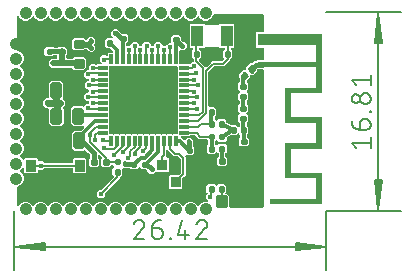
<source format=gbr>
G04 EAGLE Gerber RS-274X export*
G75*
%MOMM*%
%FSLAX34Y34*%
%LPD*%
%INTop Copper*%
%IPPOS*%
%AMOC8*
5,1,8,0,0,1.08239X$1,22.5*%
G01*
%ADD10C,0.130000*%
%ADD11C,0.152400*%
%ADD12R,0.850000X0.300000*%
%ADD13R,0.300000X0.850000*%
%ADD14C,0.157500*%
%ADD15C,0.280800*%
%ADD16C,0.500000*%
%ADD17C,0.402900*%
%ADD18R,1.000000X1.800000*%
%ADD19R,0.850000X0.950000*%
%ADD20R,0.500000X0.900000*%
%ADD21R,0.500000X0.500000*%
%ADD22C,0.270000*%
%ADD23R,0.900000X1.000000*%
%ADD24C,0.300000*%
%ADD25C,1.050000*%
%ADD26C,0.450000*%
%ADD27C,0.304800*%
%ADD28C,0.457200*%
%ADD29C,0.431800*%
%ADD30C,0.609600*%
%ADD31C,0.406400*%
%ADD32C,0.254000*%
%ADD33C,0.330200*%
%ADD34C,0.453200*%
%ADD35C,0.508000*%
%ADD36C,0.203200*%
%ADD37C,0.200000*%

G36*
X211879Y3763D02*
X211879Y3763D01*
X211898Y3761D01*
X212000Y3783D01*
X212102Y3799D01*
X212119Y3809D01*
X212139Y3813D01*
X212228Y3866D01*
X212319Y3915D01*
X212333Y3929D01*
X212350Y3939D01*
X212417Y4018D01*
X212489Y4093D01*
X212497Y4111D01*
X212510Y4126D01*
X212549Y4222D01*
X212592Y4316D01*
X212594Y4336D01*
X212602Y4354D01*
X212620Y4521D01*
X212620Y120436D01*
X212617Y120456D01*
X212619Y120475D01*
X212597Y120577D01*
X212581Y120679D01*
X212571Y120696D01*
X212567Y120716D01*
X212514Y120805D01*
X212465Y120896D01*
X212451Y120910D01*
X212441Y120927D01*
X212362Y120994D01*
X212287Y121066D01*
X212269Y121074D01*
X212254Y121087D01*
X212158Y121126D01*
X212064Y121169D01*
X212044Y121171D01*
X212026Y121179D01*
X211859Y121197D01*
X208052Y121197D01*
X208049Y121197D01*
X208046Y121197D01*
X207926Y121177D01*
X207809Y121158D01*
X207807Y121156D01*
X207803Y121156D01*
X207696Y121098D01*
X207592Y121042D01*
X207590Y121040D01*
X207587Y121039D01*
X207504Y120950D01*
X207423Y120864D01*
X207421Y120861D01*
X207419Y120859D01*
X207369Y120749D01*
X207319Y120641D01*
X207319Y120638D01*
X207317Y120635D01*
X207292Y120469D01*
X207256Y119652D01*
X203665Y116361D01*
X201763Y116444D01*
X201743Y116442D01*
X201723Y116445D01*
X201621Y116428D01*
X201518Y116415D01*
X201500Y116407D01*
X201481Y116403D01*
X201389Y116354D01*
X201296Y116310D01*
X201282Y116296D01*
X201264Y116287D01*
X201194Y116211D01*
X201119Y116139D01*
X201110Y116121D01*
X201096Y116107D01*
X201054Y116013D01*
X201006Y115921D01*
X201003Y115901D01*
X200995Y115883D01*
X200969Y115717D01*
X200886Y113815D01*
X198622Y111740D01*
X198555Y111656D01*
X198485Y111574D01*
X198479Y111559D01*
X198470Y111547D01*
X198434Y111446D01*
X198393Y111346D01*
X198391Y111327D01*
X198387Y111315D01*
X198386Y111285D01*
X198375Y111179D01*
X198375Y110782D01*
X198389Y110692D01*
X198397Y110601D01*
X198409Y110571D01*
X198414Y110539D01*
X198457Y110458D01*
X198493Y110375D01*
X198519Y110342D01*
X198530Y110322D01*
X198553Y110300D01*
X198598Y110244D01*
X199851Y108991D01*
X199851Y104119D01*
X198505Y102773D01*
X198493Y102757D01*
X198477Y102745D01*
X198421Y102657D01*
X198361Y102574D01*
X198355Y102555D01*
X198344Y102538D01*
X198319Y102437D01*
X198289Y102338D01*
X198289Y102319D01*
X198284Y102299D01*
X198292Y102196D01*
X198295Y102093D01*
X198302Y102074D01*
X198303Y102054D01*
X198344Y101959D01*
X198379Y101862D01*
X198392Y101846D01*
X198400Y101828D01*
X198505Y101697D01*
X199851Y100351D01*
X199851Y95479D01*
X198471Y94099D01*
X198425Y94036D01*
X198406Y94015D01*
X198402Y94007D01*
X198358Y93956D01*
X198346Y93926D01*
X198327Y93900D01*
X198300Y93813D01*
X198266Y93728D01*
X198262Y93687D01*
X198255Y93665D01*
X198256Y93632D01*
X198248Y93561D01*
X198248Y92240D01*
X198262Y92150D01*
X198270Y92059D01*
X198282Y92029D01*
X198287Y91997D01*
X198330Y91916D01*
X198366Y91833D01*
X198392Y91800D01*
X198403Y91780D01*
X198426Y91758D01*
X198471Y91702D01*
X199724Y90449D01*
X199724Y85577D01*
X198378Y84231D01*
X198366Y84215D01*
X198350Y84203D01*
X198314Y84146D01*
X198288Y84119D01*
X198273Y84085D01*
X198234Y84032D01*
X198228Y84013D01*
X198217Y83996D01*
X198201Y83931D01*
X198185Y83896D01*
X198180Y83858D01*
X198162Y83796D01*
X198162Y83777D01*
X198157Y83757D01*
X198162Y83693D01*
X198158Y83652D01*
X198166Y83611D01*
X198168Y83551D01*
X198175Y83532D01*
X198176Y83512D01*
X198200Y83456D01*
X198210Y83411D01*
X198233Y83372D01*
X198252Y83320D01*
X198265Y83304D01*
X198273Y83286D01*
X198321Y83226D01*
X198336Y83200D01*
X198352Y83186D01*
X198378Y83155D01*
X199724Y81809D01*
X199724Y76937D01*
X198471Y75684D01*
X198418Y75610D01*
X198358Y75541D01*
X198346Y75511D01*
X198327Y75485D01*
X198300Y75398D01*
X198266Y75313D01*
X198262Y75272D01*
X198255Y75250D01*
X198256Y75217D01*
X198248Y75146D01*
X198248Y73825D01*
X198262Y73735D01*
X198270Y73644D01*
X198282Y73614D01*
X198287Y73582D01*
X198330Y73501D01*
X198366Y73418D01*
X198392Y73385D01*
X198403Y73365D01*
X198426Y73343D01*
X198471Y73287D01*
X199680Y72078D01*
X199680Y66606D01*
X198727Y65653D01*
X198674Y65579D01*
X198614Y65510D01*
X198602Y65480D01*
X198583Y65454D01*
X198556Y65367D01*
X198522Y65282D01*
X198518Y65241D01*
X198511Y65219D01*
X198512Y65186D01*
X198504Y65115D01*
X198504Y63790D01*
X198518Y63700D01*
X198526Y63609D01*
X198538Y63579D01*
X198543Y63547D01*
X198586Y63466D01*
X198622Y63383D01*
X198648Y63350D01*
X198659Y63330D01*
X198682Y63308D01*
X198727Y63252D01*
X199978Y62001D01*
X199978Y57129D01*
X198443Y55594D01*
X192971Y55594D01*
X191436Y57129D01*
X191436Y62001D01*
X192691Y63256D01*
X192744Y63330D01*
X192804Y63399D01*
X192816Y63429D01*
X192835Y63455D01*
X192862Y63542D01*
X192896Y63627D01*
X192900Y63668D01*
X192907Y63690D01*
X192906Y63723D01*
X192914Y63794D01*
X192914Y65115D01*
X192900Y65205D01*
X192892Y65296D01*
X192880Y65326D01*
X192875Y65358D01*
X192832Y65439D01*
X192796Y65522D01*
X192770Y65555D01*
X192759Y65575D01*
X192736Y65597D01*
X192691Y65653D01*
X191927Y66417D01*
X191911Y66429D01*
X191899Y66445D01*
X191811Y66501D01*
X191728Y66561D01*
X191709Y66567D01*
X191692Y66578D01*
X191591Y66603D01*
X191492Y66633D01*
X191473Y66633D01*
X191453Y66638D01*
X191350Y66630D01*
X191247Y66627D01*
X191228Y66620D01*
X191208Y66619D01*
X191113Y66578D01*
X191016Y66543D01*
X191000Y66530D01*
X190982Y66522D01*
X190851Y66417D01*
X189505Y65071D01*
X185271Y65071D01*
X185167Y65054D01*
X185062Y65042D01*
X185042Y65034D01*
X185028Y65032D01*
X185001Y65017D01*
X184907Y64978D01*
X181661Y63207D01*
X181601Y63160D01*
X181535Y63121D01*
X181504Y63085D01*
X181467Y63056D01*
X181425Y62992D01*
X181375Y62934D01*
X181358Y62890D01*
X181332Y62851D01*
X181312Y62777D01*
X181283Y62706D01*
X181276Y62643D01*
X181268Y62613D01*
X181270Y62587D01*
X181265Y62539D01*
X181265Y61272D01*
X179730Y59737D01*
X174858Y59737D01*
X173512Y61083D01*
X173496Y61095D01*
X173484Y61111D01*
X173396Y61167D01*
X173313Y61227D01*
X173294Y61233D01*
X173277Y61244D01*
X173176Y61269D01*
X173077Y61299D01*
X173058Y61299D01*
X173038Y61304D01*
X172935Y61296D01*
X172832Y61293D01*
X172813Y61286D01*
X172793Y61285D01*
X172698Y61244D01*
X172601Y61209D01*
X172585Y61196D01*
X172567Y61188D01*
X172436Y61083D01*
X171672Y60319D01*
X171619Y60246D01*
X171559Y60176D01*
X171547Y60146D01*
X171528Y60120D01*
X171501Y60033D01*
X171467Y59948D01*
X171463Y59907D01*
X171456Y59885D01*
X171457Y59852D01*
X171449Y59781D01*
X171449Y57948D01*
X171463Y57858D01*
X171471Y57767D01*
X171483Y57737D01*
X171488Y57705D01*
X171531Y57625D01*
X171567Y57541D01*
X171593Y57508D01*
X171604Y57488D01*
X171627Y57466D01*
X171672Y57410D01*
X172436Y56646D01*
X172452Y56634D01*
X172464Y56618D01*
X172552Y56562D01*
X172635Y56502D01*
X172654Y56496D01*
X172671Y56485D01*
X172772Y56460D01*
X172871Y56430D01*
X172890Y56430D01*
X172910Y56425D01*
X173013Y56433D01*
X173116Y56436D01*
X173135Y56443D01*
X173155Y56444D01*
X173250Y56485D01*
X173347Y56520D01*
X173363Y56533D01*
X173381Y56541D01*
X173512Y56646D01*
X174858Y57992D01*
X179730Y57992D01*
X181265Y56457D01*
X181265Y50985D01*
X180439Y50159D01*
X180386Y50085D01*
X180326Y50016D01*
X180314Y49986D01*
X180295Y49960D01*
X180268Y49873D01*
X180234Y49788D01*
X180230Y49747D01*
X180223Y49725D01*
X180224Y49692D01*
X180216Y49621D01*
X180216Y47407D01*
X180230Y47317D01*
X180238Y47226D01*
X180250Y47196D01*
X180255Y47164D01*
X180298Y47083D01*
X180334Y46999D01*
X180360Y46967D01*
X180371Y46947D01*
X180394Y46925D01*
X180439Y46869D01*
X181392Y45916D01*
X181392Y40444D01*
X179857Y38909D01*
X174985Y38909D01*
X173450Y40444D01*
X173450Y45916D01*
X174403Y46869D01*
X174456Y46943D01*
X174516Y47012D01*
X174528Y47042D01*
X174547Y47068D01*
X174574Y47155D01*
X174608Y47240D01*
X174612Y47281D01*
X174619Y47303D01*
X174618Y47336D01*
X174626Y47407D01*
X174626Y49367D01*
X174612Y49457D01*
X174604Y49548D01*
X174592Y49578D01*
X174587Y49610D01*
X174544Y49691D01*
X174508Y49775D01*
X174482Y49807D01*
X174471Y49827D01*
X174448Y49849D01*
X174403Y49905D01*
X173512Y50796D01*
X173496Y50808D01*
X173484Y50824D01*
X173397Y50880D01*
X173313Y50940D01*
X173293Y50946D01*
X173277Y50957D01*
X173176Y50982D01*
X173077Y51012D01*
X173058Y51012D01*
X173038Y51017D01*
X172935Y51009D01*
X172832Y51006D01*
X172813Y50999D01*
X172793Y50998D01*
X172698Y50957D01*
X172601Y50922D01*
X172585Y50909D01*
X172567Y50901D01*
X172436Y50796D01*
X171090Y49450D01*
X166218Y49450D01*
X164683Y50985D01*
X164683Y56457D01*
X165636Y57410D01*
X165689Y57484D01*
X165749Y57553D01*
X165761Y57583D01*
X165780Y57609D01*
X165807Y57696D01*
X165841Y57781D01*
X165845Y57822D01*
X165852Y57844D01*
X165851Y57877D01*
X165859Y57948D01*
X165859Y59781D01*
X165845Y59871D01*
X165837Y59962D01*
X165825Y59992D01*
X165820Y60024D01*
X165777Y60105D01*
X165741Y60189D01*
X165715Y60221D01*
X165704Y60241D01*
X165681Y60263D01*
X165636Y60319D01*
X164460Y61495D01*
X164415Y61528D01*
X164350Y61590D01*
X164332Y61598D01*
X164317Y61611D01*
X164278Y61627D01*
X164261Y61639D01*
X164210Y61654D01*
X164127Y61693D01*
X164107Y61695D01*
X164089Y61703D01*
X164033Y61709D01*
X164025Y61711D01*
X164014Y61711D01*
X163922Y61721D01*
X158184Y61721D01*
X155173Y64732D01*
X155099Y64785D01*
X155029Y64845D01*
X154999Y64857D01*
X154973Y64876D01*
X154886Y64903D01*
X154801Y64937D01*
X154760Y64941D01*
X154738Y64948D01*
X154706Y64947D01*
X154634Y64955D01*
X150947Y64955D01*
X150857Y64941D01*
X150766Y64933D01*
X150736Y64921D01*
X150704Y64916D01*
X150623Y64873D01*
X150539Y64837D01*
X150507Y64811D01*
X150487Y64800D01*
X150464Y64777D01*
X150408Y64732D01*
X150147Y64471D01*
X143231Y64471D01*
X143160Y64460D01*
X143088Y64458D01*
X143039Y64440D01*
X142988Y64432D01*
X142925Y64398D01*
X142857Y64373D01*
X142817Y64341D01*
X142771Y64316D01*
X142721Y64265D01*
X142665Y64220D01*
X142637Y64176D01*
X142601Y64138D01*
X142571Y64073D01*
X142532Y64013D01*
X142520Y63962D01*
X142498Y63915D01*
X142490Y63844D01*
X142472Y63774D01*
X142476Y63722D01*
X142471Y63671D01*
X142486Y63600D01*
X142491Y63529D01*
X142512Y63481D01*
X142523Y63430D01*
X142560Y63369D01*
X142588Y63303D01*
X142633Y63247D01*
X142649Y63219D01*
X142667Y63204D01*
X142693Y63172D01*
X145027Y60837D01*
X145044Y60825D01*
X145056Y60810D01*
X145143Y60754D01*
X145227Y60693D01*
X145246Y60688D01*
X145263Y60677D01*
X145363Y60651D01*
X145462Y60621D01*
X145482Y60622D01*
X145501Y60617D01*
X145604Y60625D01*
X145708Y60627D01*
X145727Y60634D01*
X145747Y60636D01*
X145841Y60676D01*
X145939Y60712D01*
X145955Y60724D01*
X145973Y60732D01*
X146104Y60837D01*
X148133Y62866D01*
X151079Y62866D01*
X153163Y60782D01*
X153163Y55739D01*
X153177Y55649D01*
X153185Y55558D01*
X153197Y55528D01*
X153202Y55496D01*
X153245Y55416D01*
X153281Y55332D01*
X153307Y55300D01*
X153318Y55279D01*
X153341Y55257D01*
X153386Y55201D01*
X154131Y54456D01*
X154131Y49648D01*
X152564Y48081D01*
X147131Y48081D01*
X147061Y48070D01*
X146989Y48068D01*
X146940Y48050D01*
X146889Y48042D01*
X146825Y48008D01*
X146758Y47983D01*
X146717Y47951D01*
X146671Y47926D01*
X146622Y47875D01*
X146566Y47830D01*
X146538Y47786D01*
X146502Y47748D01*
X146472Y47683D01*
X146433Y47623D01*
X146420Y47572D01*
X146398Y47525D01*
X146390Y47454D01*
X146373Y47384D01*
X146377Y47332D01*
X146371Y47281D01*
X146386Y47210D01*
X146392Y47139D01*
X146412Y47091D01*
X146423Y47040D01*
X146460Y46979D01*
X146488Y46913D01*
X146533Y46857D01*
X146549Y46829D01*
X146567Y46814D01*
X146593Y46782D01*
X146813Y46562D01*
X146813Y31370D01*
X145399Y29956D01*
X143955Y28512D01*
X143902Y28438D01*
X143842Y28369D01*
X143830Y28338D01*
X143811Y28312D01*
X143784Y28225D01*
X143750Y28140D01*
X143746Y28099D01*
X143739Y28077D01*
X143740Y28045D01*
X143732Y27974D01*
X143732Y20367D01*
X142987Y19622D01*
X133435Y19622D01*
X132690Y20367D01*
X132690Y30919D01*
X133435Y31664D01*
X141042Y31664D01*
X141132Y31678D01*
X141223Y31686D01*
X141252Y31698D01*
X141284Y31703D01*
X141365Y31746D01*
X141449Y31782D01*
X141481Y31808D01*
X141502Y31819D01*
X141524Y31842D01*
X141580Y31887D01*
X142524Y32831D01*
X142577Y32905D01*
X142637Y32974D01*
X142649Y33005D01*
X142668Y33031D01*
X142695Y33118D01*
X142729Y33203D01*
X142733Y33243D01*
X142740Y33266D01*
X142739Y33298D01*
X142747Y33369D01*
X142747Y44563D01*
X142733Y44653D01*
X142725Y44744D01*
X142713Y44773D01*
X142708Y44805D01*
X142665Y44886D01*
X142629Y44970D01*
X142603Y45002D01*
X142592Y45023D01*
X142569Y45045D01*
X142524Y45101D01*
X140351Y47274D01*
X140277Y47327D01*
X140208Y47387D01*
X140177Y47399D01*
X140151Y47418D01*
X140064Y47445D01*
X139979Y47479D01*
X139938Y47483D01*
X139916Y47490D01*
X139884Y47489D01*
X139813Y47497D01*
X136826Y47497D01*
X132752Y51571D01*
X131703Y52620D01*
X131645Y52662D01*
X131593Y52711D01*
X131546Y52733D01*
X131504Y52764D01*
X131435Y52785D01*
X131370Y52815D01*
X131318Y52821D01*
X131268Y52836D01*
X131197Y52834D01*
X131126Y52842D01*
X131075Y52831D01*
X131023Y52830D01*
X130955Y52805D01*
X130885Y52790D01*
X130840Y52763D01*
X130792Y52745D01*
X130736Y52700D01*
X130674Y52664D01*
X130640Y52624D01*
X130600Y52591D01*
X130561Y52531D01*
X130514Y52477D01*
X130495Y52428D01*
X130467Y52384D01*
X130449Y52315D01*
X130422Y52248D01*
X130414Y52177D01*
X130406Y52146D01*
X130408Y52123D01*
X130404Y52082D01*
X130404Y47519D01*
X130348Y47463D01*
X130306Y47405D01*
X130257Y47353D01*
X130235Y47306D01*
X130204Y47264D01*
X130183Y47195D01*
X130153Y47130D01*
X130147Y47078D01*
X130132Y47028D01*
X130134Y46957D01*
X130126Y46886D01*
X130137Y46835D01*
X130138Y46783D01*
X130163Y46715D01*
X130178Y46645D01*
X130205Y46600D01*
X130223Y46552D01*
X130268Y46496D01*
X130304Y46434D01*
X130344Y46400D01*
X130377Y46360D01*
X130437Y46321D01*
X130491Y46274D01*
X130540Y46255D01*
X130583Y46227D01*
X130653Y46209D01*
X130720Y46182D01*
X130791Y46174D01*
X130822Y46166D01*
X130845Y46168D01*
X130886Y46164D01*
X131487Y46164D01*
X132232Y45419D01*
X132232Y34867D01*
X131487Y34122D01*
X121935Y34122D01*
X121912Y34145D01*
X121896Y34156D01*
X121884Y34172D01*
X121797Y34228D01*
X121713Y34288D01*
X121693Y34294D01*
X121677Y34305D01*
X121576Y34330D01*
X121477Y34361D01*
X121457Y34360D01*
X121438Y34365D01*
X121335Y34357D01*
X121232Y34354D01*
X121213Y34347D01*
X121193Y34346D01*
X121098Y34305D01*
X121001Y34270D01*
X120985Y34257D01*
X120967Y34250D01*
X120836Y34145D01*
X119339Y32648D01*
X116392Y32648D01*
X114289Y34751D01*
X114287Y34776D01*
X114274Y34806D01*
X114269Y34838D01*
X114226Y34919D01*
X114190Y35003D01*
X114165Y35035D01*
X114154Y35055D01*
X114130Y35078D01*
X114086Y35134D01*
X112791Y36428D01*
X112717Y36481D01*
X112647Y36541D01*
X112617Y36553D01*
X112591Y36572D01*
X112504Y36599D01*
X112419Y36633D01*
X112378Y36637D01*
X112356Y36644D01*
X112324Y36643D01*
X112253Y36651D01*
X109437Y36651D01*
X107853Y38235D01*
X107837Y38247D01*
X107825Y38262D01*
X107737Y38318D01*
X107654Y38379D01*
X107635Y38384D01*
X107618Y38395D01*
X107517Y38421D01*
X107418Y38451D01*
X107399Y38450D01*
X107379Y38455D01*
X107276Y38447D01*
X107173Y38445D01*
X107154Y38438D01*
X107134Y38436D01*
X107039Y38396D01*
X106942Y38360D01*
X106926Y38348D01*
X106908Y38340D01*
X106777Y38235D01*
X105193Y36651D01*
X99785Y36651D01*
X99340Y37096D01*
X99266Y37149D01*
X99197Y37209D01*
X99166Y37221D01*
X99140Y37240D01*
X99053Y37267D01*
X98968Y37301D01*
X98928Y37305D01*
X98905Y37312D01*
X98873Y37311D01*
X98802Y37319D01*
X97783Y37319D01*
X97692Y37305D01*
X97602Y37297D01*
X97572Y37285D01*
X97540Y37280D01*
X97459Y37237D01*
X97375Y37201D01*
X97343Y37175D01*
X97322Y37164D01*
X97300Y37141D01*
X97244Y37096D01*
X97104Y36956D01*
X93932Y36956D01*
X93912Y36953D01*
X93893Y36955D01*
X93791Y36933D01*
X93689Y36917D01*
X93672Y36907D01*
X93652Y36903D01*
X93563Y36850D01*
X93472Y36801D01*
X93458Y36787D01*
X93441Y36777D01*
X93374Y36698D01*
X93302Y36623D01*
X93294Y36605D01*
X93281Y36590D01*
X93242Y36494D01*
X93199Y36400D01*
X93197Y36380D01*
X93189Y36362D01*
X93171Y36195D01*
X93171Y31523D01*
X91589Y29941D01*
X91553Y29933D01*
X91451Y29917D01*
X91434Y29907D01*
X91414Y29903D01*
X91325Y29850D01*
X91234Y29801D01*
X91220Y29787D01*
X91203Y29777D01*
X91136Y29698D01*
X91064Y29623D01*
X91056Y29605D01*
X91043Y29590D01*
X91004Y29494D01*
X90961Y29400D01*
X90959Y29380D01*
X90951Y29362D01*
X90933Y29195D01*
X90933Y28495D01*
X78801Y16363D01*
X78748Y16289D01*
X78688Y16220D01*
X78676Y16189D01*
X78657Y16163D01*
X78630Y16076D01*
X78596Y15991D01*
X78592Y15950D01*
X78585Y15928D01*
X78586Y15896D01*
X78578Y15825D01*
X78578Y14036D01*
X76515Y11973D01*
X73599Y11973D01*
X71536Y14036D01*
X71536Y16952D01*
X73599Y19015D01*
X75388Y19015D01*
X75478Y19029D01*
X75569Y19037D01*
X75598Y19049D01*
X75630Y19054D01*
X75711Y19097D01*
X75795Y19133D01*
X75827Y19159D01*
X75848Y19170D01*
X75870Y19193D01*
X75926Y19238D01*
X85882Y29194D01*
X85894Y29210D01*
X85909Y29222D01*
X85965Y29310D01*
X86026Y29393D01*
X86031Y29412D01*
X86042Y29429D01*
X86068Y29530D01*
X86098Y29629D01*
X86097Y29649D01*
X86102Y29668D01*
X86094Y29771D01*
X86092Y29874D01*
X86085Y29893D01*
X86083Y29913D01*
X86043Y30008D01*
X86007Y30105D01*
X85995Y30121D01*
X85987Y30139D01*
X85882Y30270D01*
X84629Y31523D01*
X84629Y36331D01*
X85987Y37689D01*
X85999Y37705D01*
X86014Y37717D01*
X86070Y37805D01*
X86131Y37888D01*
X86136Y37907D01*
X86147Y37924D01*
X86173Y38025D01*
X86203Y38124D01*
X86202Y38143D01*
X86207Y38163D01*
X86199Y38266D01*
X86197Y38369D01*
X86190Y38388D01*
X86188Y38408D01*
X86148Y38503D01*
X86112Y38600D01*
X86100Y38616D01*
X86092Y38634D01*
X85987Y38765D01*
X84612Y40140D01*
X84596Y40152D01*
X84584Y40167D01*
X84496Y40223D01*
X84413Y40284D01*
X84394Y40289D01*
X84377Y40300D01*
X84276Y40326D01*
X84177Y40356D01*
X84158Y40355D01*
X84138Y40360D01*
X84035Y40352D01*
X83932Y40350D01*
X83913Y40343D01*
X83893Y40341D01*
X83798Y40301D01*
X83701Y40265D01*
X83685Y40253D01*
X83667Y40245D01*
X83536Y40140D01*
X81825Y38429D01*
X76417Y38429D01*
X74850Y39996D01*
X74850Y44804D01*
X75679Y45632D01*
X75690Y45648D01*
X75706Y45661D01*
X75762Y45748D01*
X75822Y45832D01*
X75828Y45851D01*
X75839Y45868D01*
X75864Y45968D01*
X75895Y46067D01*
X75894Y46087D01*
X75899Y46106D01*
X75891Y46209D01*
X75888Y46313D01*
X75881Y46332D01*
X75880Y46352D01*
X75839Y46446D01*
X75804Y46544D01*
X75791Y46560D01*
X75784Y46578D01*
X75679Y46709D01*
X74071Y48316D01*
X74013Y48358D01*
X73961Y48408D01*
X73914Y48430D01*
X73872Y48460D01*
X73803Y48481D01*
X73738Y48511D01*
X73686Y48517D01*
X73636Y48532D01*
X73565Y48530D01*
X73494Y48538D01*
X73443Y48527D01*
X73391Y48526D01*
X73323Y48501D01*
X73253Y48486D01*
X73209Y48459D01*
X73160Y48441D01*
X73104Y48397D01*
X73042Y48360D01*
X73008Y48320D01*
X72968Y48288D01*
X72929Y48227D01*
X72882Y48173D01*
X72878Y48163D01*
X72868Y48153D01*
X72815Y48079D01*
X72755Y48009D01*
X72743Y47979D01*
X72724Y47953D01*
X72697Y47866D01*
X72663Y47781D01*
X72659Y47740D01*
X72652Y47718D01*
X72653Y47686D01*
X72645Y47614D01*
X72645Y45706D01*
X72659Y45616D01*
X72667Y45525D01*
X72679Y45495D01*
X72684Y45463D01*
X72727Y45383D01*
X72763Y45299D01*
X72789Y45267D01*
X72800Y45246D01*
X72823Y45224D01*
X72868Y45168D01*
X73232Y44804D01*
X73232Y39996D01*
X71665Y38429D01*
X66257Y38429D01*
X64690Y39996D01*
X64690Y44804D01*
X65562Y45676D01*
X65615Y45750D01*
X65675Y45819D01*
X65687Y45850D01*
X65706Y45876D01*
X65733Y45963D01*
X65767Y46048D01*
X65771Y46088D01*
X65778Y46111D01*
X65777Y46143D01*
X65785Y46214D01*
X65785Y47614D01*
X65771Y47705D01*
X65763Y47795D01*
X65751Y47825D01*
X65746Y47857D01*
X65703Y47938D01*
X65667Y48022D01*
X65658Y48033D01*
X65658Y48175D01*
X65644Y48265D01*
X65636Y48356D01*
X65624Y48386D01*
X65619Y48418D01*
X65576Y48498D01*
X65540Y48582D01*
X65514Y48614D01*
X65503Y48635D01*
X65480Y48657D01*
X65435Y48713D01*
X64461Y49687D01*
X64387Y49740D01*
X64318Y49800D01*
X64288Y49812D01*
X64262Y49831D01*
X64175Y49858D01*
X64090Y49892D01*
X64076Y49893D01*
X61874Y52095D01*
X61857Y52107D01*
X61845Y52123D01*
X61758Y52179D01*
X61674Y52239D01*
X61655Y52245D01*
X61638Y52256D01*
X61538Y52281D01*
X61439Y52311D01*
X61419Y52311D01*
X61400Y52316D01*
X61297Y52308D01*
X61193Y52305D01*
X61174Y52298D01*
X61154Y52297D01*
X61059Y52256D01*
X60962Y52221D01*
X60946Y52208D01*
X60928Y52200D01*
X60797Y52095D01*
X60783Y52081D01*
X52659Y52081D01*
X50450Y54290D01*
X50450Y66614D01*
X52659Y68823D01*
X57316Y68823D01*
X57406Y68837D01*
X57497Y68845D01*
X57527Y68857D01*
X57559Y68862D01*
X57639Y68905D01*
X57723Y68941D01*
X57756Y68967D01*
X57776Y68978D01*
X57798Y69001D01*
X57854Y69046D01*
X60418Y71610D01*
X60460Y71668D01*
X60510Y71720D01*
X60532Y71767D01*
X60562Y71809D01*
X60583Y71878D01*
X60613Y71943D01*
X60619Y71995D01*
X60634Y72045D01*
X60632Y72116D01*
X60640Y72187D01*
X60629Y72238D01*
X60628Y72290D01*
X60603Y72358D01*
X60588Y72428D01*
X60561Y72473D01*
X60543Y72521D01*
X60499Y72577D01*
X60462Y72639D01*
X60422Y72673D01*
X60390Y72713D01*
X60329Y72752D01*
X60275Y72799D01*
X60227Y72818D01*
X60183Y72846D01*
X60113Y72864D01*
X60047Y72891D01*
X59975Y72899D01*
X59944Y72907D01*
X59921Y72905D01*
X59880Y72909D01*
X51643Y72909D01*
X49434Y75118D01*
X49434Y87442D01*
X51643Y89651D01*
X59767Y89651D01*
X59806Y89611D01*
X59823Y89600D01*
X59835Y89584D01*
X59922Y89528D01*
X60006Y89468D01*
X60025Y89462D01*
X60042Y89451D01*
X60142Y89426D01*
X60241Y89395D01*
X60261Y89396D01*
X60281Y89391D01*
X60384Y89399D01*
X60487Y89402D01*
X60506Y89408D01*
X60526Y89410D01*
X60621Y89450D01*
X60718Y89486D01*
X60734Y89498D01*
X60752Y89506D01*
X60883Y89611D01*
X62677Y91405D01*
X64171Y91405D01*
X64191Y91408D01*
X64210Y91406D01*
X64312Y91428D01*
X64414Y91444D01*
X64431Y91454D01*
X64451Y91458D01*
X64540Y91511D01*
X64631Y91560D01*
X64645Y91574D01*
X64662Y91584D01*
X64729Y91663D01*
X64801Y91738D01*
X64809Y91756D01*
X64822Y91771D01*
X64861Y91867D01*
X64904Y91961D01*
X64906Y91981D01*
X64914Y91999D01*
X64932Y92166D01*
X64932Y93000D01*
X64929Y93020D01*
X64931Y93039D01*
X64909Y93141D01*
X64893Y93243D01*
X64883Y93260D01*
X64879Y93280D01*
X64826Y93369D01*
X64777Y93460D01*
X64763Y93474D01*
X64753Y93491D01*
X64674Y93558D01*
X64599Y93630D01*
X64581Y93638D01*
X64566Y93651D01*
X64470Y93690D01*
X64376Y93733D01*
X64356Y93735D01*
X64338Y93743D01*
X64171Y93761D01*
X62804Y93761D01*
X60741Y95824D01*
X60741Y98740D01*
X62804Y100803D01*
X63663Y100803D01*
X63683Y100806D01*
X63702Y100804D01*
X63804Y100826D01*
X63906Y100842D01*
X63923Y100852D01*
X63943Y100856D01*
X64032Y100909D01*
X64123Y100958D01*
X64137Y100972D01*
X64154Y100982D01*
X64221Y101061D01*
X64293Y101136D01*
X64301Y101154D01*
X64314Y101169D01*
X64353Y101265D01*
X64396Y101359D01*
X64398Y101379D01*
X64406Y101397D01*
X64424Y101564D01*
X64424Y103160D01*
X64421Y103180D01*
X64423Y103199D01*
X64401Y103301D01*
X64385Y103403D01*
X64375Y103420D01*
X64371Y103440D01*
X64318Y103529D01*
X64269Y103620D01*
X64255Y103634D01*
X64245Y103651D01*
X64166Y103718D01*
X64091Y103790D01*
X64073Y103798D01*
X64058Y103811D01*
X63962Y103850D01*
X63868Y103893D01*
X63848Y103895D01*
X63830Y103903D01*
X63663Y103921D01*
X63185Y103921D01*
X61122Y105984D01*
X61122Y108900D01*
X63185Y110963D01*
X63917Y110963D01*
X63937Y110966D01*
X63956Y110964D01*
X64058Y110986D01*
X64160Y111002D01*
X64177Y111012D01*
X64197Y111016D01*
X64286Y111069D01*
X64377Y111118D01*
X64391Y111132D01*
X64408Y111142D01*
X64475Y111221D01*
X64547Y111296D01*
X64555Y111314D01*
X64568Y111329D01*
X64607Y111425D01*
X64650Y111519D01*
X64652Y111539D01*
X64660Y111557D01*
X64678Y111724D01*
X64678Y112304D01*
X64675Y112324D01*
X64677Y112343D01*
X64655Y112445D01*
X64639Y112547D01*
X64629Y112564D01*
X64625Y112584D01*
X64572Y112673D01*
X64523Y112764D01*
X64509Y112778D01*
X64499Y112795D01*
X64420Y112862D01*
X64345Y112934D01*
X64327Y112942D01*
X64312Y112955D01*
X64216Y112994D01*
X64122Y113037D01*
X64102Y113039D01*
X64084Y113047D01*
X63917Y113065D01*
X62931Y113065D01*
X60868Y115128D01*
X60868Y118044D01*
X62931Y120107D01*
X63790Y120107D01*
X63810Y120110D01*
X63829Y120108D01*
X63931Y120130D01*
X64033Y120146D01*
X64050Y120156D01*
X64070Y120160D01*
X64159Y120213D01*
X64250Y120262D01*
X64264Y120276D01*
X64281Y120286D01*
X64348Y120365D01*
X64420Y120440D01*
X64428Y120458D01*
X64441Y120473D01*
X64480Y120569D01*
X64523Y120663D01*
X64525Y120683D01*
X64533Y120701D01*
X64551Y120868D01*
X64551Y123505D01*
X66614Y125568D01*
X69530Y125568D01*
X70302Y124796D01*
X70318Y124785D01*
X70330Y124769D01*
X70418Y124713D01*
X70501Y124653D01*
X70520Y124647D01*
X70537Y124636D01*
X70638Y124611D01*
X70737Y124580D01*
X70756Y124581D01*
X70776Y124576D01*
X70879Y124584D01*
X70982Y124587D01*
X71001Y124594D01*
X71021Y124595D01*
X71116Y124636D01*
X71213Y124671D01*
X71229Y124684D01*
X71247Y124692D01*
X71378Y124796D01*
X71595Y125013D01*
X74926Y125013D01*
X74997Y125024D01*
X75069Y125026D01*
X75118Y125044D01*
X75169Y125052D01*
X75232Y125086D01*
X75300Y125111D01*
X75340Y125143D01*
X75387Y125168D01*
X75436Y125220D01*
X75492Y125264D01*
X75520Y125308D01*
X75556Y125346D01*
X75586Y125411D01*
X75625Y125471D01*
X75638Y125522D01*
X75660Y125569D01*
X75667Y125640D01*
X75685Y125710D01*
X75681Y125762D01*
X75687Y125813D01*
X75671Y125884D01*
X75666Y125955D01*
X75645Y126003D01*
X75634Y126054D01*
X75598Y126115D01*
X75569Y126181D01*
X75525Y126237D01*
X75508Y126265D01*
X75490Y126280D01*
X75465Y126312D01*
X74076Y127701D01*
X74076Y130617D01*
X76139Y132680D01*
X79055Y132680D01*
X79301Y132434D01*
X79359Y132392D01*
X79411Y132343D01*
X79458Y132321D01*
X79500Y132291D01*
X79569Y132270D01*
X79634Y132239D01*
X79686Y132234D01*
X79736Y132218D01*
X79807Y132220D01*
X79878Y132212D01*
X79929Y132223D01*
X79981Y132225D01*
X80049Y132249D01*
X80119Y132265D01*
X80164Y132291D01*
X80212Y132309D01*
X80268Y132354D01*
X80330Y132391D01*
X80364Y132430D01*
X80404Y132463D01*
X80443Y132523D01*
X80490Y132578D01*
X80509Y132626D01*
X80537Y132670D01*
X80555Y132739D01*
X80582Y132806D01*
X80590Y132877D01*
X80598Y132908D01*
X80596Y132932D01*
X80600Y132973D01*
X80600Y134018D01*
X81345Y134763D01*
X84727Y134763D01*
X84798Y134774D01*
X84870Y134776D01*
X84919Y134794D01*
X84970Y134802D01*
X85033Y134836D01*
X85101Y134861D01*
X85141Y134893D01*
X85187Y134918D01*
X85237Y134970D01*
X85293Y135014D01*
X85321Y135058D01*
X85357Y135096D01*
X85387Y135161D01*
X85426Y135221D01*
X85438Y135272D01*
X85460Y135319D01*
X85468Y135390D01*
X85486Y135460D01*
X85482Y135512D01*
X85487Y135563D01*
X85472Y135634D01*
X85467Y135705D01*
X85446Y135753D01*
X85435Y135804D01*
X85398Y135865D01*
X85370Y135931D01*
X85325Y135987D01*
X85309Y136015D01*
X85291Y136030D01*
X85265Y136062D01*
X82819Y138508D01*
X82745Y138561D01*
X82676Y138621D01*
X82646Y138633D01*
X82620Y138652D01*
X82532Y138679D01*
X82448Y138713D01*
X82407Y138717D01*
X82385Y138724D01*
X82352Y138723D01*
X82281Y138731D01*
X79874Y138731D01*
X78307Y140298D01*
X78307Y145706D01*
X79874Y147273D01*
X84521Y147273D01*
X84591Y147284D01*
X84663Y147286D01*
X84712Y147304D01*
X84764Y147312D01*
X84827Y147346D01*
X84894Y147371D01*
X84935Y147403D01*
X84981Y147428D01*
X85030Y147480D01*
X85086Y147524D01*
X85114Y147568D01*
X85150Y147606D01*
X85180Y147671D01*
X85219Y147731D01*
X85232Y147782D01*
X85254Y147829D01*
X85262Y147900D01*
X85279Y147970D01*
X85275Y148022D01*
X85281Y148073D01*
X85266Y148144D01*
X85260Y148215D01*
X85240Y148263D01*
X85229Y148314D01*
X85192Y148375D01*
X85164Y148441D01*
X85119Y148497D01*
X85103Y148525D01*
X85085Y148540D01*
X85059Y148572D01*
X83712Y149919D01*
X83712Y152849D01*
X85784Y154921D01*
X88714Y154921D01*
X90804Y152831D01*
X90808Y152779D01*
X90820Y152750D01*
X90825Y152718D01*
X90836Y152697D01*
X90839Y152685D01*
X90869Y152634D01*
X90904Y152553D01*
X90930Y152521D01*
X90941Y152500D01*
X90961Y152481D01*
X90965Y152474D01*
X90972Y152468D01*
X91009Y152422D01*
X92026Y151405D01*
X92100Y151352D01*
X92169Y151292D01*
X92200Y151280D01*
X92226Y151261D01*
X92313Y151234D01*
X92398Y151200D01*
X92439Y151196D01*
X92461Y151189D01*
X92493Y151190D01*
X92564Y151182D01*
X96049Y151182D01*
X97616Y149615D01*
X97616Y144807D01*
X96363Y143554D01*
X96310Y143480D01*
X96250Y143411D01*
X96238Y143380D01*
X96219Y143354D01*
X96192Y143267D01*
X96158Y143182D01*
X96154Y143142D01*
X96147Y143119D01*
X96148Y143087D01*
X96140Y143016D01*
X96140Y141696D01*
X96143Y141676D01*
X96141Y141657D01*
X96163Y141555D01*
X96179Y141453D01*
X96189Y141436D01*
X96193Y141416D01*
X96246Y141327D01*
X96295Y141236D01*
X96309Y141222D01*
X96319Y141205D01*
X96398Y141138D01*
X96473Y141066D01*
X96491Y141058D01*
X96506Y141045D01*
X96602Y141006D01*
X96696Y140963D01*
X96716Y140961D01*
X96734Y140953D01*
X96901Y140935D01*
X99350Y140935D01*
X99370Y140938D01*
X99389Y140936D01*
X99491Y140958D01*
X99593Y140974D01*
X99610Y140984D01*
X99630Y140988D01*
X99719Y141041D01*
X99810Y141090D01*
X99824Y141104D01*
X99841Y141114D01*
X99908Y141193D01*
X99980Y141268D01*
X99988Y141286D01*
X100001Y141301D01*
X100040Y141397D01*
X100083Y141491D01*
X100085Y141511D01*
X100093Y141529D01*
X100111Y141696D01*
X100111Y141920D01*
X102174Y143983D01*
X105090Y143983D01*
X107153Y141920D01*
X107153Y141315D01*
X107156Y141295D01*
X107154Y141276D01*
X107176Y141174D01*
X107192Y141072D01*
X107202Y141055D01*
X107206Y141035D01*
X107259Y140946D01*
X107308Y140855D01*
X107322Y140841D01*
X107332Y140824D01*
X107411Y140757D01*
X107486Y140685D01*
X107504Y140677D01*
X107519Y140664D01*
X107615Y140625D01*
X107709Y140582D01*
X107729Y140580D01*
X107747Y140572D01*
X107914Y140554D01*
X109256Y140554D01*
X109276Y140557D01*
X109295Y140555D01*
X109397Y140577D01*
X109499Y140593D01*
X109516Y140603D01*
X109536Y140607D01*
X109625Y140660D01*
X109716Y140709D01*
X109730Y140723D01*
X109747Y140733D01*
X109814Y140812D01*
X109886Y140887D01*
X109894Y140905D01*
X109907Y140920D01*
X109946Y141016D01*
X109989Y141110D01*
X109991Y141130D01*
X109999Y141148D01*
X110017Y141315D01*
X110017Y142301D01*
X112080Y144364D01*
X114996Y144364D01*
X117059Y142301D01*
X117059Y141442D01*
X117062Y141422D01*
X117060Y141403D01*
X117082Y141301D01*
X117098Y141199D01*
X117108Y141182D01*
X117112Y141162D01*
X117165Y141073D01*
X117214Y140982D01*
X117228Y140968D01*
X117238Y140951D01*
X117317Y140884D01*
X117392Y140812D01*
X117410Y140804D01*
X117425Y140791D01*
X117521Y140752D01*
X117615Y140709D01*
X117635Y140707D01*
X117653Y140699D01*
X117820Y140681D01*
X119035Y140681D01*
X119055Y140684D01*
X119074Y140682D01*
X119176Y140704D01*
X119278Y140720D01*
X119295Y140730D01*
X119315Y140734D01*
X119404Y140787D01*
X119495Y140836D01*
X119509Y140850D01*
X119526Y140860D01*
X119593Y140939D01*
X119665Y141014D01*
X119673Y141032D01*
X119686Y141047D01*
X119725Y141143D01*
X119768Y141237D01*
X119770Y141257D01*
X119778Y141275D01*
X119796Y141442D01*
X119796Y142174D01*
X121859Y144237D01*
X124775Y144237D01*
X126838Y142174D01*
X126838Y141696D01*
X126841Y141676D01*
X126839Y141657D01*
X126861Y141555D01*
X126877Y141453D01*
X126887Y141436D01*
X126891Y141416D01*
X126944Y141327D01*
X126993Y141236D01*
X127007Y141222D01*
X127017Y141205D01*
X127096Y141138D01*
X127171Y141066D01*
X127189Y141058D01*
X127204Y141045D01*
X127300Y141006D01*
X127394Y140963D01*
X127414Y140961D01*
X127432Y140953D01*
X127599Y140935D01*
X129925Y140935D01*
X130015Y140949D01*
X130106Y140957D01*
X130136Y140969D01*
X130168Y140974D01*
X130249Y141017D01*
X130333Y141053D01*
X130365Y141079D01*
X130385Y141090D01*
X130408Y141113D01*
X130464Y141158D01*
X132273Y142967D01*
X133271Y142967D01*
X133291Y142970D01*
X133310Y142968D01*
X133412Y142990D01*
X133514Y143006D01*
X133531Y143016D01*
X133551Y143020D01*
X133640Y143073D01*
X133731Y143122D01*
X133745Y143136D01*
X133762Y143146D01*
X133829Y143225D01*
X133901Y143300D01*
X133909Y143318D01*
X133922Y143333D01*
X133961Y143429D01*
X134004Y143523D01*
X134006Y143543D01*
X134014Y143561D01*
X134032Y143728D01*
X134032Y148345D01*
X135599Y149912D01*
X141007Y149912D01*
X142574Y148345D01*
X142574Y146656D01*
X142588Y146566D01*
X142596Y146475D01*
X142608Y146446D01*
X142613Y146414D01*
X142656Y146333D01*
X142692Y146249D01*
X142718Y146217D01*
X142729Y146196D01*
X142752Y146174D01*
X142797Y146118D01*
X144566Y144349D01*
X144640Y144296D01*
X144709Y144236D01*
X144740Y144224D01*
X144766Y144205D01*
X144853Y144178D01*
X144938Y144144D01*
X144979Y144140D01*
X145001Y144133D01*
X145033Y144134D01*
X145104Y144126D01*
X145356Y144126D01*
X147428Y142054D01*
X147428Y139124D01*
X145356Y137052D01*
X142331Y137052D01*
X142311Y137049D01*
X142292Y137051D01*
X142190Y137029D01*
X142088Y137013D01*
X142071Y137003D01*
X142051Y136999D01*
X141962Y136946D01*
X141871Y136897D01*
X141857Y136883D01*
X141840Y136873D01*
X141773Y136794D01*
X141701Y136719D01*
X141693Y136701D01*
X141680Y136686D01*
X141641Y136590D01*
X141598Y136496D01*
X141596Y136476D01*
X141588Y136458D01*
X141570Y136291D01*
X141570Y136199D01*
X141389Y136018D01*
X141336Y135944D01*
X141276Y135875D01*
X141264Y135844D01*
X141245Y135818D01*
X141218Y135731D01*
X141184Y135646D01*
X141180Y135606D01*
X141173Y135583D01*
X141174Y135551D01*
X141166Y135480D01*
X141166Y127925D01*
X141160Y127912D01*
X141156Y127871D01*
X141149Y127849D01*
X141150Y127816D01*
X141142Y127745D01*
X141142Y125774D01*
X141145Y125754D01*
X141143Y125735D01*
X141165Y125633D01*
X141181Y125531D01*
X141191Y125514D01*
X141195Y125494D01*
X141248Y125405D01*
X141297Y125314D01*
X141311Y125300D01*
X141321Y125283D01*
X141400Y125216D01*
X141475Y125144D01*
X141493Y125136D01*
X141508Y125123D01*
X141604Y125084D01*
X141698Y125041D01*
X141718Y125039D01*
X141736Y125031D01*
X141903Y125013D01*
X149817Y125013D01*
X149907Y125027D01*
X149998Y125035D01*
X150028Y125047D01*
X150060Y125052D01*
X150141Y125095D01*
X150225Y125131D01*
X150257Y125157D01*
X150277Y125168D01*
X150300Y125191D01*
X150356Y125236D01*
X152212Y127092D01*
X152908Y127092D01*
X152928Y127095D01*
X152947Y127093D01*
X153049Y127115D01*
X153151Y127131D01*
X153168Y127141D01*
X153188Y127145D01*
X153277Y127198D01*
X153368Y127247D01*
X153382Y127261D01*
X153399Y127271D01*
X153466Y127350D01*
X153538Y127425D01*
X153546Y127443D01*
X153559Y127458D01*
X153598Y127554D01*
X153641Y127648D01*
X153643Y127668D01*
X153651Y127686D01*
X153669Y127853D01*
X153669Y128792D01*
X153655Y128882D01*
X153647Y128973D01*
X153635Y129003D01*
X153630Y129035D01*
X153587Y129115D01*
X153551Y129199D01*
X153525Y129231D01*
X153514Y129252D01*
X153491Y129274D01*
X153446Y129330D01*
X151749Y131027D01*
X151749Y136435D01*
X153096Y137782D01*
X153138Y137840D01*
X153187Y137892D01*
X153209Y137939D01*
X153240Y137981D01*
X153261Y138050D01*
X153291Y138115D01*
X153297Y138167D01*
X153312Y138217D01*
X153310Y138288D01*
X153318Y138359D01*
X153307Y138410D01*
X153306Y138462D01*
X153281Y138530D01*
X153266Y138600D01*
X153239Y138645D01*
X153221Y138693D01*
X153176Y138749D01*
X153140Y138811D01*
X153100Y138845D01*
X153067Y138885D01*
X153007Y138924D01*
X152953Y138971D01*
X152904Y138990D01*
X152861Y139018D01*
X152791Y139036D01*
X152725Y139063D01*
X152653Y139071D01*
X152622Y139079D01*
X152599Y139077D01*
X152558Y139081D01*
X151011Y139081D01*
X150266Y139826D01*
X150266Y158878D01*
X151011Y159623D01*
X162063Y159623D01*
X162839Y158847D01*
X162913Y158794D01*
X162983Y158734D01*
X163013Y158722D01*
X163039Y158703D01*
X163126Y158676D01*
X163211Y158642D01*
X163252Y158638D01*
X163274Y158631D01*
X163306Y158632D01*
X163378Y158624D01*
X174696Y158624D01*
X174786Y158638D01*
X174877Y158646D01*
X174907Y158658D01*
X174939Y158663D01*
X175020Y158706D01*
X175104Y158742D01*
X175136Y158768D01*
X175156Y158779D01*
X175179Y158802D01*
X175235Y158847D01*
X176011Y159623D01*
X187063Y159623D01*
X187808Y158878D01*
X187808Y139826D01*
X187063Y139081D01*
X185389Y139081D01*
X185318Y139070D01*
X185247Y139068D01*
X185198Y139050D01*
X185146Y139042D01*
X185083Y139008D01*
X185016Y138983D01*
X184975Y138951D01*
X184929Y138926D01*
X184880Y138874D01*
X184824Y138830D01*
X184796Y138786D01*
X184760Y138748D01*
X184729Y138683D01*
X184691Y138623D01*
X184678Y138572D01*
X184656Y138525D01*
X184648Y138454D01*
X184631Y138384D01*
X184635Y138332D01*
X184629Y138281D01*
X184644Y138210D01*
X184650Y138139D01*
X184670Y138091D01*
X184681Y138040D01*
X184718Y137979D01*
X184746Y137913D01*
X184791Y137857D01*
X184807Y137829D01*
X184825Y137814D01*
X184851Y137782D01*
X186198Y136435D01*
X186198Y131027D01*
X184483Y129312D01*
X184430Y129238D01*
X184370Y129169D01*
X184358Y129138D01*
X184339Y129112D01*
X184312Y129025D01*
X184278Y128940D01*
X184274Y128900D01*
X184267Y128877D01*
X184268Y128845D01*
X184260Y128774D01*
X184260Y128680D01*
X179150Y123570D01*
X171210Y123570D01*
X171120Y123556D01*
X171029Y123548D01*
X171000Y123536D01*
X170968Y123531D01*
X170887Y123488D01*
X170803Y123452D01*
X170771Y123426D01*
X170750Y123415D01*
X170728Y123392D01*
X170672Y123347D01*
X166086Y118761D01*
X166033Y118687D01*
X165973Y118618D01*
X165961Y118587D01*
X165942Y118561D01*
X165915Y118474D01*
X165881Y118389D01*
X165877Y118348D01*
X165870Y118326D01*
X165871Y118294D01*
X165863Y118223D01*
X165863Y89995D01*
X165866Y89975D01*
X165864Y89956D01*
X165886Y89854D01*
X165902Y89752D01*
X165912Y89735D01*
X165916Y89715D01*
X165969Y89626D01*
X166018Y89535D01*
X166032Y89521D01*
X166042Y89504D01*
X166121Y89437D01*
X166196Y89365D01*
X166214Y89357D01*
X166229Y89344D01*
X166325Y89305D01*
X166419Y89262D01*
X166439Y89260D01*
X166457Y89252D01*
X166624Y89234D01*
X171090Y89234D01*
X172625Y87699D01*
X172625Y82227D01*
X171545Y81147D01*
X171497Y81081D01*
X171490Y81074D01*
X171488Y81070D01*
X171432Y81004D01*
X171420Y80974D01*
X171401Y80948D01*
X171374Y80861D01*
X171340Y80776D01*
X171336Y80735D01*
X171329Y80713D01*
X171330Y80680D01*
X171322Y80609D01*
X171322Y78903D01*
X171336Y78813D01*
X171344Y78722D01*
X171356Y78692D01*
X171361Y78660D01*
X171404Y78579D01*
X171440Y78496D01*
X171466Y78463D01*
X171477Y78443D01*
X171500Y78421D01*
X171545Y78365D01*
X172309Y77601D01*
X172325Y77589D01*
X172337Y77573D01*
X172425Y77517D01*
X172508Y77457D01*
X172527Y77451D01*
X172544Y77440D01*
X172645Y77415D01*
X172744Y77385D01*
X172763Y77385D01*
X172783Y77380D01*
X172886Y77388D01*
X172989Y77391D01*
X173008Y77398D01*
X173028Y77399D01*
X173123Y77440D01*
X173220Y77475D01*
X173236Y77488D01*
X173254Y77496D01*
X173385Y77601D01*
X174731Y78947D01*
X179603Y78947D01*
X181138Y77412D01*
X181138Y76166D01*
X181150Y76088D01*
X181154Y76010D01*
X181170Y75968D01*
X181177Y75923D01*
X181214Y75854D01*
X181243Y75780D01*
X181271Y75746D01*
X181293Y75706D01*
X181350Y75652D01*
X181400Y75591D01*
X181449Y75557D01*
X181471Y75537D01*
X181496Y75525D01*
X181538Y75496D01*
X184865Y73704D01*
X184963Y73670D01*
X185059Y73631D01*
X185083Y73629D01*
X185097Y73624D01*
X185129Y73623D01*
X185226Y73613D01*
X189505Y73613D01*
X190851Y72267D01*
X190867Y72255D01*
X190879Y72239D01*
X190967Y72183D01*
X191050Y72123D01*
X191069Y72117D01*
X191086Y72106D01*
X191187Y72081D01*
X191286Y72051D01*
X191305Y72051D01*
X191325Y72046D01*
X191428Y72054D01*
X191531Y72057D01*
X191550Y72064D01*
X191570Y72065D01*
X191665Y72106D01*
X191762Y72141D01*
X191778Y72154D01*
X191796Y72162D01*
X191927Y72267D01*
X192435Y72775D01*
X192488Y72849D01*
X192548Y72918D01*
X192560Y72948D01*
X192579Y72974D01*
X192606Y73061D01*
X192640Y73146D01*
X192644Y73187D01*
X192651Y73209D01*
X192650Y73242D01*
X192658Y73313D01*
X192658Y75146D01*
X192644Y75236D01*
X192636Y75327D01*
X192624Y75357D01*
X192619Y75389D01*
X192576Y75470D01*
X192540Y75553D01*
X192514Y75586D01*
X192503Y75606D01*
X192480Y75628D01*
X192435Y75684D01*
X191182Y76937D01*
X191182Y81809D01*
X192528Y83155D01*
X192540Y83171D01*
X192556Y83183D01*
X192584Y83227D01*
X192618Y83263D01*
X192639Y83308D01*
X192672Y83354D01*
X192678Y83373D01*
X192689Y83390D01*
X192703Y83446D01*
X192721Y83486D01*
X192726Y83531D01*
X192744Y83590D01*
X192744Y83609D01*
X192749Y83629D01*
X192744Y83690D01*
X192748Y83730D01*
X192740Y83771D01*
X192738Y83835D01*
X192731Y83854D01*
X192730Y83874D01*
X192704Y83934D01*
X192696Y83971D01*
X192676Y84004D01*
X192654Y84066D01*
X192641Y84082D01*
X192633Y84100D01*
X192576Y84172D01*
X192570Y84182D01*
X192564Y84187D01*
X192528Y84231D01*
X191182Y85577D01*
X191182Y90449D01*
X192435Y91702D01*
X192488Y91776D01*
X192548Y91845D01*
X192560Y91875D01*
X192579Y91901D01*
X192606Y91988D01*
X192640Y92073D01*
X192644Y92114D01*
X192651Y92136D01*
X192650Y92169D01*
X192658Y92240D01*
X192658Y93815D01*
X192644Y93905D01*
X192636Y93996D01*
X192624Y94026D01*
X192619Y94058D01*
X192576Y94139D01*
X192540Y94222D01*
X192514Y94255D01*
X192503Y94275D01*
X192480Y94297D01*
X192435Y94353D01*
X191309Y95479D01*
X191309Y100351D01*
X192655Y101697D01*
X192667Y101713D01*
X192683Y101725D01*
X192739Y101813D01*
X192799Y101896D01*
X192805Y101915D01*
X192816Y101932D01*
X192841Y102033D01*
X192871Y102132D01*
X192871Y102151D01*
X192876Y102171D01*
X192868Y102274D01*
X192865Y102377D01*
X192858Y102396D01*
X192857Y102416D01*
X192816Y102511D01*
X192781Y102608D01*
X192768Y102624D01*
X192760Y102642D01*
X192655Y102773D01*
X191309Y104119D01*
X191309Y108991D01*
X192562Y110244D01*
X192615Y110318D01*
X192675Y110387D01*
X192687Y110417D01*
X192706Y110443D01*
X192733Y110530D01*
X192767Y110615D01*
X192771Y110656D01*
X192778Y110678D01*
X192777Y110711D01*
X192785Y110782D01*
X192785Y112877D01*
X192773Y112951D01*
X192771Y113025D01*
X192753Y113071D01*
X192746Y113120D01*
X192711Y113186D01*
X192684Y113256D01*
X192645Y113309D01*
X192630Y113337D01*
X192612Y113354D01*
X192585Y113391D01*
X191429Y114653D01*
X191524Y116822D01*
X195115Y120113D01*
X197017Y120030D01*
X197037Y120032D01*
X197057Y120029D01*
X197159Y120046D01*
X197262Y120059D01*
X197280Y120067D01*
X197299Y120071D01*
X197390Y120120D01*
X197484Y120164D01*
X197498Y120178D01*
X197516Y120187D01*
X197586Y120263D01*
X197661Y120335D01*
X197670Y120353D01*
X197684Y120367D01*
X197726Y120461D01*
X197774Y120553D01*
X197777Y120573D01*
X197785Y120591D01*
X197811Y120757D01*
X197894Y122659D01*
X201485Y125950D01*
X202313Y125914D01*
X202420Y125926D01*
X202527Y125935D01*
X202542Y125941D01*
X202557Y125943D01*
X202655Y125989D01*
X202754Y126031D01*
X202768Y126043D01*
X202779Y126048D01*
X202801Y126069D01*
X202885Y126136D01*
X205019Y128271D01*
X206756Y128271D01*
X206846Y128285D01*
X206937Y128293D01*
X206967Y128305D01*
X206999Y128310D01*
X207080Y128353D01*
X207164Y128389D01*
X207196Y128415D01*
X207216Y128426D01*
X207239Y128449D01*
X207295Y128494D01*
X207540Y128739D01*
X211859Y128739D01*
X211879Y128742D01*
X211898Y128740D01*
X212000Y128762D01*
X212102Y128778D01*
X212119Y128788D01*
X212139Y128792D01*
X212228Y128845D01*
X212319Y128894D01*
X212333Y128908D01*
X212350Y128918D01*
X212417Y128997D01*
X212489Y129072D01*
X212497Y129090D01*
X212510Y129105D01*
X212549Y129201D01*
X212592Y129295D01*
X212594Y129315D01*
X212602Y129333D01*
X212620Y129500D01*
X212620Y138557D01*
X212617Y138577D01*
X212619Y138596D01*
X212597Y138698D01*
X212581Y138800D01*
X212571Y138817D01*
X212567Y138837D01*
X212514Y138926D01*
X212465Y139017D01*
X212451Y139031D01*
X212441Y139048D01*
X212362Y139115D01*
X212287Y139187D01*
X212269Y139195D01*
X212254Y139208D01*
X212158Y139247D01*
X212064Y139290D01*
X212044Y139292D01*
X212026Y139300D01*
X211859Y139318D01*
X206217Y139318D01*
X205993Y139542D01*
X205993Y152177D01*
X206217Y152401D01*
X211859Y152401D01*
X211879Y152404D01*
X211898Y152402D01*
X212000Y152424D01*
X212102Y152440D01*
X212119Y152450D01*
X212139Y152454D01*
X212228Y152507D01*
X212319Y152556D01*
X212333Y152570D01*
X212350Y152580D01*
X212417Y152659D01*
X212489Y152734D01*
X212497Y152752D01*
X212510Y152767D01*
X212549Y152863D01*
X212592Y152957D01*
X212594Y152977D01*
X212602Y152995D01*
X212620Y153162D01*
X212620Y166675D01*
X212618Y166692D01*
X212619Y166707D01*
X212619Y166709D01*
X212619Y166714D01*
X212597Y166816D01*
X212581Y166918D01*
X212571Y166935D01*
X212567Y166955D01*
X212514Y167044D01*
X212465Y167135D01*
X212451Y167149D01*
X212441Y167166D01*
X212362Y167233D01*
X212287Y167305D01*
X212269Y167313D01*
X212254Y167326D01*
X212158Y167365D01*
X212064Y167408D01*
X212044Y167410D01*
X212026Y167418D01*
X211859Y167436D01*
X170764Y167436D01*
X170650Y167417D01*
X170533Y167400D01*
X170528Y167398D01*
X170522Y167397D01*
X170419Y167342D01*
X170314Y167289D01*
X170310Y167284D01*
X170304Y167281D01*
X170224Y167197D01*
X170142Y167113D01*
X170138Y167107D01*
X170135Y167103D01*
X170127Y167086D01*
X170061Y166966D01*
X169231Y164962D01*
X167397Y163128D01*
X165000Y162135D01*
X162406Y162135D01*
X160009Y163128D01*
X158175Y164962D01*
X158056Y165249D01*
X158018Y165310D01*
X157989Y165375D01*
X157954Y165414D01*
X157927Y165458D01*
X157871Y165504D01*
X157823Y165556D01*
X157777Y165582D01*
X157737Y165615D01*
X157670Y165641D01*
X157607Y165675D01*
X157556Y165684D01*
X157508Y165703D01*
X157436Y165706D01*
X157365Y165719D01*
X157314Y165711D01*
X157262Y165713D01*
X157193Y165693D01*
X157122Y165683D01*
X157076Y165659D01*
X157026Y165645D01*
X156967Y165604D01*
X156903Y165571D01*
X156866Y165534D01*
X156824Y165505D01*
X156781Y165447D01*
X156731Y165396D01*
X156696Y165333D01*
X156677Y165307D01*
X156669Y165285D01*
X156650Y165249D01*
X156531Y164962D01*
X154697Y163128D01*
X152300Y162135D01*
X149706Y162135D01*
X147309Y163128D01*
X145475Y164962D01*
X145356Y165249D01*
X145318Y165310D01*
X145289Y165375D01*
X145254Y165414D01*
X145227Y165458D01*
X145171Y165504D01*
X145123Y165556D01*
X145077Y165582D01*
X145037Y165615D01*
X144970Y165641D01*
X144907Y165675D01*
X144856Y165684D01*
X144808Y165703D01*
X144736Y165706D01*
X144665Y165719D01*
X144614Y165711D01*
X144562Y165713D01*
X144493Y165693D01*
X144422Y165683D01*
X144376Y165659D01*
X144326Y165645D01*
X144267Y165604D01*
X144203Y165571D01*
X144166Y165534D01*
X144124Y165505D01*
X144081Y165447D01*
X144031Y165396D01*
X143996Y165333D01*
X143977Y165307D01*
X143969Y165285D01*
X143950Y165249D01*
X143831Y164962D01*
X141997Y163128D01*
X139600Y162135D01*
X137006Y162135D01*
X134609Y163128D01*
X132775Y164962D01*
X132656Y165249D01*
X132618Y165310D01*
X132589Y165375D01*
X132554Y165414D01*
X132527Y165458D01*
X132471Y165504D01*
X132423Y165556D01*
X132377Y165582D01*
X132337Y165615D01*
X132270Y165641D01*
X132207Y165675D01*
X132156Y165684D01*
X132108Y165703D01*
X132036Y165706D01*
X131965Y165719D01*
X131914Y165711D01*
X131862Y165713D01*
X131793Y165693D01*
X131722Y165683D01*
X131676Y165659D01*
X131626Y165645D01*
X131567Y165604D01*
X131503Y165571D01*
X131466Y165534D01*
X131424Y165505D01*
X131381Y165447D01*
X131331Y165396D01*
X131296Y165333D01*
X131277Y165307D01*
X131269Y165285D01*
X131250Y165249D01*
X131131Y164962D01*
X129297Y163128D01*
X126900Y162135D01*
X124306Y162135D01*
X121909Y163128D01*
X120075Y164962D01*
X119956Y165249D01*
X119918Y165310D01*
X119889Y165375D01*
X119854Y165414D01*
X119827Y165458D01*
X119771Y165504D01*
X119723Y165556D01*
X119677Y165582D01*
X119637Y165615D01*
X119570Y165641D01*
X119507Y165675D01*
X119456Y165684D01*
X119408Y165703D01*
X119336Y165706D01*
X119265Y165719D01*
X119214Y165711D01*
X119162Y165713D01*
X119093Y165693D01*
X119022Y165683D01*
X118976Y165659D01*
X118926Y165645D01*
X118867Y165604D01*
X118803Y165571D01*
X118766Y165534D01*
X118724Y165505D01*
X118681Y165447D01*
X118631Y165396D01*
X118596Y165333D01*
X118577Y165307D01*
X118569Y165285D01*
X118550Y165249D01*
X118431Y164962D01*
X116597Y163128D01*
X114200Y162135D01*
X111606Y162135D01*
X109209Y163128D01*
X107375Y164962D01*
X107256Y165249D01*
X107219Y165310D01*
X107189Y165375D01*
X107154Y165414D01*
X107127Y165458D01*
X107071Y165504D01*
X107023Y165556D01*
X106977Y165582D01*
X106937Y165615D01*
X106870Y165640D01*
X106807Y165675D01*
X106756Y165684D01*
X106708Y165703D01*
X106636Y165706D01*
X106565Y165719D01*
X106514Y165711D01*
X106462Y165713D01*
X106393Y165693D01*
X106322Y165683D01*
X106276Y165659D01*
X106226Y165645D01*
X106167Y165604D01*
X106103Y165571D01*
X106066Y165534D01*
X106024Y165505D01*
X105981Y165447D01*
X105931Y165396D01*
X105896Y165333D01*
X105877Y165307D01*
X105870Y165285D01*
X105850Y165249D01*
X105731Y164962D01*
X103897Y163128D01*
X101500Y162135D01*
X98906Y162135D01*
X96509Y163128D01*
X94675Y164962D01*
X94556Y165249D01*
X94519Y165310D01*
X94489Y165375D01*
X94454Y165414D01*
X94427Y165458D01*
X94372Y165504D01*
X94323Y165556D01*
X94277Y165582D01*
X94237Y165615D01*
X94170Y165640D01*
X94107Y165675D01*
X94056Y165684D01*
X94008Y165703D01*
X93936Y165706D01*
X93865Y165719D01*
X93814Y165711D01*
X93762Y165713D01*
X93693Y165693D01*
X93622Y165683D01*
X93576Y165659D01*
X93526Y165645D01*
X93467Y165604D01*
X93403Y165571D01*
X93366Y165534D01*
X93324Y165505D01*
X93281Y165447D01*
X93231Y165396D01*
X93196Y165333D01*
X93177Y165307D01*
X93170Y165285D01*
X93150Y165249D01*
X93031Y164962D01*
X91197Y163128D01*
X88800Y162135D01*
X86206Y162135D01*
X83809Y163128D01*
X81975Y164962D01*
X81856Y165249D01*
X81819Y165310D01*
X81789Y165375D01*
X81754Y165414D01*
X81727Y165458D01*
X81672Y165504D01*
X81623Y165556D01*
X81577Y165582D01*
X81537Y165615D01*
X81470Y165640D01*
X81407Y165675D01*
X81356Y165684D01*
X81308Y165703D01*
X81236Y165706D01*
X81165Y165719D01*
X81114Y165711D01*
X81062Y165713D01*
X80993Y165693D01*
X80922Y165683D01*
X80876Y165659D01*
X80826Y165645D01*
X80767Y165604D01*
X80703Y165571D01*
X80666Y165534D01*
X80624Y165505D01*
X80581Y165447D01*
X80531Y165396D01*
X80496Y165333D01*
X80477Y165307D01*
X80470Y165285D01*
X80450Y165249D01*
X80331Y164962D01*
X78497Y163128D01*
X76100Y162135D01*
X73506Y162135D01*
X71109Y163128D01*
X69275Y164962D01*
X69156Y165249D01*
X69119Y165310D01*
X69089Y165375D01*
X69054Y165414D01*
X69027Y165458D01*
X68972Y165504D01*
X68923Y165556D01*
X68877Y165582D01*
X68837Y165615D01*
X68770Y165640D01*
X68707Y165675D01*
X68656Y165684D01*
X68608Y165703D01*
X68536Y165706D01*
X68465Y165719D01*
X68414Y165711D01*
X68362Y165713D01*
X68293Y165693D01*
X68222Y165683D01*
X68176Y165659D01*
X68126Y165645D01*
X68067Y165604D01*
X68003Y165571D01*
X67966Y165534D01*
X67924Y165505D01*
X67881Y165447D01*
X67831Y165396D01*
X67796Y165333D01*
X67777Y165307D01*
X67770Y165285D01*
X67750Y165249D01*
X67631Y164962D01*
X65797Y163128D01*
X63400Y162135D01*
X60806Y162135D01*
X58409Y163128D01*
X56575Y164962D01*
X56456Y165249D01*
X56419Y165310D01*
X56389Y165375D01*
X56354Y165414D01*
X56327Y165458D01*
X56272Y165504D01*
X56223Y165556D01*
X56177Y165582D01*
X56137Y165615D01*
X56070Y165640D01*
X56007Y165675D01*
X55956Y165684D01*
X55908Y165703D01*
X55836Y165706D01*
X55765Y165719D01*
X55714Y165711D01*
X55662Y165713D01*
X55593Y165693D01*
X55522Y165683D01*
X55476Y165659D01*
X55426Y165645D01*
X55367Y165604D01*
X55303Y165571D01*
X55266Y165534D01*
X55224Y165505D01*
X55181Y165447D01*
X55131Y165396D01*
X55096Y165333D01*
X55077Y165307D01*
X55070Y165285D01*
X55050Y165249D01*
X54931Y164962D01*
X53097Y163128D01*
X50700Y162135D01*
X48106Y162135D01*
X45709Y163128D01*
X43875Y164962D01*
X43756Y165249D01*
X43719Y165310D01*
X43689Y165375D01*
X43654Y165414D01*
X43627Y165458D01*
X43572Y165504D01*
X43523Y165556D01*
X43477Y165582D01*
X43437Y165615D01*
X43370Y165640D01*
X43307Y165675D01*
X43256Y165684D01*
X43208Y165703D01*
X43136Y165706D01*
X43065Y165719D01*
X43014Y165711D01*
X42962Y165713D01*
X42893Y165693D01*
X42822Y165683D01*
X42776Y165659D01*
X42726Y165645D01*
X42667Y165604D01*
X42603Y165571D01*
X42566Y165534D01*
X42524Y165505D01*
X42481Y165447D01*
X42431Y165396D01*
X42396Y165333D01*
X42377Y165307D01*
X42370Y165285D01*
X42350Y165249D01*
X42231Y164962D01*
X40397Y163128D01*
X38000Y162135D01*
X35406Y162135D01*
X33009Y163128D01*
X31175Y164962D01*
X31056Y165249D01*
X31019Y165310D01*
X30989Y165375D01*
X30954Y165414D01*
X30927Y165458D01*
X30872Y165504D01*
X30823Y165556D01*
X30777Y165582D01*
X30737Y165615D01*
X30670Y165640D01*
X30607Y165675D01*
X30556Y165684D01*
X30508Y165703D01*
X30436Y165706D01*
X30365Y165719D01*
X30314Y165711D01*
X30262Y165713D01*
X30193Y165693D01*
X30122Y165683D01*
X30076Y165659D01*
X30026Y165645D01*
X29967Y165604D01*
X29903Y165571D01*
X29866Y165534D01*
X29824Y165505D01*
X29781Y165447D01*
X29731Y165396D01*
X29696Y165333D01*
X29677Y165307D01*
X29670Y165285D01*
X29650Y165249D01*
X29531Y164962D01*
X27697Y163128D01*
X25300Y162135D01*
X22706Y162135D01*
X20309Y163128D01*
X18475Y164962D01*
X18356Y165249D01*
X18319Y165310D01*
X18289Y165375D01*
X18254Y165414D01*
X18227Y165458D01*
X18172Y165504D01*
X18123Y165556D01*
X18077Y165582D01*
X18037Y165615D01*
X17970Y165640D01*
X17907Y165675D01*
X17856Y165684D01*
X17808Y165703D01*
X17736Y165706D01*
X17665Y165719D01*
X17614Y165711D01*
X17562Y165713D01*
X17493Y165693D01*
X17422Y165683D01*
X17376Y165659D01*
X17326Y165645D01*
X17267Y165604D01*
X17203Y165571D01*
X17166Y165534D01*
X17124Y165505D01*
X17081Y165447D01*
X17031Y165396D01*
X16996Y165333D01*
X16977Y165307D01*
X16970Y165285D01*
X16950Y165249D01*
X16831Y164962D01*
X14997Y163128D01*
X12600Y162135D01*
X10006Y162135D01*
X7609Y163128D01*
X5775Y164962D01*
X5478Y165679D01*
X5427Y165762D01*
X5381Y165847D01*
X5362Y165865D01*
X5349Y165888D01*
X5274Y165950D01*
X5203Y166017D01*
X5179Y166028D01*
X5159Y166045D01*
X5068Y166079D01*
X4980Y166120D01*
X4954Y166123D01*
X4930Y166133D01*
X4832Y166137D01*
X4736Y166148D01*
X4710Y166142D01*
X4684Y166143D01*
X4590Y166116D01*
X4495Y166095D01*
X4473Y166082D01*
X4448Y166075D01*
X4368Y166019D01*
X4284Y165969D01*
X4267Y165949D01*
X4246Y165934D01*
X4187Y165856D01*
X4124Y165782D01*
X4114Y165758D01*
X4099Y165737D01*
X4069Y165644D01*
X4032Y165554D01*
X4029Y165522D01*
X4023Y165503D01*
X4023Y165470D01*
X4014Y165387D01*
X4014Y136961D01*
X4016Y136948D01*
X4015Y136939D01*
X4025Y136892D01*
X4033Y136846D01*
X4050Y136730D01*
X4052Y136724D01*
X4053Y136718D01*
X4108Y136615D01*
X4161Y136510D01*
X4166Y136506D01*
X4169Y136500D01*
X4253Y136421D01*
X4337Y136338D01*
X4343Y136335D01*
X4347Y136331D01*
X4364Y136323D01*
X4484Y136257D01*
X6742Y135322D01*
X8576Y133488D01*
X9569Y131091D01*
X9569Y128497D01*
X8576Y126100D01*
X6742Y124266D01*
X6455Y124147D01*
X6394Y124110D01*
X6329Y124080D01*
X6290Y124045D01*
X6246Y124018D01*
X6200Y123963D01*
X6148Y123914D01*
X6122Y123868D01*
X6089Y123828D01*
X6064Y123761D01*
X6029Y123698D01*
X6020Y123647D01*
X6001Y123599D01*
X5998Y123527D01*
X5985Y123456D01*
X5993Y123405D01*
X5991Y123353D01*
X6011Y123284D01*
X6021Y123213D01*
X6045Y123167D01*
X6059Y123117D01*
X6100Y123058D01*
X6133Y122994D01*
X6170Y122957D01*
X6199Y122915D01*
X6257Y122872D01*
X6308Y122822D01*
X6371Y122787D01*
X6397Y122768D01*
X6419Y122761D01*
X6455Y122741D01*
X6742Y122622D01*
X8576Y120788D01*
X9569Y118391D01*
X9569Y115797D01*
X8576Y113400D01*
X6742Y111566D01*
X6455Y111447D01*
X6394Y111410D01*
X6329Y111380D01*
X6290Y111345D01*
X6246Y111318D01*
X6200Y111263D01*
X6148Y111214D01*
X6122Y111168D01*
X6089Y111128D01*
X6064Y111061D01*
X6029Y110998D01*
X6020Y110947D01*
X6001Y110899D01*
X5998Y110827D01*
X5985Y110756D01*
X5993Y110705D01*
X5991Y110653D01*
X6011Y110584D01*
X6021Y110513D01*
X6045Y110467D01*
X6059Y110417D01*
X6100Y110358D01*
X6133Y110294D01*
X6170Y110257D01*
X6199Y110215D01*
X6257Y110172D01*
X6308Y110122D01*
X6371Y110087D01*
X6397Y110068D01*
X6419Y110061D01*
X6455Y110041D01*
X6742Y109922D01*
X8576Y108088D01*
X9569Y105691D01*
X9569Y103097D01*
X8576Y100700D01*
X6742Y98866D01*
X6455Y98747D01*
X6394Y98710D01*
X6329Y98680D01*
X6290Y98645D01*
X6246Y98618D01*
X6200Y98563D01*
X6148Y98514D01*
X6122Y98468D01*
X6089Y98428D01*
X6064Y98361D01*
X6029Y98298D01*
X6020Y98247D01*
X6001Y98199D01*
X5998Y98127D01*
X5985Y98056D01*
X5993Y98005D01*
X5991Y97953D01*
X6011Y97884D01*
X6021Y97813D01*
X6045Y97767D01*
X6059Y97717D01*
X6100Y97658D01*
X6133Y97594D01*
X6170Y97557D01*
X6199Y97515D01*
X6257Y97472D01*
X6308Y97422D01*
X6371Y97387D01*
X6397Y97368D01*
X6419Y97361D01*
X6455Y97341D01*
X6742Y97222D01*
X8576Y95388D01*
X9569Y92991D01*
X9569Y90397D01*
X8576Y88000D01*
X6742Y86166D01*
X6455Y86047D01*
X6394Y86010D01*
X6329Y85980D01*
X6290Y85945D01*
X6246Y85918D01*
X6200Y85863D01*
X6148Y85814D01*
X6122Y85768D01*
X6089Y85728D01*
X6064Y85661D01*
X6029Y85598D01*
X6020Y85547D01*
X6001Y85499D01*
X5998Y85427D01*
X5985Y85356D01*
X5993Y85305D01*
X5991Y85253D01*
X6011Y85184D01*
X6021Y85113D01*
X6045Y85067D01*
X6059Y85017D01*
X6100Y84958D01*
X6133Y84894D01*
X6170Y84857D01*
X6199Y84815D01*
X6257Y84772D01*
X6308Y84722D01*
X6371Y84687D01*
X6397Y84668D01*
X6419Y84661D01*
X6455Y84641D01*
X6742Y84522D01*
X8576Y82688D01*
X9569Y80291D01*
X9569Y77697D01*
X8576Y75300D01*
X6742Y73466D01*
X6455Y73347D01*
X6394Y73310D01*
X6329Y73280D01*
X6290Y73245D01*
X6246Y73218D01*
X6200Y73163D01*
X6148Y73114D01*
X6122Y73068D01*
X6089Y73028D01*
X6064Y72961D01*
X6029Y72898D01*
X6020Y72847D01*
X6001Y72799D01*
X5998Y72727D01*
X5985Y72656D01*
X5993Y72605D01*
X5991Y72553D01*
X6011Y72484D01*
X6021Y72413D01*
X6045Y72367D01*
X6059Y72317D01*
X6100Y72258D01*
X6133Y72194D01*
X6170Y72157D01*
X6199Y72115D01*
X6257Y72072D01*
X6308Y72022D01*
X6371Y71987D01*
X6397Y71968D01*
X6419Y71961D01*
X6455Y71941D01*
X6742Y71822D01*
X8576Y69988D01*
X9569Y67591D01*
X9569Y64997D01*
X8576Y62600D01*
X6742Y60766D01*
X6455Y60647D01*
X6394Y60610D01*
X6329Y60580D01*
X6290Y60545D01*
X6246Y60518D01*
X6200Y60463D01*
X6148Y60414D01*
X6122Y60368D01*
X6089Y60328D01*
X6064Y60261D01*
X6029Y60198D01*
X6020Y60147D01*
X6001Y60099D01*
X5998Y60027D01*
X5985Y59956D01*
X5993Y59905D01*
X5991Y59853D01*
X6011Y59784D01*
X6021Y59713D01*
X6045Y59667D01*
X6059Y59617D01*
X6100Y59558D01*
X6133Y59494D01*
X6170Y59457D01*
X6199Y59415D01*
X6257Y59372D01*
X6308Y59322D01*
X6371Y59287D01*
X6397Y59268D01*
X6419Y59261D01*
X6455Y59241D01*
X6742Y59122D01*
X8576Y57288D01*
X9569Y54891D01*
X9569Y52297D01*
X8576Y49900D01*
X6742Y48066D01*
X6455Y47947D01*
X6394Y47910D01*
X6329Y47880D01*
X6290Y47845D01*
X6246Y47818D01*
X6200Y47763D01*
X6148Y47714D01*
X6122Y47668D01*
X6089Y47628D01*
X6064Y47561D01*
X6029Y47498D01*
X6020Y47447D01*
X6001Y47399D01*
X5998Y47327D01*
X5985Y47256D01*
X5993Y47205D01*
X5991Y47153D01*
X6011Y47084D01*
X6021Y47013D01*
X6045Y46967D01*
X6059Y46917D01*
X6100Y46858D01*
X6133Y46794D01*
X6170Y46757D01*
X6199Y46715D01*
X6257Y46672D01*
X6308Y46622D01*
X6371Y46587D01*
X6397Y46568D01*
X6419Y46561D01*
X6455Y46541D01*
X6742Y46422D01*
X8576Y44588D01*
X8587Y44562D01*
X8638Y44479D01*
X8684Y44393D01*
X8703Y44375D01*
X8716Y44353D01*
X8791Y44291D01*
X8862Y44224D01*
X8886Y44213D01*
X8906Y44196D01*
X8997Y44161D01*
X9085Y44120D01*
X9111Y44117D01*
X9135Y44108D01*
X9233Y44104D01*
X9329Y44093D01*
X9355Y44098D01*
X9381Y44097D01*
X9475Y44124D01*
X9570Y44145D01*
X9592Y44159D01*
X9617Y44166D01*
X9697Y44221D01*
X9781Y44271D01*
X9798Y44291D01*
X9819Y44306D01*
X9878Y44384D01*
X9941Y44458D01*
X9951Y44483D01*
X9966Y44503D01*
X9996Y44596D01*
X10022Y44661D01*
X10023Y44662D01*
X10023Y44663D01*
X10033Y44686D01*
X10036Y44719D01*
X10042Y44737D01*
X10042Y44759D01*
X10796Y45513D01*
X20848Y45513D01*
X21593Y44768D01*
X21593Y43668D01*
X21596Y43648D01*
X21594Y43629D01*
X21616Y43527D01*
X21632Y43425D01*
X21642Y43408D01*
X21646Y43388D01*
X21699Y43299D01*
X21748Y43208D01*
X21762Y43194D01*
X21772Y43177D01*
X21851Y43110D01*
X21926Y43038D01*
X21944Y43030D01*
X21959Y43017D01*
X22055Y42978D01*
X22149Y42935D01*
X22169Y42933D01*
X22187Y42925D01*
X22354Y42907D01*
X25595Y42907D01*
X27004Y41498D01*
X27078Y41445D01*
X27147Y41385D01*
X27178Y41373D01*
X27204Y41354D01*
X27291Y41327D01*
X27376Y41293D01*
X27417Y41289D01*
X27439Y41282D01*
X27471Y41283D01*
X27542Y41275D01*
X50290Y41275D01*
X50310Y41278D01*
X50329Y41276D01*
X50431Y41298D01*
X50533Y41314D01*
X50550Y41324D01*
X50570Y41328D01*
X50659Y41381D01*
X50750Y41430D01*
X50764Y41444D01*
X50781Y41454D01*
X50848Y41533D01*
X50920Y41608D01*
X50928Y41626D01*
X50941Y41641D01*
X50980Y41737D01*
X51023Y41831D01*
X51025Y41851D01*
X51033Y41869D01*
X51051Y42036D01*
X51051Y44768D01*
X51796Y45513D01*
X61848Y45513D01*
X62593Y44768D01*
X62593Y33716D01*
X61848Y32971D01*
X51796Y32971D01*
X51051Y33716D01*
X51051Y36448D01*
X51048Y36468D01*
X51050Y36487D01*
X51028Y36589D01*
X51012Y36691D01*
X51002Y36708D01*
X50998Y36728D01*
X50945Y36817D01*
X50896Y36908D01*
X50882Y36922D01*
X50872Y36939D01*
X50793Y37006D01*
X50718Y37078D01*
X50700Y37086D01*
X50685Y37099D01*
X50589Y37138D01*
X50495Y37181D01*
X50475Y37183D01*
X50457Y37191D01*
X50290Y37209D01*
X27286Y37209D01*
X27196Y37195D01*
X27105Y37187D01*
X27076Y37175D01*
X27044Y37170D01*
X26963Y37127D01*
X26879Y37091D01*
X26847Y37065D01*
X26826Y37054D01*
X26804Y37031D01*
X26748Y36986D01*
X25595Y35833D01*
X22354Y35833D01*
X22334Y35830D01*
X22315Y35832D01*
X22213Y35810D01*
X22111Y35794D01*
X22094Y35784D01*
X22074Y35780D01*
X21985Y35727D01*
X21894Y35678D01*
X21880Y35664D01*
X21863Y35654D01*
X21796Y35575D01*
X21724Y35500D01*
X21716Y35482D01*
X21703Y35467D01*
X21664Y35371D01*
X21621Y35277D01*
X21619Y35257D01*
X21611Y35239D01*
X21593Y35072D01*
X21593Y33716D01*
X20848Y32971D01*
X10796Y32971D01*
X10051Y33716D01*
X10051Y36935D01*
X10036Y37031D01*
X10026Y37128D01*
X10016Y37152D01*
X10012Y37178D01*
X9966Y37264D01*
X9926Y37353D01*
X9909Y37372D01*
X9896Y37395D01*
X9826Y37462D01*
X9760Y37534D01*
X9737Y37546D01*
X9718Y37564D01*
X9630Y37605D01*
X9544Y37652D01*
X9519Y37657D01*
X9495Y37668D01*
X9398Y37679D01*
X9302Y37696D01*
X9276Y37692D01*
X9251Y37695D01*
X9155Y37674D01*
X9059Y37660D01*
X9036Y37648D01*
X9010Y37643D01*
X8927Y37593D01*
X8840Y37549D01*
X8821Y37530D01*
X8799Y37517D01*
X8736Y37443D01*
X8668Y37373D01*
X8652Y37345D01*
X8639Y37330D01*
X8627Y37299D01*
X8587Y37226D01*
X8576Y37200D01*
X6742Y35366D01*
X6455Y35247D01*
X6394Y35210D01*
X6329Y35180D01*
X6290Y35145D01*
X6246Y35118D01*
X6200Y35063D01*
X6148Y35014D01*
X6122Y34968D01*
X6089Y34928D01*
X6064Y34861D01*
X6029Y34798D01*
X6020Y34747D01*
X6001Y34699D01*
X5998Y34627D01*
X5985Y34556D01*
X5993Y34505D01*
X5991Y34453D01*
X6011Y34384D01*
X6021Y34313D01*
X6045Y34267D01*
X6059Y34217D01*
X6100Y34158D01*
X6133Y34094D01*
X6170Y34057D01*
X6199Y34015D01*
X6257Y33972D01*
X6308Y33922D01*
X6371Y33887D01*
X6397Y33868D01*
X6419Y33861D01*
X6455Y33841D01*
X6742Y33722D01*
X8576Y31888D01*
X9569Y29491D01*
X9569Y26897D01*
X8576Y24500D01*
X6742Y22666D01*
X4484Y21731D01*
X4384Y21669D01*
X4284Y21609D01*
X4280Y21604D01*
X4275Y21601D01*
X4200Y21511D01*
X4124Y21422D01*
X4122Y21416D01*
X4118Y21412D01*
X4076Y21303D01*
X4032Y21194D01*
X4031Y21187D01*
X4030Y21182D01*
X4029Y21164D01*
X4014Y21027D01*
X4014Y5555D01*
X4029Y5459D01*
X4039Y5362D01*
X4049Y5338D01*
X4053Y5312D01*
X4099Y5226D01*
X4139Y5137D01*
X4156Y5118D01*
X4169Y5095D01*
X4239Y5028D01*
X4305Y4956D01*
X4328Y4943D01*
X4347Y4925D01*
X4435Y4884D01*
X4521Y4837D01*
X4546Y4833D01*
X4570Y4822D01*
X4667Y4811D01*
X4763Y4793D01*
X4789Y4797D01*
X4814Y4794D01*
X4909Y4815D01*
X5006Y4829D01*
X5029Y4841D01*
X5055Y4847D01*
X5139Y4897D01*
X5225Y4941D01*
X5243Y4959D01*
X5266Y4973D01*
X5329Y5047D01*
X5397Y5116D01*
X5413Y5145D01*
X5426Y5160D01*
X5438Y5191D01*
X5478Y5263D01*
X5775Y5980D01*
X7609Y7814D01*
X10006Y8807D01*
X12600Y8807D01*
X14997Y7814D01*
X16831Y5980D01*
X16950Y5693D01*
X16988Y5632D01*
X17017Y5567D01*
X17052Y5528D01*
X17079Y5484D01*
X17135Y5438D01*
X17183Y5386D01*
X17229Y5360D01*
X17269Y5327D01*
X17336Y5301D01*
X17399Y5267D01*
X17450Y5258D01*
X17498Y5239D01*
X17570Y5236D01*
X17641Y5223D01*
X17692Y5231D01*
X17744Y5229D01*
X17813Y5249D01*
X17884Y5259D01*
X17930Y5283D01*
X17980Y5297D01*
X18039Y5338D01*
X18103Y5371D01*
X18140Y5408D01*
X18182Y5437D01*
X18225Y5495D01*
X18275Y5546D01*
X18310Y5609D01*
X18329Y5635D01*
X18337Y5657D01*
X18356Y5693D01*
X18475Y5980D01*
X20309Y7814D01*
X22706Y8807D01*
X25300Y8807D01*
X27697Y7814D01*
X29531Y5980D01*
X29650Y5693D01*
X29688Y5632D01*
X29717Y5567D01*
X29752Y5528D01*
X29779Y5484D01*
X29835Y5438D01*
X29883Y5386D01*
X29929Y5360D01*
X29969Y5327D01*
X30036Y5301D01*
X30099Y5267D01*
X30150Y5258D01*
X30198Y5239D01*
X30270Y5236D01*
X30341Y5223D01*
X30392Y5231D01*
X30444Y5229D01*
X30513Y5249D01*
X30584Y5259D01*
X30630Y5283D01*
X30680Y5297D01*
X30739Y5338D01*
X30803Y5371D01*
X30840Y5408D01*
X30882Y5437D01*
X30925Y5495D01*
X30975Y5546D01*
X31010Y5609D01*
X31029Y5635D01*
X31037Y5657D01*
X31056Y5693D01*
X31175Y5980D01*
X33009Y7814D01*
X35406Y8807D01*
X38000Y8807D01*
X40397Y7814D01*
X42231Y5980D01*
X42350Y5693D01*
X42388Y5632D01*
X42417Y5567D01*
X42452Y5528D01*
X42479Y5484D01*
X42535Y5438D01*
X42583Y5386D01*
X42629Y5360D01*
X42669Y5327D01*
X42736Y5301D01*
X42799Y5267D01*
X42850Y5258D01*
X42898Y5239D01*
X42970Y5236D01*
X43041Y5223D01*
X43092Y5231D01*
X43144Y5229D01*
X43213Y5249D01*
X43284Y5259D01*
X43330Y5283D01*
X43380Y5297D01*
X43439Y5338D01*
X43503Y5371D01*
X43540Y5408D01*
X43582Y5437D01*
X43625Y5495D01*
X43675Y5546D01*
X43710Y5609D01*
X43729Y5635D01*
X43737Y5657D01*
X43756Y5693D01*
X43875Y5980D01*
X45709Y7814D01*
X48106Y8807D01*
X50700Y8807D01*
X53097Y7814D01*
X54931Y5980D01*
X55050Y5693D01*
X55088Y5632D01*
X55117Y5567D01*
X55152Y5528D01*
X55179Y5484D01*
X55235Y5438D01*
X55283Y5386D01*
X55329Y5360D01*
X55369Y5327D01*
X55436Y5301D01*
X55499Y5267D01*
X55550Y5258D01*
X55598Y5239D01*
X55670Y5236D01*
X55741Y5223D01*
X55792Y5231D01*
X55844Y5229D01*
X55913Y5249D01*
X55984Y5259D01*
X56030Y5283D01*
X56080Y5297D01*
X56139Y5338D01*
X56203Y5371D01*
X56240Y5408D01*
X56282Y5437D01*
X56325Y5495D01*
X56375Y5546D01*
X56410Y5609D01*
X56429Y5635D01*
X56437Y5657D01*
X56456Y5693D01*
X56575Y5980D01*
X58409Y7814D01*
X60806Y8807D01*
X63400Y8807D01*
X65797Y7814D01*
X67631Y5980D01*
X67750Y5693D01*
X67788Y5632D01*
X67817Y5567D01*
X67852Y5528D01*
X67879Y5484D01*
X67935Y5438D01*
X67983Y5386D01*
X68029Y5360D01*
X68069Y5327D01*
X68136Y5301D01*
X68199Y5267D01*
X68250Y5258D01*
X68298Y5239D01*
X68370Y5236D01*
X68441Y5223D01*
X68492Y5231D01*
X68544Y5229D01*
X68613Y5249D01*
X68684Y5259D01*
X68730Y5283D01*
X68780Y5297D01*
X68839Y5338D01*
X68903Y5371D01*
X68940Y5408D01*
X68982Y5437D01*
X69025Y5495D01*
X69075Y5546D01*
X69110Y5609D01*
X69129Y5635D01*
X69137Y5657D01*
X69156Y5693D01*
X69275Y5980D01*
X71109Y7814D01*
X73506Y8807D01*
X76100Y8807D01*
X78497Y7814D01*
X80331Y5980D01*
X80450Y5693D01*
X80488Y5632D01*
X80517Y5567D01*
X80552Y5528D01*
X80579Y5484D01*
X80635Y5438D01*
X80683Y5386D01*
X80729Y5360D01*
X80769Y5327D01*
X80836Y5301D01*
X80899Y5267D01*
X80950Y5258D01*
X80998Y5239D01*
X81070Y5236D01*
X81141Y5223D01*
X81192Y5231D01*
X81244Y5229D01*
X81313Y5249D01*
X81384Y5259D01*
X81430Y5283D01*
X81480Y5297D01*
X81539Y5338D01*
X81603Y5371D01*
X81640Y5408D01*
X81682Y5437D01*
X81725Y5495D01*
X81775Y5546D01*
X81810Y5609D01*
X81829Y5635D01*
X81837Y5657D01*
X81856Y5693D01*
X81975Y5980D01*
X83809Y7814D01*
X86206Y8807D01*
X88800Y8807D01*
X91197Y7814D01*
X93031Y5980D01*
X93150Y5693D01*
X93188Y5632D01*
X93217Y5567D01*
X93252Y5528D01*
X93279Y5484D01*
X93335Y5438D01*
X93383Y5386D01*
X93429Y5360D01*
X93469Y5327D01*
X93536Y5301D01*
X93599Y5267D01*
X93650Y5258D01*
X93698Y5239D01*
X93770Y5236D01*
X93841Y5223D01*
X93892Y5231D01*
X93944Y5229D01*
X94013Y5249D01*
X94084Y5259D01*
X94130Y5283D01*
X94180Y5297D01*
X94239Y5338D01*
X94303Y5371D01*
X94340Y5408D01*
X94382Y5437D01*
X94425Y5495D01*
X94475Y5546D01*
X94510Y5609D01*
X94529Y5635D01*
X94537Y5657D01*
X94556Y5693D01*
X94675Y5980D01*
X96509Y7814D01*
X98906Y8807D01*
X101500Y8807D01*
X103897Y7814D01*
X105731Y5980D01*
X105850Y5693D01*
X105887Y5632D01*
X105917Y5567D01*
X105952Y5528D01*
X105979Y5484D01*
X106034Y5438D01*
X106083Y5386D01*
X106129Y5360D01*
X106169Y5327D01*
X106236Y5302D01*
X106299Y5267D01*
X106350Y5258D01*
X106398Y5239D01*
X106470Y5236D01*
X106541Y5223D01*
X106592Y5231D01*
X106644Y5229D01*
X106713Y5249D01*
X106784Y5259D01*
X106830Y5283D01*
X106880Y5297D01*
X106939Y5338D01*
X107003Y5371D01*
X107040Y5408D01*
X107082Y5437D01*
X107125Y5495D01*
X107175Y5546D01*
X107210Y5609D01*
X107229Y5635D01*
X107236Y5657D01*
X107256Y5693D01*
X107375Y5980D01*
X109209Y7814D01*
X111606Y8807D01*
X114200Y8807D01*
X116597Y7814D01*
X118431Y5980D01*
X118550Y5693D01*
X118587Y5632D01*
X118617Y5567D01*
X118652Y5528D01*
X118679Y5484D01*
X118734Y5438D01*
X118783Y5386D01*
X118829Y5360D01*
X118869Y5327D01*
X118936Y5302D01*
X118999Y5267D01*
X119050Y5258D01*
X119098Y5239D01*
X119170Y5236D01*
X119241Y5223D01*
X119292Y5231D01*
X119344Y5229D01*
X119413Y5249D01*
X119484Y5259D01*
X119530Y5283D01*
X119580Y5297D01*
X119639Y5338D01*
X119703Y5371D01*
X119740Y5408D01*
X119782Y5437D01*
X119825Y5495D01*
X119875Y5546D01*
X119910Y5609D01*
X119929Y5635D01*
X119936Y5657D01*
X119956Y5693D01*
X120075Y5980D01*
X121909Y7814D01*
X124306Y8807D01*
X126900Y8807D01*
X129297Y7814D01*
X131131Y5980D01*
X131250Y5693D01*
X131287Y5632D01*
X131317Y5567D01*
X131352Y5528D01*
X131379Y5484D01*
X131434Y5438D01*
X131483Y5386D01*
X131529Y5360D01*
X131569Y5327D01*
X131636Y5302D01*
X131699Y5267D01*
X131750Y5258D01*
X131798Y5239D01*
X131870Y5236D01*
X131941Y5223D01*
X131992Y5231D01*
X132044Y5229D01*
X132113Y5249D01*
X132184Y5259D01*
X132230Y5283D01*
X132280Y5297D01*
X132339Y5338D01*
X132403Y5371D01*
X132440Y5408D01*
X132482Y5437D01*
X132525Y5495D01*
X132575Y5546D01*
X132610Y5609D01*
X132629Y5635D01*
X132636Y5657D01*
X132656Y5693D01*
X132775Y5980D01*
X134609Y7814D01*
X137006Y8807D01*
X139600Y8807D01*
X141997Y7814D01*
X143831Y5980D01*
X143950Y5693D01*
X143987Y5632D01*
X144017Y5567D01*
X144052Y5528D01*
X144079Y5484D01*
X144135Y5438D01*
X144183Y5386D01*
X144229Y5360D01*
X144269Y5327D01*
X144336Y5302D01*
X144399Y5267D01*
X144450Y5258D01*
X144498Y5239D01*
X144570Y5236D01*
X144641Y5223D01*
X144692Y5231D01*
X144744Y5229D01*
X144813Y5249D01*
X144884Y5259D01*
X144930Y5283D01*
X144980Y5297D01*
X145039Y5338D01*
X145103Y5371D01*
X145140Y5408D01*
X145182Y5437D01*
X145225Y5495D01*
X145275Y5546D01*
X145310Y5609D01*
X145329Y5635D01*
X145336Y5657D01*
X145356Y5693D01*
X145475Y5980D01*
X147309Y7814D01*
X149706Y8807D01*
X152300Y8807D01*
X154697Y7814D01*
X156531Y5980D01*
X156650Y5693D01*
X156687Y5632D01*
X156717Y5567D01*
X156752Y5528D01*
X156779Y5484D01*
X156835Y5438D01*
X156883Y5386D01*
X156929Y5360D01*
X156969Y5327D01*
X157036Y5302D01*
X157099Y5267D01*
X157150Y5258D01*
X157198Y5239D01*
X157270Y5236D01*
X157341Y5223D01*
X157392Y5231D01*
X157444Y5229D01*
X157513Y5249D01*
X157584Y5259D01*
X157630Y5283D01*
X157680Y5297D01*
X157739Y5338D01*
X157803Y5371D01*
X157840Y5408D01*
X157882Y5437D01*
X157925Y5495D01*
X157975Y5546D01*
X158010Y5609D01*
X158029Y5635D01*
X158036Y5657D01*
X158056Y5693D01*
X158175Y5980D01*
X160009Y7814D01*
X162406Y8807D01*
X164716Y8807D01*
X164787Y8818D01*
X164859Y8820D01*
X164908Y8838D01*
X164959Y8846D01*
X165022Y8880D01*
X165090Y8905D01*
X165130Y8937D01*
X165177Y8962D01*
X165226Y9014D01*
X165282Y9058D01*
X165310Y9102D01*
X165346Y9140D01*
X165376Y9205D01*
X165415Y9265D01*
X165428Y9316D01*
X165450Y9363D01*
X165457Y9434D01*
X165475Y9504D01*
X165471Y9556D01*
X165477Y9607D01*
X165461Y9678D01*
X165456Y9749D01*
X165435Y9797D01*
X165424Y9848D01*
X165388Y9909D01*
X165359Y9975D01*
X165315Y10031D01*
X165298Y10059D01*
X165280Y10074D01*
X165255Y10106D01*
X164119Y11242D01*
X164119Y14158D01*
X165068Y15107D01*
X165080Y15123D01*
X165095Y15136D01*
X165151Y15223D01*
X165212Y15307D01*
X165217Y15326D01*
X165228Y15343D01*
X165254Y15443D01*
X165284Y15542D01*
X165283Y15562D01*
X165288Y15581D01*
X165280Y15684D01*
X165278Y15788D01*
X165271Y15807D01*
X165269Y15826D01*
X165229Y15921D01*
X165193Y16019D01*
X165181Y16034D01*
X165173Y16053D01*
X165068Y16184D01*
X164302Y16949D01*
X164302Y22421D01*
X165837Y23956D01*
X170709Y23956D01*
X172055Y22610D01*
X172071Y22598D01*
X172083Y22582D01*
X172171Y22526D01*
X172254Y22466D01*
X172273Y22460D01*
X172290Y22449D01*
X172391Y22424D01*
X172490Y22394D01*
X172509Y22394D01*
X172529Y22389D01*
X172632Y22397D01*
X172735Y22400D01*
X172754Y22407D01*
X172774Y22408D01*
X172869Y22449D01*
X172966Y22484D01*
X172982Y22497D01*
X173000Y22505D01*
X173131Y22610D01*
X174477Y23956D01*
X179349Y23956D01*
X180884Y22421D01*
X180884Y16949D01*
X180522Y16587D01*
X180480Y16529D01*
X180430Y16477D01*
X180408Y16430D01*
X180378Y16388D01*
X180357Y16319D01*
X180327Y16254D01*
X180321Y16202D01*
X180306Y16152D01*
X180307Y16081D01*
X180300Y16010D01*
X180311Y15959D01*
X180312Y15907D01*
X180337Y15839D01*
X180352Y15769D01*
X180379Y15724D01*
X180396Y15676D01*
X180441Y15620D01*
X180478Y15558D01*
X180518Y15524D01*
X180550Y15484D01*
X180610Y15445D01*
X180665Y15398D01*
X180713Y15379D01*
X180757Y15351D01*
X180826Y15333D01*
X180893Y15306D01*
X180964Y15298D01*
X180996Y15290D01*
X181019Y15292D01*
X181060Y15288D01*
X181933Y15288D01*
X183556Y13665D01*
X183556Y4521D01*
X183559Y4501D01*
X183557Y4482D01*
X183579Y4380D01*
X183595Y4278D01*
X183605Y4261D01*
X183609Y4241D01*
X183662Y4152D01*
X183711Y4061D01*
X183725Y4047D01*
X183735Y4030D01*
X183814Y3963D01*
X183889Y3891D01*
X183907Y3883D01*
X183922Y3870D01*
X184018Y3831D01*
X184112Y3788D01*
X184132Y3786D01*
X184150Y3778D01*
X184317Y3760D01*
X211859Y3760D01*
X211879Y3763D01*
G37*
G36*
X135910Y65615D02*
X135910Y65615D01*
X136013Y65618D01*
X136032Y65625D01*
X136052Y65626D01*
X136147Y65667D01*
X136244Y65702D01*
X136260Y65715D01*
X136278Y65723D01*
X136329Y65763D01*
X139089Y65763D01*
X139109Y65766D01*
X139128Y65764D01*
X139230Y65786D01*
X139332Y65802D01*
X139349Y65812D01*
X139369Y65816D01*
X139458Y65869D01*
X139549Y65918D01*
X139563Y65932D01*
X139580Y65942D01*
X139647Y66021D01*
X139719Y66096D01*
X139727Y66114D01*
X139740Y66129D01*
X139779Y66225D01*
X139822Y66319D01*
X139824Y66339D01*
X139832Y66357D01*
X139850Y66524D01*
X139850Y69291D01*
X139869Y69320D01*
X139929Y69403D01*
X139935Y69422D01*
X139946Y69439D01*
X139971Y69540D01*
X140002Y69638D01*
X140001Y69658D01*
X140006Y69678D01*
X139998Y69781D01*
X139995Y69884D01*
X139988Y69903D01*
X139987Y69923D01*
X139946Y70018D01*
X139911Y70115D01*
X139898Y70131D01*
X139890Y70149D01*
X139850Y70200D01*
X139850Y74291D01*
X139869Y74320D01*
X139929Y74403D01*
X139935Y74422D01*
X139946Y74439D01*
X139971Y74540D01*
X140002Y74638D01*
X140001Y74658D01*
X140006Y74678D01*
X139998Y74781D01*
X139995Y74884D01*
X139988Y74903D01*
X139987Y74923D01*
X139946Y75018D01*
X139911Y75115D01*
X139898Y75131D01*
X139890Y75149D01*
X139850Y75200D01*
X139850Y79291D01*
X139869Y79320D01*
X139929Y79403D01*
X139935Y79422D01*
X139946Y79439D01*
X139971Y79540D01*
X140002Y79638D01*
X140001Y79658D01*
X140006Y79678D01*
X139998Y79781D01*
X139995Y79884D01*
X139988Y79903D01*
X139987Y79923D01*
X139946Y80018D01*
X139911Y80115D01*
X139898Y80131D01*
X139890Y80149D01*
X139850Y80200D01*
X139850Y84291D01*
X139869Y84320D01*
X139929Y84403D01*
X139935Y84422D01*
X139946Y84439D01*
X139971Y84540D01*
X140002Y84638D01*
X140001Y84658D01*
X140006Y84678D01*
X139998Y84781D01*
X139995Y84884D01*
X139988Y84903D01*
X139987Y84923D01*
X139946Y85018D01*
X139911Y85115D01*
X139898Y85131D01*
X139890Y85149D01*
X139850Y85200D01*
X139850Y89291D01*
X139869Y89320D01*
X139929Y89403D01*
X139935Y89422D01*
X139946Y89439D01*
X139971Y89540D01*
X140002Y89638D01*
X140001Y89658D01*
X140006Y89678D01*
X139998Y89781D01*
X139995Y89884D01*
X139988Y89903D01*
X139987Y89923D01*
X139946Y90018D01*
X139911Y90115D01*
X139898Y90131D01*
X139890Y90149D01*
X139850Y90200D01*
X139850Y94291D01*
X139869Y94320D01*
X139929Y94403D01*
X139935Y94422D01*
X139946Y94439D01*
X139971Y94540D01*
X140002Y94638D01*
X140001Y94658D01*
X140006Y94678D01*
X139998Y94781D01*
X139995Y94884D01*
X139988Y94903D01*
X139987Y94923D01*
X139946Y95018D01*
X139911Y95115D01*
X139898Y95131D01*
X139890Y95149D01*
X139850Y95200D01*
X139850Y99291D01*
X139869Y99320D01*
X139929Y99403D01*
X139935Y99422D01*
X139946Y99439D01*
X139971Y99540D01*
X140002Y99638D01*
X140001Y99658D01*
X140006Y99678D01*
X139998Y99781D01*
X139995Y99884D01*
X139988Y99903D01*
X139987Y99923D01*
X139946Y100018D01*
X139911Y100115D01*
X139898Y100131D01*
X139890Y100149D01*
X139850Y100200D01*
X139850Y104291D01*
X139869Y104320D01*
X139929Y104403D01*
X139935Y104422D01*
X139946Y104439D01*
X139971Y104540D01*
X140002Y104638D01*
X140001Y104658D01*
X140006Y104678D01*
X139998Y104781D01*
X139995Y104884D01*
X139988Y104903D01*
X139987Y104923D01*
X139946Y105018D01*
X139911Y105115D01*
X139898Y105131D01*
X139890Y105149D01*
X139850Y105200D01*
X139850Y109291D01*
X139869Y109320D01*
X139929Y109403D01*
X139935Y109422D01*
X139946Y109439D01*
X139971Y109540D01*
X140002Y109638D01*
X140001Y109658D01*
X140006Y109678D01*
X139998Y109781D01*
X139995Y109884D01*
X139988Y109903D01*
X139987Y109923D01*
X139946Y110018D01*
X139911Y110115D01*
X139898Y110131D01*
X139890Y110149D01*
X139850Y110200D01*
X139850Y114291D01*
X139869Y114320D01*
X139929Y114403D01*
X139935Y114422D01*
X139946Y114439D01*
X139971Y114540D01*
X140002Y114638D01*
X140001Y114658D01*
X140006Y114678D01*
X139998Y114781D01*
X139995Y114884D01*
X139988Y114903D01*
X139987Y114923D01*
X139946Y115018D01*
X139911Y115115D01*
X139898Y115131D01*
X139890Y115149D01*
X139850Y115200D01*
X139850Y119291D01*
X139869Y119320D01*
X139929Y119403D01*
X139935Y119422D01*
X139946Y119439D01*
X139971Y119540D01*
X140002Y119638D01*
X140001Y119658D01*
X140006Y119678D01*
X139998Y119781D01*
X139995Y119884D01*
X139988Y119903D01*
X139987Y119923D01*
X139946Y120018D01*
X139911Y120115D01*
X139898Y120131D01*
X139890Y120149D01*
X139850Y120200D01*
X139850Y122960D01*
X139847Y122980D01*
X139849Y122999D01*
X139827Y123101D01*
X139811Y123203D01*
X139801Y123220D01*
X139797Y123240D01*
X139744Y123329D01*
X139695Y123420D01*
X139681Y123434D01*
X139671Y123451D01*
X139592Y123518D01*
X139517Y123590D01*
X139499Y123598D01*
X139484Y123611D01*
X139388Y123650D01*
X139294Y123693D01*
X139274Y123695D01*
X139256Y123703D01*
X139089Y123721D01*
X136322Y123721D01*
X136293Y123740D01*
X136210Y123800D01*
X136191Y123806D01*
X136174Y123817D01*
X136073Y123842D01*
X135975Y123873D01*
X135955Y123872D01*
X135935Y123877D01*
X135832Y123869D01*
X135729Y123866D01*
X135710Y123859D01*
X135690Y123858D01*
X135595Y123817D01*
X135498Y123782D01*
X135482Y123769D01*
X135464Y123761D01*
X135413Y123721D01*
X131322Y123721D01*
X131293Y123740D01*
X131210Y123800D01*
X131191Y123806D01*
X131174Y123817D01*
X131073Y123842D01*
X130975Y123873D01*
X130955Y123872D01*
X130935Y123877D01*
X130832Y123869D01*
X130729Y123866D01*
X130710Y123859D01*
X130690Y123858D01*
X130595Y123817D01*
X130498Y123782D01*
X130482Y123769D01*
X130464Y123761D01*
X130413Y123721D01*
X126322Y123721D01*
X126293Y123740D01*
X126210Y123800D01*
X126191Y123806D01*
X126174Y123817D01*
X126073Y123842D01*
X125975Y123873D01*
X125955Y123872D01*
X125935Y123877D01*
X125832Y123869D01*
X125729Y123866D01*
X125710Y123859D01*
X125690Y123858D01*
X125595Y123817D01*
X125498Y123782D01*
X125482Y123769D01*
X125464Y123761D01*
X125413Y123721D01*
X121322Y123721D01*
X121293Y123740D01*
X121210Y123800D01*
X121191Y123806D01*
X121174Y123817D01*
X121073Y123842D01*
X120975Y123873D01*
X120955Y123872D01*
X120935Y123877D01*
X120832Y123869D01*
X120729Y123866D01*
X120710Y123859D01*
X120690Y123858D01*
X120595Y123817D01*
X120498Y123782D01*
X120482Y123769D01*
X120464Y123761D01*
X120413Y123721D01*
X116322Y123721D01*
X116293Y123740D01*
X116210Y123800D01*
X116191Y123806D01*
X116174Y123817D01*
X116073Y123842D01*
X115975Y123873D01*
X115955Y123872D01*
X115935Y123877D01*
X115832Y123869D01*
X115729Y123866D01*
X115710Y123859D01*
X115690Y123858D01*
X115595Y123817D01*
X115498Y123782D01*
X115482Y123769D01*
X115464Y123761D01*
X115413Y123721D01*
X111322Y123721D01*
X111293Y123740D01*
X111210Y123800D01*
X111191Y123806D01*
X111174Y123817D01*
X111073Y123842D01*
X110975Y123873D01*
X110955Y123872D01*
X110935Y123877D01*
X110832Y123869D01*
X110729Y123866D01*
X110710Y123859D01*
X110690Y123858D01*
X110595Y123817D01*
X110498Y123782D01*
X110482Y123769D01*
X110464Y123761D01*
X110413Y123721D01*
X106322Y123721D01*
X106293Y123740D01*
X106210Y123800D01*
X106191Y123806D01*
X106174Y123817D01*
X106073Y123842D01*
X105975Y123873D01*
X105955Y123872D01*
X105935Y123877D01*
X105832Y123869D01*
X105729Y123866D01*
X105710Y123859D01*
X105690Y123858D01*
X105595Y123817D01*
X105498Y123782D01*
X105482Y123769D01*
X105464Y123761D01*
X105413Y123721D01*
X101322Y123721D01*
X101293Y123740D01*
X101210Y123800D01*
X101191Y123806D01*
X101174Y123817D01*
X101073Y123842D01*
X100975Y123873D01*
X100955Y123872D01*
X100935Y123877D01*
X100832Y123869D01*
X100729Y123866D01*
X100710Y123859D01*
X100690Y123858D01*
X100595Y123817D01*
X100498Y123782D01*
X100482Y123769D01*
X100464Y123761D01*
X100413Y123721D01*
X96322Y123721D01*
X96293Y123740D01*
X96210Y123800D01*
X96191Y123806D01*
X96174Y123817D01*
X96073Y123842D01*
X95975Y123873D01*
X95955Y123872D01*
X95935Y123877D01*
X95832Y123869D01*
X95729Y123866D01*
X95710Y123859D01*
X95690Y123858D01*
X95595Y123817D01*
X95498Y123782D01*
X95482Y123769D01*
X95464Y123761D01*
X95413Y123721D01*
X91322Y123721D01*
X91293Y123740D01*
X91210Y123800D01*
X91191Y123806D01*
X91174Y123817D01*
X91073Y123842D01*
X90975Y123873D01*
X90955Y123872D01*
X90935Y123877D01*
X90832Y123869D01*
X90729Y123866D01*
X90710Y123859D01*
X90690Y123858D01*
X90595Y123817D01*
X90498Y123782D01*
X90482Y123769D01*
X90464Y123761D01*
X90413Y123721D01*
X86322Y123721D01*
X86293Y123740D01*
X86210Y123800D01*
X86191Y123806D01*
X86174Y123817D01*
X86073Y123842D01*
X85975Y123873D01*
X85955Y123872D01*
X85935Y123877D01*
X85832Y123869D01*
X85729Y123866D01*
X85710Y123859D01*
X85690Y123858D01*
X85595Y123817D01*
X85498Y123782D01*
X85482Y123769D01*
X85464Y123761D01*
X85413Y123721D01*
X82653Y123721D01*
X82633Y123718D01*
X82614Y123720D01*
X82512Y123698D01*
X82410Y123682D01*
X82393Y123672D01*
X82373Y123668D01*
X82284Y123615D01*
X82193Y123566D01*
X82179Y123552D01*
X82162Y123542D01*
X82095Y123463D01*
X82023Y123388D01*
X82015Y123370D01*
X82002Y123355D01*
X81963Y123259D01*
X81920Y123165D01*
X81918Y123145D01*
X81910Y123127D01*
X81892Y122960D01*
X81892Y120193D01*
X81873Y120164D01*
X81813Y120081D01*
X81807Y120062D01*
X81796Y120045D01*
X81771Y119944D01*
X81740Y119846D01*
X81741Y119826D01*
X81736Y119806D01*
X81744Y119703D01*
X81747Y119600D01*
X81754Y119581D01*
X81755Y119561D01*
X81796Y119466D01*
X81831Y119369D01*
X81844Y119353D01*
X81852Y119335D01*
X81892Y119284D01*
X81892Y115193D01*
X81873Y115164D01*
X81813Y115081D01*
X81807Y115062D01*
X81796Y115045D01*
X81771Y114944D01*
X81740Y114846D01*
X81741Y114826D01*
X81736Y114806D01*
X81744Y114703D01*
X81747Y114600D01*
X81754Y114581D01*
X81755Y114561D01*
X81796Y114466D01*
X81831Y114369D01*
X81844Y114353D01*
X81852Y114335D01*
X81892Y114284D01*
X81892Y110193D01*
X81873Y110164D01*
X81813Y110081D01*
X81807Y110062D01*
X81796Y110045D01*
X81771Y109944D01*
X81740Y109845D01*
X81741Y109825D01*
X81736Y109806D01*
X81744Y109703D01*
X81747Y109600D01*
X81754Y109581D01*
X81755Y109561D01*
X81796Y109466D01*
X81831Y109369D01*
X81844Y109353D01*
X81852Y109335D01*
X81892Y109284D01*
X81892Y105193D01*
X81873Y105164D01*
X81813Y105081D01*
X81807Y105062D01*
X81796Y105045D01*
X81771Y104944D01*
X81740Y104846D01*
X81741Y104826D01*
X81736Y104806D01*
X81744Y104703D01*
X81747Y104600D01*
X81754Y104581D01*
X81755Y104561D01*
X81796Y104466D01*
X81831Y104369D01*
X81844Y104353D01*
X81852Y104335D01*
X81892Y104284D01*
X81892Y100193D01*
X81873Y100164D01*
X81813Y100081D01*
X81807Y100062D01*
X81796Y100045D01*
X81771Y99944D01*
X81740Y99846D01*
X81741Y99826D01*
X81736Y99806D01*
X81744Y99703D01*
X81747Y99600D01*
X81754Y99581D01*
X81755Y99561D01*
X81796Y99466D01*
X81831Y99369D01*
X81844Y99353D01*
X81852Y99335D01*
X81892Y99284D01*
X81892Y95193D01*
X81873Y95164D01*
X81813Y95081D01*
X81807Y95062D01*
X81796Y95045D01*
X81771Y94944D01*
X81740Y94846D01*
X81741Y94826D01*
X81736Y94806D01*
X81744Y94703D01*
X81747Y94600D01*
X81754Y94581D01*
X81755Y94561D01*
X81796Y94466D01*
X81831Y94369D01*
X81844Y94353D01*
X81852Y94335D01*
X81892Y94284D01*
X81892Y90193D01*
X81873Y90164D01*
X81813Y90081D01*
X81807Y90062D01*
X81796Y90045D01*
X81771Y89944D01*
X81740Y89846D01*
X81741Y89826D01*
X81736Y89806D01*
X81744Y89703D01*
X81747Y89600D01*
X81754Y89581D01*
X81755Y89561D01*
X81796Y89466D01*
X81831Y89369D01*
X81844Y89353D01*
X81852Y89335D01*
X81892Y89284D01*
X81892Y85193D01*
X81873Y85164D01*
X81813Y85081D01*
X81807Y85062D01*
X81796Y85045D01*
X81771Y84944D01*
X81740Y84846D01*
X81741Y84826D01*
X81736Y84806D01*
X81744Y84703D01*
X81747Y84600D01*
X81754Y84581D01*
X81755Y84561D01*
X81796Y84466D01*
X81831Y84369D01*
X81844Y84353D01*
X81852Y84335D01*
X81892Y84284D01*
X81892Y80193D01*
X81873Y80164D01*
X81813Y80081D01*
X81807Y80062D01*
X81796Y80045D01*
X81771Y79944D01*
X81740Y79846D01*
X81741Y79826D01*
X81736Y79806D01*
X81744Y79703D01*
X81747Y79600D01*
X81754Y79581D01*
X81755Y79561D01*
X81796Y79466D01*
X81831Y79369D01*
X81844Y79353D01*
X81852Y79335D01*
X81892Y79284D01*
X81892Y75193D01*
X81873Y75164D01*
X81813Y75081D01*
X81807Y75062D01*
X81796Y75045D01*
X81771Y74944D01*
X81740Y74846D01*
X81741Y74826D01*
X81736Y74806D01*
X81744Y74703D01*
X81747Y74600D01*
X81754Y74581D01*
X81755Y74561D01*
X81796Y74466D01*
X81831Y74369D01*
X81844Y74353D01*
X81852Y74335D01*
X81892Y74284D01*
X81892Y70193D01*
X81873Y70164D01*
X81813Y70081D01*
X81807Y70062D01*
X81796Y70045D01*
X81771Y69944D01*
X81740Y69846D01*
X81741Y69826D01*
X81736Y69806D01*
X81744Y69703D01*
X81747Y69600D01*
X81754Y69581D01*
X81755Y69561D01*
X81796Y69466D01*
X81831Y69369D01*
X81844Y69353D01*
X81852Y69335D01*
X81892Y69284D01*
X81892Y66524D01*
X81895Y66504D01*
X81893Y66485D01*
X81915Y66383D01*
X81931Y66281D01*
X81941Y66264D01*
X81945Y66244D01*
X81998Y66155D01*
X82047Y66064D01*
X82061Y66050D01*
X82071Y66033D01*
X82150Y65966D01*
X82225Y65894D01*
X82243Y65886D01*
X82258Y65873D01*
X82354Y65834D01*
X82448Y65791D01*
X82468Y65789D01*
X82486Y65781D01*
X82653Y65763D01*
X85420Y65763D01*
X85449Y65744D01*
X85532Y65684D01*
X85551Y65678D01*
X85568Y65667D01*
X85669Y65642D01*
X85767Y65611D01*
X85787Y65612D01*
X85807Y65607D01*
X85910Y65615D01*
X86013Y65618D01*
X86032Y65625D01*
X86052Y65626D01*
X86147Y65667D01*
X86244Y65702D01*
X86260Y65715D01*
X86278Y65723D01*
X86329Y65763D01*
X90420Y65763D01*
X90449Y65744D01*
X90532Y65684D01*
X90551Y65678D01*
X90568Y65667D01*
X90669Y65642D01*
X90767Y65611D01*
X90787Y65612D01*
X90807Y65607D01*
X90910Y65615D01*
X91013Y65618D01*
X91032Y65625D01*
X91052Y65626D01*
X91147Y65667D01*
X91244Y65702D01*
X91260Y65715D01*
X91278Y65723D01*
X91329Y65763D01*
X95420Y65763D01*
X95449Y65744D01*
X95532Y65684D01*
X95551Y65678D01*
X95568Y65667D01*
X95669Y65642D01*
X95767Y65611D01*
X95787Y65612D01*
X95807Y65607D01*
X95910Y65615D01*
X96013Y65618D01*
X96032Y65625D01*
X96052Y65626D01*
X96147Y65667D01*
X96244Y65702D01*
X96260Y65715D01*
X96278Y65723D01*
X96329Y65763D01*
X100420Y65763D01*
X100449Y65744D01*
X100532Y65684D01*
X100551Y65678D01*
X100568Y65667D01*
X100669Y65642D01*
X100767Y65611D01*
X100787Y65612D01*
X100807Y65607D01*
X100910Y65615D01*
X101013Y65618D01*
X101032Y65625D01*
X101052Y65626D01*
X101147Y65667D01*
X101244Y65702D01*
X101260Y65715D01*
X101278Y65723D01*
X101329Y65763D01*
X105420Y65763D01*
X105449Y65744D01*
X105532Y65684D01*
X105551Y65678D01*
X105568Y65667D01*
X105669Y65642D01*
X105767Y65611D01*
X105787Y65612D01*
X105807Y65607D01*
X105910Y65615D01*
X106013Y65618D01*
X106032Y65625D01*
X106052Y65626D01*
X106147Y65667D01*
X106244Y65702D01*
X106260Y65715D01*
X106278Y65723D01*
X106329Y65763D01*
X110420Y65763D01*
X110449Y65744D01*
X110532Y65684D01*
X110551Y65678D01*
X110568Y65667D01*
X110669Y65642D01*
X110767Y65611D01*
X110787Y65612D01*
X110807Y65607D01*
X110910Y65615D01*
X111013Y65618D01*
X111032Y65625D01*
X111052Y65626D01*
X111147Y65667D01*
X111244Y65702D01*
X111260Y65715D01*
X111278Y65723D01*
X111329Y65763D01*
X115420Y65763D01*
X115449Y65744D01*
X115532Y65684D01*
X115551Y65678D01*
X115568Y65667D01*
X115669Y65642D01*
X115767Y65611D01*
X115787Y65612D01*
X115807Y65607D01*
X115910Y65615D01*
X116013Y65618D01*
X116032Y65625D01*
X116052Y65626D01*
X116147Y65667D01*
X116244Y65702D01*
X116260Y65715D01*
X116278Y65723D01*
X116329Y65763D01*
X120420Y65763D01*
X120449Y65744D01*
X120532Y65684D01*
X120551Y65678D01*
X120568Y65667D01*
X120669Y65642D01*
X120767Y65611D01*
X120787Y65612D01*
X120807Y65607D01*
X120910Y65615D01*
X121013Y65618D01*
X121032Y65625D01*
X121052Y65626D01*
X121147Y65667D01*
X121244Y65702D01*
X121260Y65715D01*
X121278Y65723D01*
X121329Y65763D01*
X125420Y65763D01*
X125449Y65744D01*
X125532Y65684D01*
X125551Y65678D01*
X125568Y65667D01*
X125669Y65642D01*
X125767Y65611D01*
X125787Y65612D01*
X125807Y65607D01*
X125910Y65615D01*
X126013Y65618D01*
X126032Y65625D01*
X126052Y65626D01*
X126147Y65667D01*
X126244Y65702D01*
X126260Y65715D01*
X126278Y65723D01*
X126329Y65763D01*
X130420Y65763D01*
X130449Y65744D01*
X130532Y65684D01*
X130551Y65678D01*
X130568Y65667D01*
X130669Y65642D01*
X130767Y65611D01*
X130787Y65612D01*
X130807Y65607D01*
X130910Y65615D01*
X131013Y65618D01*
X131032Y65625D01*
X131052Y65626D01*
X131147Y65667D01*
X131244Y65702D01*
X131260Y65715D01*
X131278Y65723D01*
X131329Y65763D01*
X135420Y65763D01*
X135449Y65744D01*
X135532Y65684D01*
X135551Y65678D01*
X135568Y65667D01*
X135669Y65642D01*
X135767Y65611D01*
X135787Y65612D01*
X135807Y65607D01*
X135910Y65615D01*
G37*
G36*
X262118Y6467D02*
X262118Y6467D01*
X262117Y6467D01*
X262118Y6468D01*
X262118Y33468D01*
X262108Y33480D01*
X262107Y33479D01*
X262106Y33480D01*
X235718Y33480D01*
X235718Y53456D01*
X262106Y53456D01*
X262118Y53467D01*
X262117Y53467D01*
X262118Y53468D01*
X262118Y80468D01*
X262108Y80480D01*
X262107Y80479D01*
X262106Y80480D01*
X235718Y80480D01*
X235718Y100456D01*
X262106Y100456D01*
X262118Y100467D01*
X262117Y100467D01*
X262118Y100468D01*
X262118Y150468D01*
X262108Y150480D01*
X262107Y150479D01*
X262106Y150480D01*
X208106Y150480D01*
X208094Y150470D01*
X208095Y150469D01*
X208094Y150468D01*
X208094Y141468D01*
X208105Y141456D01*
X208105Y141457D01*
X208106Y141456D01*
X257094Y141456D01*
X257094Y127480D01*
X208106Y127480D01*
X208094Y127470D01*
X208095Y127469D01*
X208094Y127468D01*
X208094Y122468D01*
X208105Y122456D01*
X208105Y122457D01*
X208106Y122456D01*
X257094Y122456D01*
X257094Y105480D01*
X230706Y105480D01*
X230694Y105470D01*
X230695Y105469D01*
X230694Y105468D01*
X230694Y75468D01*
X230705Y75456D01*
X230705Y75457D01*
X230706Y75456D01*
X257094Y75456D01*
X257094Y58480D01*
X230706Y58480D01*
X230694Y58470D01*
X230694Y58469D01*
X230695Y58469D01*
X230694Y58468D01*
X230694Y28468D01*
X230705Y28456D01*
X230705Y28457D01*
X230706Y28456D01*
X257094Y28456D01*
X257094Y11480D01*
X217706Y11480D01*
X217694Y11470D01*
X217695Y11469D01*
X217694Y11468D01*
X217694Y6468D01*
X217705Y6456D01*
X217705Y6457D01*
X217706Y6456D01*
X262106Y6456D01*
X262118Y6467D01*
G37*
%LPC*%
G36*
X32943Y72909D02*
X32943Y72909D01*
X30734Y75118D01*
X30734Y87122D01*
X30731Y87142D01*
X30733Y87161D01*
X30711Y87263D01*
X30695Y87365D01*
X30685Y87382D01*
X30681Y87402D01*
X30628Y87491D01*
X30579Y87582D01*
X30565Y87596D01*
X30555Y87613D01*
X30476Y87680D01*
X30401Y87752D01*
X30383Y87760D01*
X30368Y87773D01*
X30272Y87812D01*
X30178Y87855D01*
X30158Y87857D01*
X30140Y87865D01*
X29973Y87883D01*
X28183Y87883D01*
X25653Y90413D01*
X25653Y93991D01*
X28183Y96521D01*
X29846Y96521D01*
X29866Y96524D01*
X29885Y96522D01*
X29987Y96544D01*
X30089Y96560D01*
X30106Y96570D01*
X30126Y96574D01*
X30215Y96627D01*
X30306Y96676D01*
X30320Y96690D01*
X30337Y96700D01*
X30404Y96779D01*
X30476Y96854D01*
X30484Y96872D01*
X30497Y96887D01*
X30536Y96983D01*
X30579Y97077D01*
X30581Y97097D01*
X30589Y97115D01*
X30607Y97282D01*
X30607Y109032D01*
X32816Y111241D01*
X40940Y111241D01*
X43149Y109032D01*
X43149Y96708D01*
X43043Y96602D01*
X43031Y96586D01*
X43016Y96574D01*
X42960Y96486D01*
X42899Y96403D01*
X42894Y96384D01*
X42883Y96367D01*
X42857Y96266D01*
X42827Y96167D01*
X42828Y96148D01*
X42823Y96128D01*
X42831Y96025D01*
X42833Y95922D01*
X42840Y95903D01*
X42842Y95883D01*
X42882Y95788D01*
X42918Y95691D01*
X42930Y95675D01*
X42938Y95657D01*
X43043Y95526D01*
X44578Y93991D01*
X44578Y90413D01*
X42979Y88815D01*
X42968Y88799D01*
X42952Y88786D01*
X42896Y88699D01*
X42836Y88615D01*
X42830Y88596D01*
X42819Y88579D01*
X42794Y88479D01*
X42763Y88380D01*
X42764Y88360D01*
X42759Y88341D01*
X42767Y88238D01*
X42770Y88134D01*
X42777Y88115D01*
X42778Y88095D01*
X42819Y88001D01*
X42854Y87903D01*
X42867Y87887D01*
X42875Y87869D01*
X42948Y87777D01*
X42954Y87768D01*
X42960Y87762D01*
X42979Y87738D01*
X43276Y87442D01*
X43276Y75118D01*
X41067Y72909D01*
X32943Y72909D01*
G37*
%LPD*%
%LPC*%
G36*
X52265Y120691D02*
X52265Y120691D01*
X50824Y122132D01*
X50750Y122185D01*
X50680Y122245D01*
X50650Y122257D01*
X50624Y122276D01*
X50537Y122303D01*
X50452Y122337D01*
X50411Y122341D01*
X50389Y122348D01*
X50357Y122347D01*
X50285Y122355D01*
X42970Y122355D01*
X42880Y122341D01*
X42789Y122333D01*
X42759Y122321D01*
X42727Y122316D01*
X42646Y122273D01*
X42562Y122237D01*
X42530Y122211D01*
X42510Y122200D01*
X42487Y122177D01*
X42483Y122173D01*
X32839Y122173D01*
X30606Y124406D01*
X30606Y127562D01*
X32839Y129795D01*
X37084Y129795D01*
X37104Y129798D01*
X37123Y129796D01*
X37225Y129818D01*
X37327Y129834D01*
X37344Y129844D01*
X37364Y129848D01*
X37453Y129901D01*
X37544Y129950D01*
X37558Y129964D01*
X37575Y129974D01*
X37642Y130053D01*
X37714Y130128D01*
X37722Y130146D01*
X37735Y130161D01*
X37774Y130257D01*
X37817Y130351D01*
X37819Y130371D01*
X37827Y130389D01*
X37845Y130556D01*
X37845Y131971D01*
X37842Y131991D01*
X37844Y132010D01*
X37822Y132112D01*
X37806Y132214D01*
X37796Y132231D01*
X37792Y132251D01*
X37739Y132340D01*
X37690Y132431D01*
X37676Y132445D01*
X37666Y132462D01*
X37587Y132529D01*
X37512Y132601D01*
X37494Y132609D01*
X37479Y132622D01*
X37383Y132661D01*
X37289Y132704D01*
X37269Y132706D01*
X37251Y132714D01*
X37084Y132732D01*
X35056Y132732D01*
X34966Y132718D01*
X34875Y132710D01*
X34845Y132698D01*
X34813Y132693D01*
X34733Y132650D01*
X34649Y132614D01*
X34617Y132588D01*
X34596Y132577D01*
X34574Y132554D01*
X34518Y132509D01*
X34073Y132064D01*
X28665Y132064D01*
X27098Y133631D01*
X27098Y138439D01*
X28665Y140006D01*
X34073Y140006D01*
X34518Y139561D01*
X34592Y139508D01*
X34661Y139448D01*
X34692Y139436D01*
X34718Y139417D01*
X34805Y139390D01*
X34890Y139356D01*
X34930Y139352D01*
X34953Y139345D01*
X34985Y139346D01*
X35056Y139338D01*
X37969Y139338D01*
X38059Y139352D01*
X38150Y139360D01*
X38180Y139372D01*
X38212Y139377D01*
X38292Y139420D01*
X38376Y139456D01*
X38408Y139482D01*
X38429Y139493D01*
X38451Y139516D01*
X38507Y139561D01*
X38952Y140006D01*
X44360Y140006D01*
X45927Y138439D01*
X45927Y133631D01*
X45690Y133394D01*
X45637Y133320D01*
X45577Y133251D01*
X45565Y133220D01*
X45546Y133194D01*
X45519Y133107D01*
X45485Y133022D01*
X45481Y132982D01*
X45474Y132959D01*
X45475Y132927D01*
X45467Y132856D01*
X45467Y130738D01*
X45470Y130718D01*
X45468Y130699D01*
X45490Y130597D01*
X45506Y130495D01*
X45516Y130478D01*
X45520Y130458D01*
X45573Y130369D01*
X45622Y130278D01*
X45636Y130264D01*
X45646Y130247D01*
X45725Y130180D01*
X45800Y130108D01*
X45818Y130100D01*
X45833Y130087D01*
X45929Y130048D01*
X46023Y130005D01*
X46043Y130003D01*
X46061Y129995D01*
X46228Y129977D01*
X50793Y129977D01*
X50883Y129991D01*
X50974Y129999D01*
X51004Y130011D01*
X51036Y130016D01*
X51117Y130059D01*
X51201Y130095D01*
X51233Y130121D01*
X51254Y130132D01*
X51276Y130155D01*
X51332Y130200D01*
X52265Y131133D01*
X60257Y131133D01*
X62182Y129208D01*
X62182Y122616D01*
X60257Y120691D01*
X52265Y120691D01*
G37*
%LPD*%
G36*
X163940Y122586D02*
X163940Y122586D01*
X164011Y122592D01*
X164059Y122612D01*
X164110Y122623D01*
X164171Y122660D01*
X164237Y122688D01*
X164293Y122733D01*
X164321Y122749D01*
X164336Y122767D01*
X164368Y122793D01*
X167797Y126222D01*
X169211Y127636D01*
X177151Y127636D01*
X177241Y127650D01*
X177332Y127658D01*
X177361Y127670D01*
X177393Y127675D01*
X177474Y127718D01*
X177558Y127754D01*
X177590Y127780D01*
X177611Y127791D01*
X177633Y127814D01*
X177689Y127859D01*
X179019Y129188D01*
X179030Y129204D01*
X179046Y129217D01*
X179102Y129304D01*
X179162Y129388D01*
X179168Y129407D01*
X179179Y129424D01*
X179204Y129524D01*
X179234Y129623D01*
X179234Y129643D01*
X179239Y129662D01*
X179231Y129765D01*
X179228Y129869D01*
X179221Y129888D01*
X179220Y129908D01*
X179179Y130002D01*
X179144Y130100D01*
X179131Y130116D01*
X179123Y130134D01*
X179019Y130265D01*
X178256Y131027D01*
X178256Y136435D01*
X179603Y137782D01*
X179645Y137840D01*
X179694Y137892D01*
X179716Y137939D01*
X179747Y137981D01*
X179768Y138050D01*
X179798Y138115D01*
X179804Y138167D01*
X179819Y138217D01*
X179817Y138288D01*
X179825Y138359D01*
X179814Y138410D01*
X179813Y138462D01*
X179788Y138530D01*
X179773Y138600D01*
X179746Y138645D01*
X179728Y138693D01*
X179683Y138749D01*
X179647Y138811D01*
X179607Y138845D01*
X179574Y138885D01*
X179514Y138924D01*
X179460Y138971D01*
X179411Y138990D01*
X179368Y139018D01*
X179298Y139036D01*
X179232Y139063D01*
X179160Y139071D01*
X179129Y139079D01*
X179106Y139077D01*
X179065Y139081D01*
X176011Y139081D01*
X175108Y139984D01*
X175034Y140037D01*
X174964Y140097D01*
X174934Y140109D01*
X174908Y140128D01*
X174821Y140155D01*
X174736Y140189D01*
X174695Y140193D01*
X174673Y140200D01*
X174641Y140199D01*
X174569Y140207D01*
X163505Y140207D01*
X163415Y140193D01*
X163324Y140185D01*
X163294Y140173D01*
X163262Y140168D01*
X163181Y140125D01*
X163097Y140089D01*
X163065Y140063D01*
X163045Y140052D01*
X163022Y140029D01*
X162966Y139984D01*
X162063Y139081D01*
X158882Y139081D01*
X158811Y139070D01*
X158740Y139068D01*
X158691Y139050D01*
X158639Y139042D01*
X158576Y139008D01*
X158509Y138983D01*
X158468Y138951D01*
X158422Y138926D01*
X158373Y138874D01*
X158317Y138830D01*
X158289Y138786D01*
X158253Y138748D01*
X158222Y138683D01*
X158184Y138623D01*
X158171Y138572D01*
X158149Y138525D01*
X158141Y138454D01*
X158124Y138384D01*
X158128Y138332D01*
X158122Y138281D01*
X158137Y138210D01*
X158143Y138139D01*
X158163Y138091D01*
X158174Y138040D01*
X158211Y137979D01*
X158239Y137913D01*
X158284Y137857D01*
X158300Y137829D01*
X158318Y137814D01*
X158344Y137782D01*
X159691Y136435D01*
X159691Y131027D01*
X158039Y129376D01*
X158028Y129360D01*
X158012Y129347D01*
X157956Y129260D01*
X157896Y129176D01*
X157890Y129157D01*
X157879Y129140D01*
X157854Y129040D01*
X157824Y128941D01*
X157824Y128921D01*
X157819Y128902D01*
X157827Y128799D01*
X157830Y128695D01*
X157837Y128676D01*
X157838Y128657D01*
X157879Y128562D01*
X157914Y128464D01*
X157927Y128448D01*
X157935Y128430D01*
X158039Y128299D01*
X163080Y123258D01*
X163082Y123189D01*
X163100Y123140D01*
X163108Y123089D01*
X163142Y123025D01*
X163167Y122958D01*
X163199Y122917D01*
X163224Y122871D01*
X163276Y122822D01*
X163320Y122766D01*
X163364Y122738D01*
X163402Y122702D01*
X163467Y122672D01*
X163527Y122633D01*
X163578Y122620D01*
X163625Y122598D01*
X163696Y122590D01*
X163766Y122573D01*
X163818Y122577D01*
X163869Y122571D01*
X163940Y122586D01*
G37*
%LPC*%
G36*
X65202Y135762D02*
X65202Y135762D01*
X63266Y137698D01*
X63192Y137751D01*
X63122Y137811D01*
X63092Y137823D01*
X63066Y137842D01*
X62979Y137869D01*
X62894Y137903D01*
X62853Y137907D01*
X62831Y137914D01*
X62799Y137913D01*
X62727Y137921D01*
X61403Y137921D01*
X61312Y137907D01*
X61222Y137899D01*
X61192Y137887D01*
X61160Y137882D01*
X61079Y137839D01*
X60995Y137803D01*
X60963Y137777D01*
X60942Y137766D01*
X60920Y137743D01*
X60864Y137698D01*
X60257Y137091D01*
X52265Y137091D01*
X50340Y139016D01*
X50340Y145608D01*
X52265Y147533D01*
X60257Y147533D01*
X61819Y145971D01*
X61877Y145929D01*
X61929Y145880D01*
X61976Y145858D01*
X62018Y145828D01*
X62087Y145807D01*
X62152Y145776D01*
X62204Y145771D01*
X62254Y145755D01*
X62325Y145757D01*
X62396Y145749D01*
X62447Y145760D01*
X62499Y145762D01*
X62567Y145786D01*
X62637Y145802D01*
X62682Y145828D01*
X62730Y145846D01*
X62786Y145891D01*
X62848Y145928D01*
X62882Y145967D01*
X62922Y146000D01*
X62961Y146060D01*
X63008Y146115D01*
X63027Y146163D01*
X63055Y146207D01*
X63073Y146276D01*
X63100Y146343D01*
X63108Y146414D01*
X63116Y146445D01*
X63114Y146469D01*
X63118Y146507D01*
X65202Y148591D01*
X68148Y148591D01*
X70232Y146507D01*
X70232Y143561D01*
X69386Y142715D01*
X69374Y142699D01*
X69359Y142686D01*
X69302Y142599D01*
X69242Y142515D01*
X69236Y142496D01*
X69226Y142479D01*
X69200Y142379D01*
X69170Y142280D01*
X69170Y142260D01*
X69166Y142241D01*
X69174Y142138D01*
X69176Y142034D01*
X69183Y142015D01*
X69185Y141995D01*
X69225Y141901D01*
X69261Y141803D01*
X69273Y141787D01*
X69281Y141769D01*
X69386Y141638D01*
X70232Y140792D01*
X70232Y137846D01*
X68148Y135762D01*
X65202Y135762D01*
G37*
%LPD*%
D10*
X1651Y1270D02*
X1651Y-48710D01*
X265811Y-48710D02*
X265811Y1270D01*
X265161Y-29210D02*
X2301Y-29210D01*
X27651Y-26018D01*
X27651Y-32402D01*
X2301Y-29210D01*
X27651Y-27910D01*
X27651Y-30510D02*
X2301Y-29210D01*
X27651Y-26610D01*
X27651Y-31810D02*
X2301Y-29210D01*
X239811Y-26018D02*
X265161Y-29210D01*
X239811Y-26018D02*
X239811Y-32402D01*
X265161Y-29210D01*
X239811Y-27910D01*
X239811Y-30510D02*
X265161Y-29210D01*
X239811Y-26610D01*
X239811Y-31810D02*
X265161Y-29210D01*
D11*
X111614Y-10511D02*
X111612Y-10386D01*
X111606Y-10261D01*
X111597Y-10136D01*
X111583Y-10012D01*
X111566Y-9888D01*
X111545Y-9764D01*
X111520Y-9642D01*
X111491Y-9520D01*
X111459Y-9399D01*
X111423Y-9279D01*
X111383Y-9160D01*
X111340Y-9043D01*
X111293Y-8927D01*
X111242Y-8812D01*
X111188Y-8700D01*
X111130Y-8588D01*
X111070Y-8479D01*
X111005Y-8372D01*
X110938Y-8266D01*
X110867Y-8163D01*
X110793Y-8062D01*
X110716Y-7963D01*
X110636Y-7867D01*
X110553Y-7773D01*
X110468Y-7682D01*
X110379Y-7593D01*
X110288Y-7508D01*
X110194Y-7425D01*
X110098Y-7345D01*
X109999Y-7268D01*
X109898Y-7194D01*
X109795Y-7123D01*
X109689Y-7056D01*
X109582Y-6991D01*
X109473Y-6931D01*
X109361Y-6873D01*
X109249Y-6819D01*
X109134Y-6768D01*
X109018Y-6721D01*
X108901Y-6678D01*
X108782Y-6638D01*
X108662Y-6602D01*
X108541Y-6570D01*
X108419Y-6541D01*
X108297Y-6516D01*
X108173Y-6495D01*
X108049Y-6478D01*
X107925Y-6464D01*
X107800Y-6455D01*
X107675Y-6449D01*
X107550Y-6447D01*
X107407Y-6449D01*
X107265Y-6455D01*
X107122Y-6465D01*
X106980Y-6478D01*
X106839Y-6496D01*
X106697Y-6517D01*
X106557Y-6542D01*
X106417Y-6571D01*
X106278Y-6604D01*
X106140Y-6641D01*
X106003Y-6681D01*
X105868Y-6725D01*
X105733Y-6773D01*
X105600Y-6825D01*
X105468Y-6880D01*
X105338Y-6939D01*
X105210Y-7001D01*
X105083Y-7067D01*
X104958Y-7136D01*
X104835Y-7208D01*
X104714Y-7284D01*
X104596Y-7363D01*
X104479Y-7446D01*
X104365Y-7531D01*
X104253Y-7620D01*
X104144Y-7711D01*
X104037Y-7806D01*
X103932Y-7903D01*
X103831Y-8004D01*
X103732Y-8107D01*
X103636Y-8212D01*
X103543Y-8321D01*
X103453Y-8432D01*
X103366Y-8545D01*
X103282Y-8660D01*
X103202Y-8778D01*
X103124Y-8898D01*
X103050Y-9020D01*
X102980Y-9144D01*
X102912Y-9270D01*
X102849Y-9398D01*
X102788Y-9527D01*
X102731Y-9658D01*
X102678Y-9790D01*
X102629Y-9924D01*
X102583Y-10059D01*
X110259Y-13672D02*
X110353Y-13580D01*
X110443Y-13486D01*
X110531Y-13389D01*
X110616Y-13289D01*
X110698Y-13187D01*
X110776Y-13082D01*
X110852Y-12975D01*
X110924Y-12866D01*
X110993Y-12755D01*
X111059Y-12641D01*
X111121Y-12526D01*
X111180Y-12409D01*
X111235Y-12290D01*
X111286Y-12170D01*
X111334Y-12048D01*
X111379Y-11925D01*
X111419Y-11801D01*
X111456Y-11675D01*
X111489Y-11548D01*
X111518Y-11421D01*
X111544Y-11292D01*
X111565Y-11163D01*
X111583Y-11033D01*
X111596Y-10903D01*
X111606Y-10773D01*
X111612Y-10642D01*
X111614Y-10511D01*
X110259Y-13672D02*
X102583Y-22703D01*
X111614Y-22703D01*
X118214Y-13672D02*
X123633Y-13672D01*
X123751Y-13674D01*
X123869Y-13680D01*
X123987Y-13689D01*
X124104Y-13703D01*
X124221Y-13720D01*
X124338Y-13741D01*
X124453Y-13766D01*
X124568Y-13795D01*
X124682Y-13828D01*
X124794Y-13864D01*
X124905Y-13904D01*
X125015Y-13947D01*
X125124Y-13994D01*
X125231Y-14044D01*
X125336Y-14099D01*
X125439Y-14156D01*
X125540Y-14217D01*
X125640Y-14281D01*
X125737Y-14348D01*
X125832Y-14418D01*
X125924Y-14492D01*
X126015Y-14568D01*
X126102Y-14648D01*
X126187Y-14730D01*
X126269Y-14815D01*
X126349Y-14902D01*
X126425Y-14993D01*
X126499Y-15085D01*
X126569Y-15180D01*
X126636Y-15277D01*
X126700Y-15377D01*
X126761Y-15478D01*
X126818Y-15581D01*
X126873Y-15686D01*
X126923Y-15793D01*
X126970Y-15902D01*
X127013Y-16012D01*
X127053Y-16123D01*
X127089Y-16235D01*
X127122Y-16349D01*
X127151Y-16464D01*
X127176Y-16579D01*
X127197Y-16696D01*
X127214Y-16813D01*
X127228Y-16930D01*
X127237Y-17048D01*
X127243Y-17166D01*
X127245Y-17284D01*
X127245Y-18187D01*
X127246Y-18187D02*
X127244Y-18320D01*
X127238Y-18452D01*
X127228Y-18584D01*
X127215Y-18716D01*
X127197Y-18848D01*
X127176Y-18978D01*
X127151Y-19109D01*
X127122Y-19238D01*
X127089Y-19366D01*
X127053Y-19494D01*
X127013Y-19620D01*
X126969Y-19745D01*
X126921Y-19869D01*
X126870Y-19991D01*
X126815Y-20112D01*
X126757Y-20231D01*
X126695Y-20349D01*
X126630Y-20464D01*
X126561Y-20578D01*
X126490Y-20689D01*
X126414Y-20798D01*
X126336Y-20905D01*
X126255Y-21010D01*
X126170Y-21112D01*
X126083Y-21212D01*
X125993Y-21309D01*
X125900Y-21404D01*
X125804Y-21495D01*
X125706Y-21584D01*
X125605Y-21670D01*
X125501Y-21753D01*
X125395Y-21833D01*
X125287Y-21909D01*
X125177Y-21983D01*
X125064Y-22053D01*
X124950Y-22120D01*
X124833Y-22183D01*
X124715Y-22243D01*
X124595Y-22300D01*
X124473Y-22353D01*
X124350Y-22402D01*
X124226Y-22448D01*
X124100Y-22490D01*
X123973Y-22528D01*
X123845Y-22563D01*
X123716Y-22594D01*
X123587Y-22621D01*
X123456Y-22644D01*
X123325Y-22664D01*
X123193Y-22679D01*
X123061Y-22691D01*
X122929Y-22699D01*
X122796Y-22703D01*
X122664Y-22703D01*
X122531Y-22699D01*
X122399Y-22691D01*
X122267Y-22679D01*
X122135Y-22664D01*
X122004Y-22644D01*
X121873Y-22621D01*
X121744Y-22594D01*
X121615Y-22563D01*
X121487Y-22528D01*
X121360Y-22490D01*
X121234Y-22448D01*
X121110Y-22402D01*
X120987Y-22353D01*
X120865Y-22300D01*
X120745Y-22243D01*
X120627Y-22183D01*
X120510Y-22120D01*
X120396Y-22053D01*
X120283Y-21983D01*
X120173Y-21909D01*
X120065Y-21833D01*
X119959Y-21753D01*
X119855Y-21670D01*
X119754Y-21584D01*
X119656Y-21495D01*
X119560Y-21404D01*
X119467Y-21309D01*
X119377Y-21212D01*
X119290Y-21112D01*
X119205Y-21010D01*
X119124Y-20905D01*
X119046Y-20798D01*
X118970Y-20689D01*
X118899Y-20578D01*
X118830Y-20464D01*
X118765Y-20349D01*
X118703Y-20231D01*
X118645Y-20112D01*
X118590Y-19991D01*
X118539Y-19869D01*
X118491Y-19745D01*
X118447Y-19620D01*
X118407Y-19494D01*
X118371Y-19366D01*
X118338Y-19238D01*
X118309Y-19109D01*
X118284Y-18978D01*
X118263Y-18848D01*
X118245Y-18716D01*
X118232Y-18584D01*
X118222Y-18452D01*
X118216Y-18320D01*
X118214Y-18187D01*
X118214Y-13672D01*
X118216Y-13495D01*
X118223Y-13317D01*
X118234Y-13140D01*
X118249Y-12964D01*
X118268Y-12788D01*
X118292Y-12612D01*
X118320Y-12437D01*
X118353Y-12262D01*
X118390Y-12089D01*
X118431Y-11916D01*
X118476Y-11745D01*
X118525Y-11575D01*
X118579Y-11406D01*
X118636Y-11238D01*
X118698Y-11072D01*
X118764Y-10907D01*
X118834Y-10744D01*
X118908Y-10583D01*
X118985Y-10424D01*
X119067Y-10266D01*
X119153Y-10111D01*
X119242Y-9958D01*
X119335Y-9807D01*
X119432Y-9658D01*
X119532Y-9512D01*
X119636Y-9368D01*
X119743Y-9227D01*
X119854Y-9089D01*
X119968Y-8953D01*
X120086Y-8820D01*
X120206Y-8690D01*
X120330Y-8563D01*
X120457Y-8439D01*
X120587Y-8319D01*
X120720Y-8201D01*
X120855Y-8087D01*
X120994Y-7976D01*
X121135Y-7869D01*
X121279Y-7765D01*
X121425Y-7665D01*
X121574Y-7568D01*
X121725Y-7475D01*
X121878Y-7386D01*
X122033Y-7300D01*
X122191Y-7218D01*
X122350Y-7141D01*
X122511Y-7067D01*
X122674Y-6997D01*
X122839Y-6931D01*
X123005Y-6869D01*
X123173Y-6812D01*
X123342Y-6758D01*
X123512Y-6709D01*
X123683Y-6664D01*
X123856Y-6623D01*
X124029Y-6586D01*
X124204Y-6553D01*
X124379Y-6525D01*
X124555Y-6501D01*
X124731Y-6482D01*
X124907Y-6467D01*
X125084Y-6456D01*
X125262Y-6449D01*
X125439Y-6447D01*
X133220Y-21800D02*
X133220Y-22703D01*
X133220Y-21800D02*
X134123Y-21800D01*
X134123Y-22703D01*
X133220Y-22703D01*
X140098Y-19091D02*
X143710Y-6447D01*
X140098Y-19091D02*
X149129Y-19091D01*
X146420Y-15478D02*
X146420Y-22703D01*
X160696Y-6447D02*
X160821Y-6449D01*
X160946Y-6455D01*
X161071Y-6464D01*
X161195Y-6478D01*
X161319Y-6495D01*
X161443Y-6516D01*
X161565Y-6541D01*
X161687Y-6570D01*
X161808Y-6602D01*
X161928Y-6638D01*
X162047Y-6678D01*
X162164Y-6721D01*
X162280Y-6768D01*
X162395Y-6819D01*
X162507Y-6873D01*
X162619Y-6931D01*
X162728Y-6991D01*
X162835Y-7056D01*
X162941Y-7123D01*
X163044Y-7194D01*
X163145Y-7268D01*
X163244Y-7345D01*
X163340Y-7425D01*
X163434Y-7508D01*
X163525Y-7593D01*
X163614Y-7682D01*
X163699Y-7773D01*
X163782Y-7867D01*
X163862Y-7963D01*
X163939Y-8062D01*
X164013Y-8163D01*
X164084Y-8266D01*
X164151Y-8372D01*
X164216Y-8479D01*
X164276Y-8588D01*
X164334Y-8700D01*
X164388Y-8812D01*
X164439Y-8927D01*
X164486Y-9043D01*
X164529Y-9160D01*
X164569Y-9279D01*
X164605Y-9399D01*
X164637Y-9520D01*
X164666Y-9642D01*
X164691Y-9764D01*
X164712Y-9888D01*
X164729Y-10012D01*
X164743Y-10136D01*
X164752Y-10261D01*
X164758Y-10386D01*
X164760Y-10511D01*
X160696Y-6447D02*
X160553Y-6449D01*
X160411Y-6455D01*
X160268Y-6465D01*
X160126Y-6478D01*
X159985Y-6496D01*
X159843Y-6517D01*
X159703Y-6542D01*
X159563Y-6571D01*
X159424Y-6604D01*
X159286Y-6641D01*
X159149Y-6681D01*
X159014Y-6725D01*
X158879Y-6773D01*
X158746Y-6825D01*
X158614Y-6880D01*
X158484Y-6939D01*
X158356Y-7001D01*
X158229Y-7067D01*
X158104Y-7136D01*
X157981Y-7208D01*
X157860Y-7284D01*
X157742Y-7363D01*
X157625Y-7446D01*
X157511Y-7531D01*
X157399Y-7620D01*
X157290Y-7711D01*
X157183Y-7806D01*
X157078Y-7903D01*
X156977Y-8004D01*
X156878Y-8107D01*
X156782Y-8212D01*
X156689Y-8321D01*
X156599Y-8432D01*
X156512Y-8545D01*
X156428Y-8660D01*
X156348Y-8778D01*
X156270Y-8898D01*
X156196Y-9020D01*
X156126Y-9144D01*
X156058Y-9270D01*
X155995Y-9398D01*
X155934Y-9527D01*
X155877Y-9658D01*
X155824Y-9790D01*
X155775Y-9924D01*
X155729Y-10059D01*
X163405Y-13672D02*
X163499Y-13580D01*
X163589Y-13486D01*
X163677Y-13389D01*
X163762Y-13289D01*
X163844Y-13187D01*
X163922Y-13082D01*
X163998Y-12975D01*
X164070Y-12866D01*
X164139Y-12755D01*
X164205Y-12641D01*
X164267Y-12526D01*
X164326Y-12409D01*
X164381Y-12290D01*
X164432Y-12170D01*
X164480Y-12048D01*
X164525Y-11925D01*
X164565Y-11801D01*
X164602Y-11675D01*
X164635Y-11548D01*
X164664Y-11421D01*
X164690Y-11292D01*
X164711Y-11163D01*
X164729Y-11033D01*
X164742Y-10903D01*
X164752Y-10773D01*
X164758Y-10642D01*
X164760Y-10511D01*
X163406Y-13672D02*
X155729Y-22703D01*
X164760Y-22703D01*
D10*
X265811Y169418D02*
X329380Y169418D01*
X329380Y1270D02*
X265811Y1270D01*
X309880Y1920D02*
X309880Y168768D01*
X306688Y143418D01*
X313072Y143418D01*
X309880Y168768D01*
X308580Y143418D01*
X311180Y143418D02*
X309880Y168768D01*
X307280Y143418D01*
X312480Y143418D02*
X309880Y168768D01*
X306688Y27270D02*
X309880Y1920D01*
X306688Y27270D02*
X313072Y27270D01*
X309880Y1920D01*
X308580Y27270D01*
X311180Y27270D02*
X309880Y1920D01*
X307280Y27270D01*
X312480Y27270D02*
X309880Y1920D01*
D11*
X290729Y54196D02*
X287117Y58712D01*
X303373Y58712D01*
X303373Y63227D02*
X303373Y54196D01*
X294342Y69827D02*
X294342Y75246D01*
X294344Y75364D01*
X294350Y75482D01*
X294359Y75600D01*
X294373Y75717D01*
X294390Y75834D01*
X294411Y75951D01*
X294436Y76066D01*
X294465Y76181D01*
X294498Y76295D01*
X294534Y76407D01*
X294574Y76518D01*
X294617Y76628D01*
X294664Y76737D01*
X294714Y76844D01*
X294769Y76949D01*
X294826Y77052D01*
X294887Y77153D01*
X294951Y77253D01*
X295018Y77350D01*
X295088Y77445D01*
X295162Y77537D01*
X295238Y77628D01*
X295318Y77715D01*
X295400Y77800D01*
X295485Y77882D01*
X295572Y77962D01*
X295663Y78038D01*
X295755Y78112D01*
X295850Y78182D01*
X295947Y78249D01*
X296047Y78313D01*
X296148Y78374D01*
X296251Y78431D01*
X296356Y78486D01*
X296463Y78536D01*
X296572Y78583D01*
X296682Y78626D01*
X296793Y78666D01*
X296905Y78702D01*
X297019Y78735D01*
X297134Y78764D01*
X297249Y78789D01*
X297366Y78810D01*
X297483Y78827D01*
X297600Y78841D01*
X297718Y78850D01*
X297836Y78856D01*
X297954Y78858D01*
X298857Y78858D01*
X298857Y78859D02*
X298990Y78857D01*
X299122Y78851D01*
X299254Y78841D01*
X299386Y78828D01*
X299518Y78810D01*
X299648Y78789D01*
X299779Y78764D01*
X299908Y78735D01*
X300036Y78702D01*
X300164Y78666D01*
X300290Y78626D01*
X300415Y78582D01*
X300539Y78534D01*
X300661Y78483D01*
X300782Y78428D01*
X300901Y78370D01*
X301019Y78308D01*
X301134Y78243D01*
X301248Y78174D01*
X301359Y78103D01*
X301468Y78027D01*
X301575Y77949D01*
X301680Y77868D01*
X301782Y77783D01*
X301882Y77696D01*
X301979Y77606D01*
X302074Y77513D01*
X302165Y77417D01*
X302254Y77319D01*
X302340Y77218D01*
X302423Y77114D01*
X302503Y77008D01*
X302579Y76900D01*
X302653Y76790D01*
X302723Y76677D01*
X302790Y76563D01*
X302853Y76446D01*
X302913Y76328D01*
X302970Y76208D01*
X303023Y76086D01*
X303072Y75963D01*
X303118Y75839D01*
X303160Y75713D01*
X303198Y75586D01*
X303233Y75458D01*
X303264Y75329D01*
X303291Y75200D01*
X303314Y75069D01*
X303334Y74938D01*
X303349Y74806D01*
X303361Y74674D01*
X303369Y74542D01*
X303373Y74409D01*
X303373Y74277D01*
X303369Y74144D01*
X303361Y74012D01*
X303349Y73880D01*
X303334Y73748D01*
X303314Y73617D01*
X303291Y73486D01*
X303264Y73357D01*
X303233Y73228D01*
X303198Y73100D01*
X303160Y72973D01*
X303118Y72847D01*
X303072Y72723D01*
X303023Y72600D01*
X302970Y72478D01*
X302913Y72358D01*
X302853Y72240D01*
X302790Y72123D01*
X302723Y72009D01*
X302653Y71896D01*
X302579Y71786D01*
X302503Y71678D01*
X302423Y71572D01*
X302340Y71468D01*
X302254Y71367D01*
X302165Y71269D01*
X302074Y71173D01*
X301979Y71080D01*
X301882Y70990D01*
X301782Y70903D01*
X301680Y70818D01*
X301575Y70737D01*
X301468Y70659D01*
X301359Y70583D01*
X301248Y70512D01*
X301134Y70443D01*
X301019Y70378D01*
X300901Y70316D01*
X300782Y70258D01*
X300661Y70203D01*
X300539Y70152D01*
X300415Y70104D01*
X300290Y70060D01*
X300164Y70020D01*
X300036Y69984D01*
X299908Y69951D01*
X299779Y69922D01*
X299648Y69897D01*
X299518Y69876D01*
X299386Y69858D01*
X299254Y69845D01*
X299122Y69835D01*
X298990Y69829D01*
X298857Y69827D01*
X294342Y69827D01*
X294165Y69829D01*
X293987Y69836D01*
X293810Y69847D01*
X293634Y69862D01*
X293458Y69881D01*
X293282Y69905D01*
X293107Y69933D01*
X292932Y69966D01*
X292759Y70003D01*
X292586Y70044D01*
X292415Y70089D01*
X292245Y70138D01*
X292076Y70192D01*
X291908Y70249D01*
X291742Y70311D01*
X291577Y70377D01*
X291414Y70447D01*
X291253Y70521D01*
X291094Y70598D01*
X290936Y70680D01*
X290781Y70766D01*
X290628Y70855D01*
X290477Y70948D01*
X290328Y71045D01*
X290182Y71145D01*
X290038Y71249D01*
X289897Y71356D01*
X289759Y71467D01*
X289623Y71581D01*
X289490Y71699D01*
X289360Y71819D01*
X289233Y71943D01*
X289109Y72070D01*
X288989Y72200D01*
X288871Y72333D01*
X288757Y72468D01*
X288646Y72607D01*
X288539Y72748D01*
X288435Y72892D01*
X288335Y73038D01*
X288238Y73187D01*
X288145Y73338D01*
X288056Y73491D01*
X287970Y73646D01*
X287888Y73804D01*
X287811Y73963D01*
X287737Y74124D01*
X287667Y74287D01*
X287601Y74452D01*
X287539Y74618D01*
X287482Y74786D01*
X287428Y74955D01*
X287379Y75125D01*
X287334Y75296D01*
X287293Y75469D01*
X287256Y75642D01*
X287223Y75817D01*
X287195Y75992D01*
X287171Y76168D01*
X287152Y76344D01*
X287137Y76520D01*
X287126Y76697D01*
X287119Y76875D01*
X287117Y77052D01*
X302470Y84833D02*
X303373Y84833D01*
X302470Y84833D02*
X302470Y85736D01*
X303373Y85736D01*
X303373Y84833D01*
X298857Y91710D02*
X298724Y91712D01*
X298592Y91718D01*
X298460Y91728D01*
X298328Y91741D01*
X298196Y91759D01*
X298066Y91780D01*
X297935Y91805D01*
X297806Y91834D01*
X297678Y91867D01*
X297550Y91903D01*
X297424Y91943D01*
X297299Y91987D01*
X297175Y92035D01*
X297053Y92086D01*
X296932Y92141D01*
X296813Y92199D01*
X296695Y92261D01*
X296580Y92326D01*
X296466Y92395D01*
X296355Y92466D01*
X296246Y92542D01*
X296139Y92620D01*
X296034Y92701D01*
X295932Y92786D01*
X295832Y92873D01*
X295735Y92963D01*
X295640Y93056D01*
X295549Y93152D01*
X295460Y93250D01*
X295374Y93351D01*
X295291Y93455D01*
X295211Y93561D01*
X295135Y93669D01*
X295061Y93779D01*
X294991Y93892D01*
X294924Y94006D01*
X294861Y94123D01*
X294801Y94241D01*
X294744Y94361D01*
X294691Y94483D01*
X294642Y94606D01*
X294596Y94730D01*
X294554Y94856D01*
X294516Y94983D01*
X294481Y95111D01*
X294450Y95240D01*
X294423Y95369D01*
X294400Y95500D01*
X294380Y95631D01*
X294365Y95763D01*
X294353Y95895D01*
X294345Y96027D01*
X294341Y96160D01*
X294341Y96292D01*
X294345Y96425D01*
X294353Y96557D01*
X294365Y96689D01*
X294380Y96821D01*
X294400Y96952D01*
X294423Y97083D01*
X294450Y97212D01*
X294481Y97341D01*
X294516Y97469D01*
X294554Y97596D01*
X294596Y97722D01*
X294642Y97846D01*
X294691Y97969D01*
X294744Y98091D01*
X294801Y98211D01*
X294861Y98329D01*
X294924Y98446D01*
X294991Y98560D01*
X295061Y98673D01*
X295135Y98783D01*
X295211Y98891D01*
X295291Y98997D01*
X295374Y99101D01*
X295460Y99202D01*
X295549Y99300D01*
X295640Y99396D01*
X295735Y99489D01*
X295832Y99579D01*
X295932Y99666D01*
X296034Y99751D01*
X296139Y99832D01*
X296246Y99910D01*
X296355Y99986D01*
X296466Y100057D01*
X296580Y100126D01*
X296695Y100191D01*
X296813Y100253D01*
X296932Y100311D01*
X297053Y100366D01*
X297175Y100417D01*
X297299Y100465D01*
X297424Y100509D01*
X297550Y100549D01*
X297678Y100585D01*
X297806Y100618D01*
X297935Y100647D01*
X298066Y100672D01*
X298196Y100693D01*
X298328Y100711D01*
X298460Y100724D01*
X298592Y100734D01*
X298724Y100740D01*
X298857Y100742D01*
X298990Y100740D01*
X299122Y100734D01*
X299254Y100724D01*
X299386Y100711D01*
X299518Y100693D01*
X299648Y100672D01*
X299779Y100647D01*
X299908Y100618D01*
X300036Y100585D01*
X300164Y100549D01*
X300290Y100509D01*
X300415Y100465D01*
X300539Y100417D01*
X300661Y100366D01*
X300782Y100311D01*
X300901Y100253D01*
X301019Y100191D01*
X301134Y100126D01*
X301248Y100057D01*
X301359Y99986D01*
X301468Y99910D01*
X301575Y99832D01*
X301680Y99751D01*
X301782Y99666D01*
X301882Y99579D01*
X301979Y99489D01*
X302074Y99396D01*
X302165Y99300D01*
X302254Y99202D01*
X302340Y99101D01*
X302423Y98997D01*
X302503Y98891D01*
X302579Y98783D01*
X302653Y98673D01*
X302723Y98560D01*
X302790Y98446D01*
X302853Y98329D01*
X302913Y98211D01*
X302970Y98091D01*
X303023Y97969D01*
X303072Y97846D01*
X303118Y97722D01*
X303160Y97596D01*
X303198Y97469D01*
X303233Y97341D01*
X303264Y97212D01*
X303291Y97083D01*
X303314Y96952D01*
X303334Y96821D01*
X303349Y96689D01*
X303361Y96557D01*
X303369Y96425D01*
X303373Y96292D01*
X303373Y96160D01*
X303369Y96027D01*
X303361Y95895D01*
X303349Y95763D01*
X303334Y95631D01*
X303314Y95500D01*
X303291Y95369D01*
X303264Y95240D01*
X303233Y95111D01*
X303198Y94983D01*
X303160Y94856D01*
X303118Y94730D01*
X303072Y94606D01*
X303023Y94483D01*
X302970Y94361D01*
X302913Y94241D01*
X302853Y94123D01*
X302790Y94006D01*
X302723Y93892D01*
X302653Y93779D01*
X302579Y93669D01*
X302503Y93561D01*
X302423Y93455D01*
X302340Y93351D01*
X302254Y93250D01*
X302165Y93152D01*
X302074Y93056D01*
X301979Y92963D01*
X301882Y92873D01*
X301782Y92786D01*
X301680Y92701D01*
X301575Y92620D01*
X301468Y92542D01*
X301359Y92466D01*
X301248Y92395D01*
X301134Y92326D01*
X301019Y92261D01*
X300901Y92199D01*
X300782Y92141D01*
X300661Y92086D01*
X300539Y92035D01*
X300415Y91987D01*
X300290Y91943D01*
X300164Y91903D01*
X300036Y91867D01*
X299908Y91834D01*
X299779Y91805D01*
X299648Y91780D01*
X299518Y91759D01*
X299386Y91741D01*
X299254Y91728D01*
X299122Y91718D01*
X298990Y91712D01*
X298857Y91710D01*
X290729Y92614D02*
X290610Y92616D01*
X290490Y92622D01*
X290371Y92632D01*
X290253Y92646D01*
X290134Y92663D01*
X290017Y92685D01*
X289900Y92710D01*
X289785Y92740D01*
X289670Y92773D01*
X289556Y92810D01*
X289444Y92850D01*
X289333Y92895D01*
X289224Y92943D01*
X289116Y92994D01*
X289010Y93049D01*
X288906Y93108D01*
X288804Y93170D01*
X288704Y93235D01*
X288606Y93304D01*
X288510Y93376D01*
X288417Y93451D01*
X288327Y93528D01*
X288239Y93609D01*
X288154Y93693D01*
X288072Y93780D01*
X287992Y93869D01*
X287916Y93961D01*
X287842Y94055D01*
X287772Y94152D01*
X287705Y94250D01*
X287641Y94351D01*
X287581Y94455D01*
X287524Y94560D01*
X287471Y94667D01*
X287421Y94775D01*
X287375Y94885D01*
X287333Y94997D01*
X287294Y95110D01*
X287259Y95224D01*
X287228Y95339D01*
X287200Y95456D01*
X287177Y95573D01*
X287157Y95690D01*
X287141Y95809D01*
X287129Y95928D01*
X287121Y96047D01*
X287117Y96166D01*
X287117Y96286D01*
X287121Y96405D01*
X287129Y96524D01*
X287141Y96643D01*
X287157Y96762D01*
X287177Y96879D01*
X287200Y96996D01*
X287228Y97113D01*
X287259Y97228D01*
X287294Y97342D01*
X287333Y97455D01*
X287375Y97567D01*
X287421Y97677D01*
X287471Y97785D01*
X287524Y97892D01*
X287581Y97997D01*
X287641Y98101D01*
X287705Y98202D01*
X287772Y98300D01*
X287842Y98397D01*
X287916Y98491D01*
X287992Y98583D01*
X288072Y98672D01*
X288154Y98759D01*
X288239Y98843D01*
X288327Y98924D01*
X288417Y99001D01*
X288510Y99076D01*
X288606Y99148D01*
X288704Y99217D01*
X288804Y99282D01*
X288906Y99344D01*
X289010Y99403D01*
X289116Y99458D01*
X289224Y99509D01*
X289333Y99557D01*
X289444Y99602D01*
X289556Y99642D01*
X289670Y99679D01*
X289785Y99712D01*
X289900Y99742D01*
X290017Y99767D01*
X290134Y99789D01*
X290253Y99806D01*
X290371Y99820D01*
X290490Y99830D01*
X290610Y99836D01*
X290729Y99838D01*
X290848Y99836D01*
X290968Y99830D01*
X291087Y99820D01*
X291205Y99806D01*
X291324Y99789D01*
X291441Y99767D01*
X291558Y99742D01*
X291673Y99712D01*
X291788Y99679D01*
X291902Y99642D01*
X292014Y99602D01*
X292125Y99557D01*
X292234Y99509D01*
X292342Y99458D01*
X292448Y99403D01*
X292552Y99344D01*
X292654Y99282D01*
X292754Y99217D01*
X292852Y99148D01*
X292948Y99076D01*
X293041Y99001D01*
X293131Y98924D01*
X293219Y98843D01*
X293304Y98759D01*
X293386Y98672D01*
X293466Y98583D01*
X293542Y98491D01*
X293616Y98397D01*
X293686Y98300D01*
X293753Y98202D01*
X293817Y98101D01*
X293877Y97997D01*
X293934Y97892D01*
X293987Y97785D01*
X294037Y97677D01*
X294083Y97567D01*
X294125Y97455D01*
X294164Y97342D01*
X294199Y97228D01*
X294230Y97113D01*
X294258Y96996D01*
X294281Y96879D01*
X294301Y96762D01*
X294317Y96643D01*
X294329Y96524D01*
X294337Y96405D01*
X294341Y96286D01*
X294341Y96166D01*
X294337Y96047D01*
X294329Y95928D01*
X294317Y95809D01*
X294301Y95690D01*
X294281Y95573D01*
X294258Y95456D01*
X294230Y95339D01*
X294199Y95224D01*
X294164Y95110D01*
X294125Y94997D01*
X294083Y94885D01*
X294037Y94775D01*
X293987Y94667D01*
X293934Y94560D01*
X293877Y94455D01*
X293817Y94351D01*
X293753Y94250D01*
X293686Y94152D01*
X293616Y94055D01*
X293542Y93961D01*
X293466Y93869D01*
X293386Y93780D01*
X293304Y93693D01*
X293219Y93609D01*
X293131Y93528D01*
X293041Y93451D01*
X292948Y93376D01*
X292852Y93304D01*
X292754Y93235D01*
X292654Y93170D01*
X292552Y93108D01*
X292448Y93049D01*
X292342Y92994D01*
X292234Y92943D01*
X292125Y92895D01*
X292014Y92850D01*
X291902Y92810D01*
X291788Y92773D01*
X291673Y92740D01*
X291558Y92710D01*
X291441Y92685D01*
X291324Y92663D01*
X291205Y92646D01*
X291087Y92632D01*
X290968Y92622D01*
X290848Y92616D01*
X290729Y92614D01*
X290729Y107342D02*
X287117Y111858D01*
X303373Y111858D01*
X303373Y116373D02*
X303373Y107342D01*
D12*
X145371Y67242D03*
X145371Y72242D03*
X145371Y77242D03*
X145371Y82242D03*
X145371Y87242D03*
X145371Y92242D03*
X145371Y97242D03*
X145371Y102242D03*
X145371Y107242D03*
X145371Y112242D03*
X145371Y117242D03*
X145371Y122242D03*
D13*
X138371Y129242D03*
X133371Y129242D03*
X128371Y129242D03*
X123371Y129242D03*
X118371Y129242D03*
X113371Y129242D03*
X108371Y129242D03*
X103371Y129242D03*
X98371Y129242D03*
X93371Y129242D03*
X88371Y129242D03*
X83371Y129242D03*
D12*
X76371Y122242D03*
X76371Y117242D03*
X76371Y112242D03*
X76371Y107242D03*
X76371Y102242D03*
X76371Y97242D03*
X76371Y92242D03*
X76371Y87242D03*
X76371Y82242D03*
X76371Y77242D03*
X76371Y72242D03*
X76371Y67242D03*
D13*
X83371Y60242D03*
X88371Y60242D03*
X93371Y60242D03*
X98371Y60242D03*
X103371Y60242D03*
X108371Y60242D03*
X113371Y60242D03*
X118371Y60242D03*
X123371Y60242D03*
X128371Y60242D03*
X133371Y60242D03*
X138371Y60242D03*
D14*
X85408Y69279D02*
X85408Y120205D01*
X136334Y120205D01*
X136334Y69279D01*
X85408Y69279D01*
X85408Y70775D02*
X136334Y70775D01*
X136334Y72271D02*
X85408Y72271D01*
X85408Y73767D02*
X136334Y73767D01*
X136334Y75263D02*
X85408Y75263D01*
X85408Y76759D02*
X136334Y76759D01*
X136334Y78255D02*
X85408Y78255D01*
X85408Y79751D02*
X136334Y79751D01*
X136334Y81247D02*
X85408Y81247D01*
X85408Y82743D02*
X136334Y82743D01*
X136334Y84239D02*
X85408Y84239D01*
X85408Y85735D02*
X136334Y85735D01*
X136334Y87231D02*
X85408Y87231D01*
X85408Y88727D02*
X136334Y88727D01*
X136334Y90223D02*
X85408Y90223D01*
X85408Y91719D02*
X136334Y91719D01*
X136334Y93215D02*
X85408Y93215D01*
X85408Y94711D02*
X136334Y94711D01*
X136334Y96207D02*
X85408Y96207D01*
X85408Y97703D02*
X136334Y97703D01*
X136334Y99199D02*
X85408Y99199D01*
X85408Y100695D02*
X136334Y100695D01*
X136334Y102191D02*
X85408Y102191D01*
X85408Y103687D02*
X136334Y103687D01*
X136334Y105183D02*
X85408Y105183D01*
X85408Y106679D02*
X136334Y106679D01*
X136334Y108175D02*
X85408Y108175D01*
X85408Y109671D02*
X136334Y109671D01*
X136334Y111167D02*
X85408Y111167D01*
X85408Y112663D02*
X136334Y112663D01*
X136334Y114159D02*
X85408Y114159D01*
X85408Y115655D02*
X136334Y115655D01*
X136334Y117151D02*
X85408Y117151D01*
X85408Y118647D02*
X136334Y118647D01*
X136334Y120143D02*
X85408Y120143D01*
D15*
X43252Y143339D02*
X43252Y145931D01*
X43252Y143339D02*
X40060Y143339D01*
X40060Y145931D01*
X43252Y145931D01*
X40060Y137331D02*
X40060Y134739D01*
X40060Y137331D02*
X43252Y137331D01*
X43252Y134739D01*
X40060Y134739D01*
X32965Y143339D02*
X32965Y145931D01*
X32965Y143339D02*
X29773Y143339D01*
X29773Y145931D01*
X32965Y145931D01*
X29773Y137331D02*
X29773Y134739D01*
X29773Y137331D02*
X32965Y137331D01*
X32965Y134739D01*
X29773Y134739D01*
X90496Y43823D02*
X90496Y41231D01*
X87304Y41231D01*
X87304Y43823D01*
X90496Y43823D01*
X87304Y35223D02*
X87304Y32631D01*
X87304Y35223D02*
X90496Y35223D01*
X90496Y32631D01*
X87304Y32631D01*
X77525Y32504D02*
X77525Y35096D01*
X80717Y35096D01*
X80717Y32504D01*
X77525Y32504D01*
X80717Y41104D02*
X80717Y43696D01*
X80717Y41104D02*
X77525Y41104D01*
X77525Y43696D01*
X80717Y43696D01*
X74974Y144598D02*
X72382Y144598D01*
X74974Y144598D02*
X74974Y141406D01*
X72382Y141406D01*
X72382Y144598D01*
X72382Y144074D02*
X74974Y144074D01*
X80982Y141406D02*
X83574Y141406D01*
X80982Y141406D02*
X80982Y144598D01*
X83574Y144598D01*
X83574Y141406D01*
X83574Y144074D02*
X80982Y144074D01*
X172331Y135327D02*
X174923Y135327D01*
X174923Y132135D01*
X172331Y132135D01*
X172331Y135327D01*
X172331Y134803D02*
X174923Y134803D01*
X180931Y132135D02*
X183523Y132135D01*
X180931Y132135D02*
X180931Y135327D01*
X183523Y135327D01*
X183523Y132135D01*
X183523Y134803D02*
X180931Y134803D01*
X165616Y132135D02*
X163024Y132135D01*
X163024Y135327D01*
X165616Y135327D01*
X165616Y132135D01*
X165616Y134803D02*
X163024Y134803D01*
X157016Y135327D02*
X154424Y135327D01*
X157016Y135327D02*
X157016Y132135D01*
X154424Y132135D01*
X154424Y135327D01*
X154424Y134803D02*
X157016Y134803D01*
X136707Y144645D02*
X136707Y147237D01*
X139899Y147237D01*
X139899Y144645D01*
X136707Y144645D01*
X139899Y153245D02*
X139899Y155837D01*
X139899Y153245D02*
X136707Y153245D01*
X136707Y155837D01*
X139899Y155837D01*
X91749Y148507D02*
X91749Y145915D01*
X91749Y148507D02*
X94941Y148507D01*
X94941Y145915D01*
X91749Y145915D01*
X94941Y154515D02*
X94941Y157107D01*
X94941Y154515D02*
X91749Y154515D01*
X91749Y157107D01*
X94941Y157107D01*
X104085Y41918D02*
X104085Y39326D01*
X100893Y39326D01*
X100893Y41918D01*
X104085Y41918D01*
X100893Y33318D02*
X100893Y30726D01*
X100893Y33318D02*
X104085Y33318D01*
X104085Y30726D01*
X100893Y30726D01*
X70557Y41104D02*
X70557Y43696D01*
X70557Y41104D02*
X67365Y41104D01*
X67365Y43696D01*
X70557Y43696D01*
X67365Y35096D02*
X67365Y32504D01*
X67365Y35096D02*
X70557Y35096D01*
X70557Y32504D01*
X67365Y32504D01*
D16*
X59221Y55852D02*
X54221Y55852D01*
X54221Y65052D01*
X59221Y65052D01*
X59221Y55852D01*
X59221Y60602D02*
X54221Y60602D01*
X40521Y65052D02*
X35521Y65052D01*
X40521Y65052D02*
X40521Y55852D01*
X35521Y55852D01*
X35521Y65052D01*
X35521Y60602D02*
X40521Y60602D01*
X39378Y107470D02*
X34378Y107470D01*
X39378Y107470D02*
X39378Y98270D01*
X34378Y98270D01*
X34378Y107470D01*
X34378Y103020D02*
X39378Y103020D01*
X53078Y98270D02*
X58078Y98270D01*
X53078Y98270D02*
X53078Y107470D01*
X58078Y107470D01*
X58078Y98270D01*
X58078Y103020D02*
X53078Y103020D01*
D15*
X113737Y41918D02*
X113737Y39326D01*
X110545Y39326D01*
X110545Y41918D01*
X113737Y41918D01*
X110545Y33318D02*
X110545Y30726D01*
X110545Y33318D02*
X113737Y33318D01*
X113737Y30726D01*
X110545Y30726D01*
X151456Y50756D02*
X151456Y53348D01*
X151456Y50756D02*
X148264Y50756D01*
X148264Y53348D01*
X151456Y53348D01*
X148264Y44748D02*
X148264Y42156D01*
X148264Y44748D02*
X151456Y44748D01*
X151456Y42156D01*
X148264Y42156D01*
D17*
X53625Y123976D02*
X53625Y127848D01*
X58897Y127848D01*
X58897Y123976D01*
X53625Y123976D01*
X53625Y127804D02*
X58897Y127804D01*
X58897Y140376D02*
X58897Y144248D01*
X58897Y140376D02*
X53625Y140376D01*
X53625Y144248D01*
X58897Y144248D01*
X58897Y144204D02*
X53625Y144204D01*
D16*
X53205Y76680D02*
X58205Y76680D01*
X53205Y76680D02*
X53205Y85880D01*
X58205Y85880D01*
X58205Y76680D01*
X58205Y81430D02*
X53205Y81430D01*
X39505Y85880D02*
X34505Y85880D01*
X39505Y85880D02*
X39505Y76680D01*
X34505Y76680D01*
X34505Y85880D01*
X34505Y81430D02*
X39505Y81430D01*
D18*
X181537Y149352D03*
X156537Y149352D03*
D19*
X138211Y25643D03*
X138211Y40143D03*
X126711Y40143D03*
X126711Y25643D03*
D20*
X210606Y145968D03*
D21*
X210606Y124968D03*
D22*
X169877Y73026D02*
X167177Y73026D01*
X167177Y76326D01*
X169877Y76326D01*
X169877Y73026D01*
X169877Y75591D02*
X167177Y75591D01*
X175817Y73026D02*
X178517Y73026D01*
X175817Y73026D02*
X175817Y76326D01*
X178517Y76326D01*
X178517Y73026D01*
X178517Y75591D02*
X175817Y75591D01*
X170004Y83313D02*
X167304Y83313D01*
X167304Y86613D01*
X170004Y86613D01*
X170004Y83313D01*
X170004Y85878D02*
X167304Y85878D01*
X175944Y83313D02*
X178644Y83313D01*
X175944Y83313D02*
X175944Y86613D01*
X178644Y86613D01*
X178644Y83313D01*
X178644Y85878D02*
X175944Y85878D01*
X176071Y44830D02*
X178771Y44830D01*
X178771Y41530D01*
X176071Y41530D01*
X176071Y44830D01*
X176071Y44095D02*
X178771Y44095D01*
X170131Y44830D02*
X167431Y44830D01*
X170131Y44830D02*
X170131Y41530D01*
X167431Y41530D01*
X167431Y44830D01*
X167431Y44095D02*
X170131Y44095D01*
X170004Y62358D02*
X167304Y62358D01*
X167304Y65658D01*
X170004Y65658D01*
X170004Y62358D01*
X170004Y64923D02*
X167304Y64923D01*
X175944Y62358D02*
X178644Y62358D01*
X175944Y62358D02*
X175944Y65658D01*
X178644Y65658D01*
X178644Y62358D01*
X178644Y64923D02*
X175944Y64923D01*
X194057Y60915D02*
X194057Y58215D01*
X194057Y60915D02*
X197357Y60915D01*
X197357Y58215D01*
X194057Y58215D01*
X194057Y60780D02*
X197357Y60780D01*
X194057Y52275D02*
X194057Y49575D01*
X194057Y52275D02*
X197357Y52275D01*
X197357Y49575D01*
X194057Y49575D01*
X194057Y52140D02*
X197357Y52140D01*
X197230Y96565D02*
X197230Y99265D01*
X197230Y96565D02*
X193930Y96565D01*
X193930Y99265D01*
X197230Y99265D01*
X197230Y99130D02*
X193930Y99130D01*
X197230Y105205D02*
X197230Y107905D01*
X197230Y105205D02*
X193930Y105205D01*
X193930Y107905D01*
X197230Y107905D01*
X197230Y107770D02*
X193930Y107770D01*
X196324Y113190D02*
X198315Y115014D01*
X196324Y113190D02*
X194095Y115622D01*
X196086Y117446D01*
X198315Y115014D01*
X197636Y115755D02*
X194240Y115755D01*
X202694Y119028D02*
X204685Y120852D01*
X202694Y119028D02*
X200465Y121460D01*
X202456Y123284D01*
X204685Y120852D01*
X204006Y121593D02*
X200610Y121593D01*
X170004Y52071D02*
X167304Y52071D01*
X167304Y55371D01*
X170004Y55371D01*
X170004Y52071D01*
X170004Y54636D02*
X167304Y54636D01*
X175944Y52071D02*
X178644Y52071D01*
X175944Y52071D02*
X175944Y55371D01*
X178644Y55371D01*
X178644Y52071D01*
X178644Y54636D02*
X175944Y54636D01*
X185719Y67692D02*
X188419Y67692D01*
X185719Y67692D02*
X185719Y70992D01*
X188419Y70992D01*
X188419Y67692D01*
X188419Y70257D02*
X185719Y70257D01*
X194359Y67692D02*
X197059Y67692D01*
X194359Y67692D02*
X194359Y70992D01*
X197059Y70992D01*
X197059Y67692D01*
X197059Y70257D02*
X194359Y70257D01*
X197103Y78023D02*
X197103Y80723D01*
X197103Y78023D02*
X193803Y78023D01*
X193803Y80723D01*
X197103Y80723D01*
X197103Y80588D02*
X193803Y80588D01*
X197103Y86663D02*
X197103Y89363D01*
X197103Y86663D02*
X193803Y86663D01*
X193803Y89363D01*
X197103Y89363D01*
X197103Y89228D02*
X193803Y89228D01*
D21*
X210566Y124968D03*
D20*
X210566Y145923D03*
D23*
X56822Y39242D03*
X56822Y23242D03*
X15822Y23242D03*
X15822Y39242D03*
D22*
X166923Y18035D02*
X169623Y18035D01*
X166923Y18035D02*
X166923Y21335D01*
X169623Y21335D01*
X169623Y18035D01*
X169623Y20600D02*
X166923Y20600D01*
X175563Y18035D02*
X178263Y18035D01*
X175563Y18035D02*
X175563Y21335D01*
X178263Y21335D01*
X178263Y18035D01*
X178263Y20600D02*
X175563Y20600D01*
D24*
X191325Y12517D02*
X191325Y5517D01*
X191325Y12517D02*
X198325Y12517D01*
X198325Y5517D01*
X191325Y5517D01*
X191325Y8367D02*
X198325Y8367D01*
X198325Y11217D02*
X191325Y11217D01*
X173785Y12517D02*
X173785Y5517D01*
X173785Y12517D02*
X180785Y12517D01*
X180785Y5517D01*
X173785Y5517D01*
X173785Y8367D02*
X180785Y8367D01*
X180785Y11217D02*
X173785Y11217D01*
D25*
X112903Y2286D03*
X125603Y2286D03*
X138303Y2286D03*
X151003Y2286D03*
X163703Y2286D03*
X100203Y2286D03*
X87503Y2286D03*
X74803Y2286D03*
X62103Y2286D03*
X49403Y2286D03*
X36703Y2286D03*
X24003Y2286D03*
X11303Y2286D03*
X112903Y168656D03*
X125603Y168656D03*
X138303Y168656D03*
X151003Y168656D03*
X163703Y168656D03*
X100203Y168656D03*
X87503Y168656D03*
X74803Y168656D03*
X62103Y168656D03*
X49403Y168656D03*
X36703Y168656D03*
X24003Y168656D03*
X11303Y168656D03*
X3048Y78994D03*
X3048Y66294D03*
X3048Y53594D03*
X3048Y40894D03*
X3048Y28194D03*
X3048Y91694D03*
X3048Y104394D03*
X3048Y117094D03*
X3048Y129794D03*
X3048Y142494D03*
D11*
X133350Y60221D02*
X133371Y60242D01*
X133350Y60221D02*
X133477Y60094D01*
X133371Y60242D02*
X133371Y53827D01*
X137668Y49530D02*
X140970Y49530D01*
X144780Y45720D01*
X144780Y32212D02*
X138211Y25643D01*
X137668Y49530D02*
X133371Y53827D01*
X144780Y45720D02*
X144780Y32212D01*
X128117Y59988D02*
X128371Y60242D01*
X128371Y48361D01*
X126711Y46701D02*
X126711Y40143D01*
X126711Y46701D02*
X128371Y48361D01*
X126711Y40143D02*
X124784Y38216D01*
X145371Y82242D02*
X145498Y82369D01*
X158325Y82369D01*
X161036Y85080D01*
X161036Y122428D01*
X155702Y127762D01*
X155702Y133713D01*
X155720Y133731D01*
X155720Y148535D01*
X156537Y149352D01*
X148362Y77242D02*
X145371Y77242D01*
X157149Y77242D01*
X163830Y83923D01*
X182227Y133731D02*
X182227Y148662D01*
X181537Y149352D01*
X170053Y125603D02*
X163830Y119380D01*
X170053Y125603D02*
X178308Y125603D01*
X182227Y129522D01*
X163830Y119380D02*
X163830Y83923D01*
X182227Y129522D02*
X182227Y133731D01*
X88900Y42527D02*
X79248Y42527D01*
X79121Y42400D01*
X76173Y72044D02*
X76371Y72242D01*
D26*
X65532Y65405D03*
D11*
X65532Y66929D01*
X70647Y72044D02*
X76173Y72044D01*
X70647Y72044D02*
X65532Y66929D01*
X65532Y65405D02*
X65532Y59730D01*
X79248Y46014D02*
X79248Y42527D01*
X79248Y46014D02*
X65532Y59730D01*
D27*
X56667Y82242D02*
X76371Y82242D01*
X56667Y82242D02*
X55705Y81280D01*
D28*
X117865Y36204D03*
D27*
X123371Y50854D02*
X123371Y60242D01*
X113139Y40622D02*
X112141Y40622D01*
X113139Y40622D02*
X123371Y50854D01*
X113448Y40622D02*
X112141Y40622D01*
D29*
X113448Y40622D02*
X117865Y36204D01*
D27*
X138371Y60242D02*
X141670Y60242D01*
X149860Y52052D01*
D30*
X36878Y102870D02*
X35433Y101425D01*
D31*
X149606Y59309D02*
X149860Y59055D01*
X149860Y52052D01*
D28*
X149606Y59309D03*
D30*
X36878Y92202D02*
X36878Y102870D01*
X38148Y92329D02*
X38148Y82423D01*
X37005Y81280D01*
X38021Y92202D02*
X38148Y92329D01*
X34925Y92202D02*
X29972Y92202D01*
D28*
X34925Y92202D03*
X29591Y92202D03*
D30*
X34925Y92202D02*
X35052Y92329D01*
D28*
X40259Y92202D03*
D30*
X36878Y92202D02*
X34925Y92202D01*
X38021Y92202D02*
X40259Y92202D01*
D11*
X38021Y92202D02*
X29591Y92202D01*
D28*
X66675Y145034D03*
D27*
X63953Y142312D02*
X56261Y142312D01*
D31*
X63953Y142312D02*
X66675Y145034D01*
D27*
X70003Y77242D02*
X76371Y77242D01*
D32*
X56721Y63960D02*
X56721Y60452D01*
D27*
X56721Y63960D02*
X70003Y77242D01*
D29*
X65532Y53800D02*
X65532Y53467D01*
X65532Y53800D02*
X58880Y60452D01*
D27*
X56721Y60452D01*
D28*
X65532Y53467D03*
X69215Y49530D03*
D29*
X69215Y42654D01*
D27*
X68961Y42400D01*
X118371Y52458D02*
X118371Y60242D01*
D28*
X95631Y40513D03*
X66675Y139319D03*
D31*
X65151Y140843D01*
D33*
X57730Y140843D01*
D11*
X56261Y142312D01*
D29*
X69215Y49784D02*
X69215Y49530D01*
X69215Y49784D02*
X65532Y53467D01*
D27*
X95631Y40513D02*
X95740Y40622D01*
D31*
X102489Y40622D01*
D27*
X108679Y46116D02*
X112029Y46116D01*
X103185Y40622D02*
X102489Y40622D01*
X103185Y40622D02*
X108679Y46116D01*
X112029Y46116D02*
X118371Y52458D01*
X138371Y129242D02*
X138371Y136953D01*
X138775Y137357D01*
X138775Y145469D01*
X138303Y145941D01*
D34*
X143891Y140589D03*
D31*
X143655Y140589D02*
X138303Y145941D01*
X143655Y140589D02*
X143891Y140589D01*
D27*
X93371Y129242D02*
X93345Y129268D01*
X93345Y147211D01*
D31*
X91549Y147211D01*
D34*
X87249Y151384D03*
D31*
X87376Y151384D01*
X91549Y147211D01*
D28*
X124206Y108077D03*
X110871Y94742D03*
X97536Y108077D03*
X110871Y108077D03*
X124206Y94742D03*
X124206Y81407D03*
X110871Y81407D03*
X97536Y81407D03*
X97536Y94742D03*
D26*
X163830Y126111D03*
D28*
X64643Y133477D03*
D26*
X95377Y28575D03*
X150114Y35560D03*
D28*
X97536Y118491D03*
X110490Y118618D03*
X124206Y118491D03*
X97409Y70866D03*
X110871Y70866D03*
X124460Y70866D03*
D26*
X196850Y19050D03*
X203200Y19050D03*
X203200Y25400D03*
X203200Y31750D03*
X203200Y38100D03*
X203200Y44450D03*
X203200Y50800D03*
X203200Y57150D03*
X203200Y63500D03*
X203200Y69850D03*
X203200Y76200D03*
X203200Y82550D03*
X203200Y88900D03*
X203200Y95250D03*
X203200Y101600D03*
X203200Y107950D03*
X203200Y132080D03*
X196850Y132080D03*
X196850Y138430D03*
X203200Y138430D03*
X203200Y144780D03*
X196850Y144780D03*
X196850Y151130D03*
X203200Y151130D03*
X196850Y158750D03*
X203200Y158750D03*
D34*
X210439Y146050D03*
D11*
X210524Y146050D02*
X210606Y145968D01*
X210524Y146050D02*
X210439Y146050D01*
X210606Y145968D02*
X209418Y144780D01*
X138211Y40143D02*
X126711Y25643D01*
D26*
X190500Y18796D03*
X184023Y18796D03*
X184150Y25400D03*
D34*
X36322Y23368D03*
X37846Y45847D03*
X21717Y92075D03*
D26*
X209550Y12700D03*
X209550Y6350D03*
X204470Y12700D03*
X204470Y6350D03*
X209550Y25400D03*
X209550Y19050D03*
X209550Y31750D03*
X209550Y38100D03*
X209550Y44450D03*
X209550Y50800D03*
X209550Y57150D03*
X209550Y63500D03*
X209550Y69850D03*
X209550Y76200D03*
X209550Y82550D03*
X209550Y88900D03*
X209550Y95250D03*
X209550Y101600D03*
X209550Y107950D03*
X209550Y115570D03*
X209550Y132080D03*
X209550Y158750D03*
X209550Y165100D03*
X203200Y165100D03*
X196850Y165100D03*
X190500Y165100D03*
X184150Y165100D03*
X177800Y165100D03*
X171958Y164973D03*
X190500Y132080D03*
X190500Y125730D03*
X186690Y120650D03*
X180340Y120650D03*
X173990Y120650D03*
X168910Y116840D03*
X168910Y110490D03*
X168910Y104140D03*
X168910Y97790D03*
X175260Y97790D03*
X181610Y97790D03*
X187960Y97790D03*
X187960Y91440D03*
X187960Y83820D03*
X187960Y77470D03*
X187960Y104140D03*
X187960Y111760D03*
X184150Y50800D03*
X184150Y44450D03*
X184150Y38100D03*
X184150Y31750D03*
X177800Y31750D03*
X171450Y31750D03*
X165100Y31750D03*
X162560Y58420D03*
X162560Y49530D03*
X162560Y36830D03*
X190500Y158750D03*
X190500Y151130D03*
X190500Y144780D03*
X190500Y138430D03*
X7620Y152400D03*
X6350Y13970D03*
X11430Y83820D03*
X11430Y58420D03*
X119380Y161290D03*
X107950Y161290D03*
X20320Y138811D03*
X21590Y123571D03*
X118364Y22987D03*
X93599Y17907D03*
X148971Y18542D03*
X190500Y25146D03*
X196850Y25400D03*
X190500Y31496D03*
X196850Y31750D03*
X190500Y37846D03*
X196850Y38100D03*
D28*
X87376Y118491D03*
X87376Y108077D03*
X87376Y94742D03*
X87376Y81407D03*
X87249Y70866D03*
X134366Y118491D03*
X134366Y108077D03*
D27*
X88371Y129242D02*
X88371Y136909D01*
X82278Y143002D01*
D35*
X56261Y125912D02*
X56007Y126166D01*
X40060Y126166D01*
X40005Y126111D01*
D28*
X40005Y126111D03*
X34417Y125984D03*
D35*
X39243Y125984D02*
X40894Y125984D01*
X39243Y125984D02*
X34417Y125984D01*
D31*
X31369Y136035D02*
X41656Y136035D01*
D35*
X41656Y126746D01*
D31*
X40894Y125984D01*
X40005Y126111D02*
X39370Y126111D01*
X39243Y125984D01*
D26*
X75057Y15494D03*
D11*
X88900Y29337D01*
X88900Y33927D01*
X76371Y122242D02*
X68267Y122242D01*
X68072Y122047D01*
D26*
X68072Y122047D03*
D11*
X77680Y129242D02*
X83371Y129242D01*
X77680Y129242D02*
X77597Y129159D01*
D26*
X77597Y129159D03*
D36*
X145371Y67242D02*
X155897Y67242D01*
X159131Y64008D01*
X168654Y64008D01*
D27*
X168654Y53721D01*
X168527Y74676D02*
X168527Y75919D01*
D36*
X157205Y72242D02*
X145371Y72242D01*
X157205Y72242D02*
X159639Y74676D01*
X168527Y74676D01*
D27*
X168910Y75059D01*
X168527Y74676D02*
X168527Y84836D01*
X168654Y84963D01*
X177167Y74676D02*
X187069Y69342D01*
X177294Y64008D01*
X177294Y53721D02*
X177421Y53594D01*
X177421Y43180D01*
X195580Y114694D02*
X196205Y115318D01*
X195580Y114694D02*
X195580Y106555D01*
D31*
X206388Y124968D02*
X210606Y124968D01*
X206388Y124968D02*
X202575Y121156D01*
D27*
X195709Y69342D02*
X195834Y69217D01*
X195709Y69342D02*
X195453Y69598D01*
X195453Y79373D01*
X195709Y59567D02*
X195707Y59565D01*
X195709Y59567D02*
X195709Y69342D01*
X195453Y88013D02*
X195453Y97788D01*
X195580Y97915D01*
D37*
X153329Y92242D02*
X145371Y92242D01*
X153329Y92242D02*
X153416Y92329D01*
D26*
X153416Y92329D03*
D37*
X156591Y97242D02*
X145371Y97242D01*
X156591Y97242D02*
X156591Y97155D01*
D26*
X156591Y97155D03*
D37*
X153409Y102242D02*
X145371Y102242D01*
X153409Y102242D02*
X153543Y102108D01*
D26*
X153543Y102108D03*
D37*
X156518Y107242D02*
X145371Y107242D01*
X156518Y107242D02*
X156718Y107442D01*
D26*
X156718Y107442D03*
D37*
X153517Y112242D02*
X145371Y112242D01*
X153517Y112242D02*
X153543Y112268D01*
D26*
X153543Y112268D03*
D37*
X154834Y117242D02*
X145371Y117242D01*
X154834Y117242D02*
X155702Y118110D01*
D26*
X155702Y118110D03*
D11*
X133371Y129242D02*
X133371Y139446D01*
X133731Y139446D01*
D26*
X133731Y139446D03*
D11*
X128371Y137313D02*
X128371Y129242D01*
X128371Y137313D02*
X128270Y137414D01*
D26*
X128270Y137414D03*
D11*
X123371Y140662D02*
X123371Y129242D01*
X123371Y140662D02*
X123317Y140716D01*
D26*
X123317Y140716D03*
D11*
X118371Y136899D02*
X118371Y129242D01*
X118371Y136899D02*
X118110Y137160D01*
D26*
X118110Y137160D03*
X113538Y140843D03*
D11*
X113371Y140676D02*
X113371Y129242D01*
X113371Y140676D02*
X113538Y140843D01*
X108371Y136993D02*
X108371Y129242D01*
X108371Y136993D02*
X108331Y137033D01*
D26*
X108331Y137033D03*
D11*
X108331Y137047D01*
X17399Y39242D02*
X15822Y39242D01*
X56694Y39370D02*
X56822Y39242D01*
X17399Y39242D02*
X16383Y40258D01*
X56566Y39242D02*
X56694Y39370D01*
D34*
X24130Y39370D03*
D11*
X24258Y39242D01*
X56566Y39242D01*
X24130Y39370D02*
X24002Y39242D01*
X15822Y39242D01*
X103371Y129242D02*
X103371Y140201D01*
X103632Y140462D01*
D26*
X103632Y140462D03*
D11*
X98371Y137360D02*
X98371Y129242D01*
X98371Y137360D02*
X98425Y137414D01*
D26*
X98425Y137414D03*
D11*
X76371Y117242D02*
X76244Y117369D01*
X65172Y117369D02*
X64389Y116586D01*
X65172Y117369D02*
X76244Y117369D01*
D26*
X64389Y116586D03*
D11*
X68427Y112242D02*
X76371Y112242D01*
X68427Y112242D02*
X68199Y112014D01*
D26*
X68199Y112014D03*
D11*
X64843Y107242D02*
X76371Y107242D01*
X64843Y107242D02*
X64643Y107442D01*
D26*
X64643Y107442D03*
D11*
X68079Y102242D02*
X76371Y102242D01*
X68079Y102242D02*
X67945Y102108D01*
D26*
X67945Y102108D03*
D11*
X64302Y97242D02*
X76371Y97242D01*
X64302Y97242D02*
X64262Y97282D01*
D26*
X64262Y97282D03*
D11*
X68540Y92242D02*
X76371Y92242D01*
X68540Y92242D02*
X68453Y92329D01*
D26*
X68453Y92329D03*
D11*
X64777Y87242D02*
X76371Y87242D01*
X64777Y87242D02*
X64135Y87884D01*
D26*
X64135Y87884D03*
D11*
X71814Y67242D02*
X76371Y67242D01*
X71814Y67242D02*
X69850Y65278D01*
X69850Y61468D01*
D26*
X69850Y61468D03*
D11*
X82311Y59182D02*
X83371Y60242D01*
X77172Y60242D02*
X76708Y60706D01*
D26*
X76708Y60706D03*
D11*
X77172Y60242D02*
X83371Y60242D01*
X88371Y60242D02*
X88371Y55859D01*
X86106Y53594D02*
X77978Y53594D01*
X77216Y54356D01*
X86106Y53594D02*
X88371Y55859D01*
D26*
X77216Y54356D03*
X85852Y48641D03*
D11*
X85852Y48651D02*
X93371Y56170D01*
X85852Y48651D02*
X85852Y48641D01*
X93371Y56170D02*
X93371Y60242D01*
X98371Y60242D02*
X98371Y55572D01*
X93980Y51181D01*
X93980Y50673D01*
D26*
X93980Y50673D03*
D11*
X103371Y55375D02*
X103371Y60242D01*
D26*
X97790Y46228D03*
D11*
X99330Y47768D01*
X99330Y51334D01*
X103371Y55375D01*
D26*
X103632Y49403D03*
D11*
X103394Y50826D02*
X108008Y55439D01*
X103394Y49641D02*
X103632Y49403D01*
X103394Y49641D02*
X103394Y50826D01*
X108008Y55439D02*
X108371Y60242D01*
X113371Y60242D02*
X113371Y54519D01*
X110008Y51156D01*
D26*
X110236Y51562D03*
D11*
X109919Y51245D02*
X110008Y51156D01*
X109919Y51245D02*
X110236Y51562D01*
D37*
X145371Y87242D02*
X156584Y87242D01*
X156591Y87249D01*
D26*
X156591Y87249D03*
D37*
X152341Y122242D02*
X145371Y122242D01*
X152341Y122242D02*
X153670Y123571D01*
D26*
X153670Y123571D03*
D11*
X168273Y19685D02*
X168273Y13333D01*
X167640Y12700D01*
D26*
X167640Y12700D03*
D11*
X176913Y19685D02*
X177285Y19313D01*
X177285Y9017D01*
M02*

</source>
